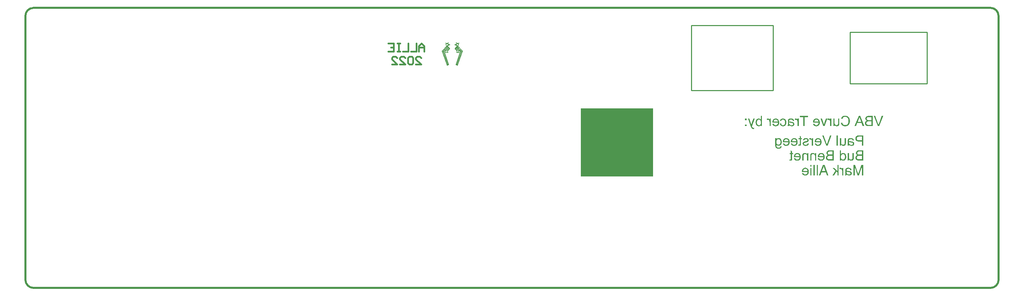
<source format=gbs>
G04*
G04 #@! TF.GenerationSoftware,Altium Limited,Altium Designer,22.6.1 (34)*
G04*
G04 Layer_Color=16711935*
%FSLAX43Y43*%
%MOMM*%
G71*
G04*
G04 #@! TF.SameCoordinates,C52DC31D-5F11-4B46-91AB-9CC05509C3B8*
G04*
G04*
G04 #@! TF.FilePolarity,Negative*
G04*
G01*
G75*
%ADD10C,0.400*%
%ADD11C,0.500*%
%ADD12C,0.250*%
%ADD13C,0.152*%
%ADD14C,0.102*%
%ADD15C,0.254*%
G36*
X241700Y117900D02*
X223700D01*
Y134900D01*
X241700D01*
Y117900D01*
D02*
G37*
G36*
X276457Y124157D02*
Y123698D01*
X276691D01*
Y123454D01*
X276457D01*
Y122383D01*
Y122333D01*
X276456Y122285D01*
X276454Y122244D01*
X276452Y122206D01*
X276448Y122172D01*
X276446Y122141D01*
X276443Y122115D01*
X276439Y122091D01*
X276435Y122070D01*
X276431Y122054D01*
X276430Y122041D01*
X276426Y122030D01*
X276424Y122020D01*
X276422Y122015D01*
X276420Y122013D01*
Y122011D01*
X276404Y121980D01*
X276383Y121952D01*
X276361Y121928D01*
X276339Y121907D01*
X276319Y121893D01*
X276302Y121880D01*
X276291Y121872D01*
X276289Y121870D01*
X276287D01*
X276248Y121852D01*
X276206Y121839D01*
X276161Y121830D01*
X276119Y121824D01*
X276082Y121820D01*
X276065Y121819D01*
X276050Y121817D01*
X276022D01*
X275982Y121819D01*
X275941Y121820D01*
X275900Y121826D01*
X275863Y121831D01*
X275832Y121835D01*
X275817Y121839D01*
X275806Y121841D01*
X275796Y121843D01*
X275789D01*
X275785Y121844D01*
X275783D01*
X275830Y122122D01*
X275859Y122118D01*
X275887Y122117D01*
X275911Y122113D01*
X275930D01*
X275946Y122111D01*
X275967D01*
X275991Y122113D01*
X276013Y122115D01*
X276032Y122118D01*
X276046Y122122D01*
X276059Y122126D01*
X276067Y122130D01*
X276072Y122133D01*
X276074D01*
X276087Y122143D01*
X276098Y122152D01*
X276115Y122172D01*
X276120Y122181D01*
X276124Y122189D01*
X276128Y122193D01*
Y122194D01*
X276130Y122204D01*
X276133Y122213D01*
X276137Y122237D01*
X276139Y122267D01*
X276141Y122294D01*
X276143Y122322D01*
Y122344D01*
Y122354D01*
Y122361D01*
Y122365D01*
Y122367D01*
Y123454D01*
X275830D01*
Y123698D01*
X276143D01*
Y124346D01*
X276457Y124157D01*
D02*
G37*
G36*
X291847Y122546D02*
Y122509D01*
Y122476D01*
X291845Y122444D01*
X291843Y122417D01*
Y122391D01*
X291841Y122367D01*
X291839Y122344D01*
X291837Y122326D01*
X291835Y122307D01*
X291834Y122294D01*
X291832Y122281D01*
Y122272D01*
X291830Y122263D01*
X291828Y122257D01*
Y122256D01*
Y122254D01*
X291815Y122204D01*
X291802Y122159D01*
X291785Y122118D01*
X291769Y122083D01*
X291754Y122056D01*
X291748Y122044D01*
X291743Y122035D01*
X291737Y122028D01*
X291735Y122022D01*
X291732Y122020D01*
Y122019D01*
X291702Y121985D01*
X291671Y121954D01*
X291635Y121928D01*
X291600Y121904D01*
X291569Y121885D01*
X291556Y121878D01*
X291545Y121872D01*
X291534Y121869D01*
X291526Y121865D01*
X291522Y121861D01*
X291521D01*
X291467Y121841D01*
X291413Y121826D01*
X291361Y121815D01*
X291313Y121807D01*
X291293Y121806D01*
X291273Y121804D01*
X291256Y121802D01*
X291241D01*
X291230Y121800D01*
X291213D01*
X291145Y121804D01*
X291082Y121813D01*
X291021Y121830D01*
X290963Y121848D01*
X290911Y121872D01*
X290863Y121900D01*
X290819Y121928D01*
X290780Y121957D01*
X290743Y121985D01*
X290713Y122015D01*
X290686Y122041D01*
X290663Y122065D01*
X290647Y122083D01*
X290634Y122100D01*
X290626Y122109D01*
X290624Y122113D01*
Y121841D01*
X290343D01*
Y123698D01*
X290658D01*
Y122702D01*
Y122659D01*
X290660Y122618D01*
X290663Y122580D01*
X290665Y122544D01*
X290669Y122513D01*
X290674Y122483D01*
X290678Y122455D01*
X290684Y122431D01*
X290689Y122409D01*
X290693Y122391D01*
X290697Y122376D01*
X290702Y122363D01*
X290704Y122352D01*
X290708Y122344D01*
X290710Y122341D01*
Y122339D01*
X290732Y122294D01*
X290760Y122256D01*
X290787Y122222D01*
X290817Y122194D01*
X290843Y122172D01*
X290865Y122156D01*
X290874Y122150D01*
X290880Y122146D01*
X290884Y122143D01*
X290886D01*
X290932Y122118D01*
X290980Y122100D01*
X291024Y122089D01*
X291065Y122080D01*
X291082Y122076D01*
X291098Y122074D01*
X291113Y122072D01*
X291126D01*
X291137Y122070D01*
X291150D01*
X291200Y122074D01*
X291247Y122081D01*
X291287Y122093D01*
X291321Y122106D01*
X291350Y122118D01*
X291361Y122124D01*
X291371Y122130D01*
X291378Y122135D01*
X291384Y122137D01*
X291385Y122141D01*
X291387D01*
X291421Y122168D01*
X291448Y122200D01*
X291469Y122233D01*
X291485Y122265D01*
X291498Y122293D01*
X291504Y122304D01*
X291508Y122315D01*
X291510Y122324D01*
X291511Y122330D01*
X291513Y122333D01*
Y122335D01*
X291517Y122354D01*
X291519Y122374D01*
X291522Y122398D01*
X291524Y122422D01*
X291528Y122478D01*
X291530Y122533D01*
Y122559D01*
Y122585D01*
X291532Y122607D01*
Y122628D01*
Y122643D01*
Y122655D01*
Y122665D01*
Y122667D01*
Y123698D01*
X291847D01*
Y122546D01*
D02*
G37*
G36*
X283786Y123735D02*
X283853Y123728D01*
X283916Y123715D01*
X283977Y123698D01*
X284033Y123679D01*
X284083Y123657D01*
X284131Y123633D01*
X284173Y123609D01*
X284212Y123585D01*
X284245Y123561D01*
X284273Y123541D01*
X284297Y123520D01*
X284318Y123504D01*
X284331Y123491D01*
X284338Y123483D01*
X284342Y123479D01*
X284384Y123429D01*
X284421Y123374D01*
X284453Y123317D01*
X284481Y123257D01*
X284505Y123196D01*
X284523Y123135D01*
X284540Y123076D01*
X284553Y123020D01*
X284562Y122965D01*
X284570Y122915D01*
X284575Y122870D01*
X284579Y122831D01*
X284581Y122813D01*
Y122798D01*
Y122785D01*
X284582Y122774D01*
Y122765D01*
Y122759D01*
Y122755D01*
Y122754D01*
X284581Y122670D01*
X284571Y122593D01*
X284560Y122520D01*
X284545Y122452D01*
X284527Y122389D01*
X284507Y122331D01*
X284486Y122280D01*
X284464Y122231D01*
X284442Y122189D01*
X284420Y122154D01*
X284401Y122122D01*
X284383Y122096D01*
X284368Y122076D01*
X284355Y122061D01*
X284347Y122054D01*
X284345Y122050D01*
X284299Y122006D01*
X284249Y121967D01*
X284197Y121933D01*
X284144Y121906D01*
X284090Y121881D01*
X284036Y121861D01*
X283983Y121844D01*
X283933Y121831D01*
X283884Y121820D01*
X283840Y121813D01*
X283801Y121807D01*
X283766Y121804D01*
X283738Y121802D01*
X283727D01*
X283718Y121800D01*
X283699D01*
X283640Y121802D01*
X283583Y121807D01*
X283529Y121815D01*
X283479Y121824D01*
X283433Y121837D01*
X283388Y121850D01*
X283349Y121865D01*
X283312Y121880D01*
X283279Y121893D01*
X283251Y121907D01*
X283225Y121920D01*
X283205Y121933D01*
X283188Y121943D01*
X283177Y121950D01*
X283170Y121956D01*
X283168Y121957D01*
X283131Y121989D01*
X283096Y122022D01*
X283064Y122057D01*
X283036Y122093D01*
X283010Y122130D01*
X282986Y122167D01*
X282966Y122204D01*
X282947Y122237D01*
X282931Y122270D01*
X282918Y122302D01*
X282907Y122330D01*
X282897Y122354D01*
X282892Y122372D01*
X282886Y122387D01*
X282883Y122396D01*
Y122400D01*
X283207Y122443D01*
X283221Y122405D01*
X283236Y122372D01*
X283251Y122341D01*
X283268Y122311D01*
X283284Y122285D01*
X283299Y122261D01*
X283316Y122241D01*
X283331Y122220D01*
X283346Y122204D01*
X283359Y122189D01*
X283370Y122178D01*
X283381Y122167D01*
X283390Y122159D01*
X283396Y122154D01*
X283399Y122152D01*
X283401Y122150D01*
X283425Y122133D01*
X283449Y122120D01*
X283473Y122107D01*
X283499Y122098D01*
X283549Y122081D01*
X283596Y122070D01*
X283616Y122067D01*
X283636Y122065D01*
X283653Y122063D01*
X283668Y122061D01*
X283681Y122059D01*
X283697D01*
X283740Y122061D01*
X283781Y122067D01*
X283820Y122074D01*
X283857Y122085D01*
X283892Y122096D01*
X283923Y122111D01*
X283953Y122124D01*
X283979Y122141D01*
X284003Y122156D01*
X284025Y122170D01*
X284044Y122183D01*
X284058Y122194D01*
X284070Y122206D01*
X284079Y122213D01*
X284084Y122218D01*
X284086Y122220D01*
X284114Y122252D01*
X284138Y122287D01*
X284160Y122324D01*
X284179Y122363D01*
X284195Y122402D01*
X284208Y122441D01*
X284221Y122478D01*
X284231Y122517D01*
X284238Y122552D01*
X284245Y122583D01*
X284249Y122613D01*
X284253Y122639D01*
X284257Y122659D01*
Y122676D01*
X284258Y122685D01*
Y122689D01*
X282873D01*
Y122709D01*
X282872Y122726D01*
Y122739D01*
Y122752D01*
Y122761D01*
Y122767D01*
Y122770D01*
Y122772D01*
X282873Y122855D01*
X282881Y122935D01*
X282894Y123009D01*
X282909Y123078D01*
X282927Y123141D01*
X282946Y123200D01*
X282968Y123254D01*
X282990Y123302D01*
X283012Y123344D01*
X283033Y123381D01*
X283053Y123413D01*
X283072Y123439D01*
X283086Y123459D01*
X283097Y123474D01*
X283107Y123481D01*
X283109Y123485D01*
X283155Y123529D01*
X283203Y123568D01*
X283251Y123604D01*
X283303Y123631D01*
X283353Y123657D01*
X283405Y123678D01*
X283453Y123694D01*
X283501Y123707D01*
X283546Y123718D01*
X283586Y123726D01*
X283621Y123731D01*
X283655Y123735D01*
X283681Y123737D01*
X283699Y123739D01*
X283716D01*
X283786Y123735D01*
D02*
G37*
G36*
X277815D02*
X277881Y123728D01*
X277944Y123715D01*
X278005Y123698D01*
X278061Y123679D01*
X278111Y123657D01*
X278159Y123633D01*
X278202Y123609D01*
X278241Y123585D01*
X278274Y123561D01*
X278302Y123541D01*
X278326Y123520D01*
X278346Y123504D01*
X278359Y123491D01*
X278366Y123483D01*
X278370Y123479D01*
X278413Y123429D01*
X278450Y123374D01*
X278481Y123317D01*
X278509Y123257D01*
X278533Y123196D01*
X278552Y123135D01*
X278568Y123076D01*
X278581Y123020D01*
X278591Y122965D01*
X278598Y122915D01*
X278603Y122870D01*
X278607Y122831D01*
X278609Y122813D01*
Y122798D01*
Y122785D01*
X278611Y122774D01*
Y122765D01*
Y122759D01*
Y122755D01*
Y122754D01*
X278609Y122670D01*
X278600Y122593D01*
X278589Y122520D01*
X278574Y122452D01*
X278555Y122389D01*
X278535Y122331D01*
X278515Y122280D01*
X278492Y122231D01*
X278470Y122189D01*
X278448Y122154D01*
X278429Y122122D01*
X278411Y122096D01*
X278396Y122076D01*
X278383Y122061D01*
X278376Y122054D01*
X278374Y122050D01*
X278328Y122006D01*
X278278Y121967D01*
X278226Y121933D01*
X278172Y121906D01*
X278118Y121881D01*
X278065Y121861D01*
X278011Y121844D01*
X277961Y121831D01*
X277913Y121820D01*
X277868Y121813D01*
X277829Y121807D01*
X277794Y121804D01*
X277767Y121802D01*
X277755D01*
X277746Y121800D01*
X277728D01*
X277668Y121802D01*
X277611Y121807D01*
X277557Y121815D01*
X277507Y121824D01*
X277461Y121837D01*
X277417Y121850D01*
X277378Y121865D01*
X277341Y121880D01*
X277307Y121893D01*
X277280Y121907D01*
X277254Y121920D01*
X277233Y121933D01*
X277217Y121943D01*
X277205Y121950D01*
X277198Y121956D01*
X277196Y121957D01*
X277159Y121989D01*
X277124Y122022D01*
X277092Y122057D01*
X277065Y122093D01*
X277039Y122130D01*
X277015Y122167D01*
X276994Y122204D01*
X276976Y122237D01*
X276959Y122270D01*
X276946Y122302D01*
X276935Y122330D01*
X276926Y122354D01*
X276920Y122372D01*
X276915Y122387D01*
X276911Y122396D01*
Y122400D01*
X277235Y122443D01*
X277250Y122405D01*
X277265Y122372D01*
X277280Y122341D01*
X277296Y122311D01*
X277313Y122285D01*
X277328Y122261D01*
X277344Y122241D01*
X277359Y122220D01*
X277374Y122204D01*
X277387Y122189D01*
X277398Y122178D01*
X277409Y122167D01*
X277418Y122159D01*
X277424Y122154D01*
X277428Y122152D01*
X277430Y122150D01*
X277454Y122133D01*
X277478Y122120D01*
X277502Y122107D01*
X277528Y122098D01*
X277578Y122081D01*
X277624Y122070D01*
X277644Y122067D01*
X277665Y122065D01*
X277681Y122063D01*
X277696Y122061D01*
X277709Y122059D01*
X277726D01*
X277768Y122061D01*
X277809Y122067D01*
X277848Y122074D01*
X277885Y122085D01*
X277920Y122096D01*
X277952Y122111D01*
X277981Y122124D01*
X278007Y122141D01*
X278031Y122156D01*
X278054Y122170D01*
X278072Y122183D01*
X278087Y122194D01*
X278098Y122206D01*
X278107Y122213D01*
X278113Y122218D01*
X278115Y122220D01*
X278142Y122252D01*
X278166Y122287D01*
X278189Y122324D01*
X278207Y122363D01*
X278224Y122402D01*
X278237Y122441D01*
X278250Y122478D01*
X278259Y122517D01*
X278266Y122552D01*
X278274Y122583D01*
X278278Y122613D01*
X278281Y122639D01*
X278285Y122659D01*
Y122676D01*
X278287Y122685D01*
Y122689D01*
X276902D01*
Y122709D01*
X276900Y122726D01*
Y122739D01*
Y122752D01*
Y122761D01*
Y122767D01*
Y122770D01*
Y122772D01*
X276902Y122855D01*
X276909Y122935D01*
X276922Y123009D01*
X276937Y123078D01*
X276955Y123141D01*
X276974Y123200D01*
X276996Y123254D01*
X277018Y123302D01*
X277041Y123344D01*
X277061Y123381D01*
X277081Y123413D01*
X277100Y123439D01*
X277115Y123459D01*
X277126Y123474D01*
X277135Y123481D01*
X277137Y123485D01*
X277183Y123529D01*
X277231Y123568D01*
X277280Y123604D01*
X277331Y123631D01*
X277381Y123657D01*
X277433Y123678D01*
X277481Y123694D01*
X277530Y123707D01*
X277574Y123718D01*
X277615Y123726D01*
X277650Y123731D01*
X277683Y123735D01*
X277709Y123737D01*
X277728Y123739D01*
X277744D01*
X277815Y123735D01*
D02*
G37*
G36*
X294200Y121841D02*
X293180D01*
X293135Y121843D01*
X293095Y121844D01*
X293056Y121848D01*
X293020Y121850D01*
X292985Y121854D01*
X292954Y121857D01*
X292926Y121863D01*
X292900Y121867D01*
X292878Y121870D01*
X292858Y121874D01*
X292841Y121876D01*
X292828Y121880D01*
X292819Y121881D01*
X292813Y121883D01*
X292811D01*
X292750Y121902D01*
X292696Y121920D01*
X292648Y121943D01*
X292628Y121952D01*
X292608Y121963D01*
X292591Y121972D01*
X292576Y121981D01*
X292563Y121989D01*
X292552Y121996D01*
X292543Y122002D01*
X292537Y122006D01*
X292534Y122009D01*
X292532D01*
X292491Y122043D01*
X292456Y122081D01*
X292424Y122120D01*
X292396Y122159D01*
X292374Y122193D01*
X292365Y122207D01*
X292358Y122220D01*
X292352Y122231D01*
X292348Y122239D01*
X292345Y122244D01*
Y122246D01*
X292319Y122305D01*
X292300Y122365D01*
X292285Y122422D01*
X292276Y122474D01*
X292272Y122496D01*
X292271Y122518D01*
X292269Y122537D01*
Y122552D01*
X292267Y122565D01*
Y122576D01*
Y122581D01*
Y122583D01*
X292269Y122624D01*
X292272Y122663D01*
X292278Y122702D01*
X292287Y122737D01*
X292296Y122772D01*
X292306Y122804D01*
X292319Y122833D01*
X292330Y122861D01*
X292341Y122885D01*
X292352Y122907D01*
X292363Y122926D01*
X292372Y122941D01*
X292382Y122954D01*
X292387Y122963D01*
X292391Y122968D01*
X292393Y122970D01*
X292417Y123000D01*
X292443Y123028D01*
X292472Y123054D01*
X292500Y123076D01*
X292530Y123098D01*
X292559Y123117D01*
X292589Y123133D01*
X292619Y123148D01*
X292645Y123163D01*
X292671Y123174D01*
X292693Y123183D01*
X292711Y123191D01*
X292728Y123196D01*
X292739Y123200D01*
X292748Y123204D01*
X292750D01*
X292717Y123220D01*
X292687Y123239D01*
X292659Y123257D01*
X292632Y123278D01*
X292608Y123298D01*
X292585Y123317D01*
X292567Y123335D01*
X292548Y123354D01*
X292534Y123370D01*
X292519Y123387D01*
X292508Y123400D01*
X292498Y123413D01*
X292491Y123424D01*
X292485Y123431D01*
X292484Y123435D01*
X292482Y123437D01*
X292465Y123465D01*
X292452Y123492D01*
X292439Y123518D01*
X292430Y123546D01*
X292413Y123598D01*
X292402Y123646D01*
X292398Y123666D01*
X292396Y123687D01*
X292393Y123704D01*
Y123718D01*
X292391Y123729D01*
Y123739D01*
Y123744D01*
Y123746D01*
X292393Y123779D01*
X292395Y123811D01*
X292408Y123874D01*
X292422Y123931D01*
X292432Y123957D01*
X292441Y123983D01*
X292452Y124005D01*
X292461Y124024D01*
X292469Y124042D01*
X292476Y124057D01*
X292484Y124068D01*
X292489Y124078D01*
X292491Y124083D01*
X292493Y124085D01*
X292513Y124115D01*
X292534Y124142D01*
X292556Y124166D01*
X292578Y124190D01*
X292602Y124213D01*
X292624Y124231D01*
X292646Y124250D01*
X292669Y124265D01*
X292689Y124279D01*
X292709Y124290D01*
X292726Y124302D01*
X292741Y124309D01*
X292754Y124316D01*
X292763Y124320D01*
X292769Y124324D01*
X292771D01*
X292804Y124339D01*
X292841Y124350D01*
X292919Y124370D01*
X292996Y124385D01*
X293035Y124389D01*
X293072Y124394D01*
X293106Y124396D01*
X293139Y124400D01*
X293167Y124402D01*
X293193D01*
X293213Y124403D01*
X294200D01*
Y121841D01*
D02*
G37*
G36*
X286838D02*
X285818D01*
X285773Y121843D01*
X285732Y121844D01*
X285693Y121848D01*
X285658Y121850D01*
X285623Y121854D01*
X285592Y121857D01*
X285564Y121863D01*
X285538Y121867D01*
X285516Y121870D01*
X285495Y121874D01*
X285479Y121876D01*
X285466Y121880D01*
X285456Y121881D01*
X285451Y121883D01*
X285449D01*
X285388Y121902D01*
X285334Y121920D01*
X285286Y121943D01*
X285266Y121952D01*
X285245Y121963D01*
X285229Y121972D01*
X285214Y121981D01*
X285201Y121989D01*
X285190Y121996D01*
X285181Y122002D01*
X285175Y122006D01*
X285171Y122009D01*
X285169D01*
X285129Y122043D01*
X285094Y122081D01*
X285062Y122120D01*
X285034Y122159D01*
X285012Y122193D01*
X285003Y122207D01*
X284995Y122220D01*
X284990Y122231D01*
X284986Y122239D01*
X284982Y122244D01*
Y122246D01*
X284957Y122305D01*
X284938Y122365D01*
X284923Y122422D01*
X284914Y122474D01*
X284910Y122496D01*
X284908Y122518D01*
X284907Y122537D01*
Y122552D01*
X284905Y122565D01*
Y122576D01*
Y122581D01*
Y122583D01*
X284907Y122624D01*
X284910Y122663D01*
X284916Y122702D01*
X284925Y122737D01*
X284934Y122772D01*
X284944Y122804D01*
X284957Y122833D01*
X284968Y122861D01*
X284979Y122885D01*
X284990Y122907D01*
X285001Y122926D01*
X285010Y122941D01*
X285019Y122954D01*
X285025Y122963D01*
X285029Y122968D01*
X285031Y122970D01*
X285055Y123000D01*
X285081Y123028D01*
X285110Y123054D01*
X285138Y123076D01*
X285168Y123098D01*
X285197Y123117D01*
X285227Y123133D01*
X285256Y123148D01*
X285282Y123163D01*
X285308Y123174D01*
X285331Y123183D01*
X285349Y123191D01*
X285366Y123196D01*
X285377Y123200D01*
X285386Y123204D01*
X285388D01*
X285355Y123220D01*
X285325Y123239D01*
X285297Y123257D01*
X285269Y123278D01*
X285245Y123298D01*
X285223Y123317D01*
X285205Y123335D01*
X285186Y123354D01*
X285171Y123370D01*
X285156Y123387D01*
X285145Y123400D01*
X285136Y123413D01*
X285129Y123424D01*
X285123Y123431D01*
X285121Y123435D01*
X285119Y123437D01*
X285103Y123465D01*
X285090Y123492D01*
X285077Y123518D01*
X285068Y123546D01*
X285051Y123598D01*
X285040Y123646D01*
X285036Y123666D01*
X285034Y123687D01*
X285031Y123704D01*
Y123718D01*
X285029Y123729D01*
Y123739D01*
Y123744D01*
Y123746D01*
X285031Y123779D01*
X285032Y123811D01*
X285045Y123874D01*
X285060Y123931D01*
X285069Y123957D01*
X285079Y123983D01*
X285090Y124005D01*
X285099Y124024D01*
X285107Y124042D01*
X285114Y124057D01*
X285121Y124068D01*
X285127Y124078D01*
X285129Y124083D01*
X285131Y124085D01*
X285151Y124115D01*
X285171Y124142D01*
X285194Y124166D01*
X285216Y124190D01*
X285240Y124213D01*
X285262Y124231D01*
X285284Y124250D01*
X285306Y124265D01*
X285327Y124279D01*
X285347Y124290D01*
X285364Y124302D01*
X285379Y124309D01*
X285392Y124316D01*
X285401Y124320D01*
X285406Y124324D01*
X285408D01*
X285442Y124339D01*
X285479Y124350D01*
X285556Y124370D01*
X285634Y124385D01*
X285673Y124389D01*
X285710Y124394D01*
X285743Y124396D01*
X285777Y124400D01*
X285805Y124402D01*
X285831D01*
X285851Y124403D01*
X286838D01*
Y121841D01*
D02*
G37*
G36*
X281685Y123735D02*
X281751Y123726D01*
X281812Y123711D01*
X281870Y123691D01*
X281923Y123668D01*
X281972Y123642D01*
X282016Y123615D01*
X282055Y123587D01*
X282090Y123557D01*
X282120Y123529D01*
X282146Y123504D01*
X282168Y123481D01*
X282183Y123461D01*
X282196Y123446D01*
X282203Y123437D01*
X282205Y123433D01*
Y123698D01*
X282488D01*
Y121841D01*
X282173D01*
Y122854D01*
X282172Y122918D01*
X282168Y122978D01*
X282161Y123031D01*
X282151Y123079D01*
X282140Y123124D01*
X282127Y123165D01*
X282114Y123200D01*
X282101Y123229D01*
X282088Y123257D01*
X282075Y123279D01*
X282062Y123298D01*
X282051Y123313D01*
X282042Y123324D01*
X282035Y123333D01*
X282031Y123337D01*
X282029Y123339D01*
X282001Y123361D01*
X281972Y123381D01*
X281942Y123398D01*
X281912Y123413D01*
X281883Y123426D01*
X281855Y123435D01*
X281827Y123444D01*
X281799Y123450D01*
X281775Y123455D01*
X281753Y123459D01*
X281733Y123463D01*
X281714Y123465D01*
X281701Y123466D01*
X281681D01*
X281635Y123465D01*
X281594Y123457D01*
X281557Y123448D01*
X281524Y123439D01*
X281498Y123428D01*
X281479Y123418D01*
X281472Y123415D01*
X281466Y123411D01*
X281464Y123409D01*
X281462D01*
X281429Y123387D01*
X281401Y123361D01*
X281379Y123335D01*
X281361Y123311D01*
X281348Y123289D01*
X281338Y123272D01*
X281335Y123265D01*
X281333Y123259D01*
X281331Y123257D01*
Y123255D01*
X281324Y123237D01*
X281318Y123217D01*
X281309Y123170D01*
X281303Y123124D01*
X281298Y123076D01*
Y123055D01*
X281296Y123035D01*
Y123017D01*
X281294Y123000D01*
Y122987D01*
Y122978D01*
Y122970D01*
Y122968D01*
Y121841D01*
X280979D01*
Y122981D01*
Y123020D01*
Y123057D01*
X280981Y123091D01*
X280983Y123122D01*
Y123150D01*
X280985Y123174D01*
X280987Y123196D01*
X280988Y123217D01*
X280990Y123233D01*
X280992Y123248D01*
X280994Y123261D01*
Y123270D01*
X280996Y123278D01*
X280998Y123283D01*
Y123285D01*
Y123287D01*
X281011Y123335D01*
X281025Y123379D01*
X281040Y123420D01*
X281057Y123454D01*
X281072Y123481D01*
X281079Y123492D01*
X281085Y123502D01*
X281088Y123509D01*
X281092Y123515D01*
X281096Y123516D01*
Y123518D01*
X281125Y123554D01*
X281159Y123585D01*
X281194Y123613D01*
X281227Y123635D01*
X281259Y123654D01*
X281272Y123661D01*
X281283Y123666D01*
X281294Y123672D01*
X281301Y123676D01*
X281305Y123678D01*
X281307D01*
X281361Y123698D01*
X281414Y123713D01*
X281466Y123724D01*
X281512Y123731D01*
X281535Y123733D01*
X281553Y123735D01*
X281572Y123737D01*
X281586Y123739D01*
X281614D01*
X281685Y123735D01*
D02*
G37*
G36*
X279694D02*
X279761Y123726D01*
X279822Y123711D01*
X279879Y123691D01*
X279933Y123668D01*
X279981Y123642D01*
X280026Y123615D01*
X280064Y123587D01*
X280100Y123557D01*
X280129Y123529D01*
X280155Y123504D01*
X280177Y123481D01*
X280192Y123461D01*
X280205Y123446D01*
X280213Y123437D01*
X280214Y123433D01*
Y123698D01*
X280498D01*
Y121841D01*
X280183D01*
Y122854D01*
X280181Y122918D01*
X280177Y122978D01*
X280170Y123031D01*
X280161Y123079D01*
X280150Y123124D01*
X280137Y123165D01*
X280124Y123200D01*
X280111Y123229D01*
X280098Y123257D01*
X280085Y123279D01*
X280072Y123298D01*
X280061Y123313D01*
X280051Y123324D01*
X280044Y123333D01*
X280040Y123337D01*
X280039Y123339D01*
X280011Y123361D01*
X279981Y123381D01*
X279951Y123398D01*
X279922Y123413D01*
X279892Y123426D01*
X279864Y123435D01*
X279837Y123444D01*
X279809Y123450D01*
X279785Y123455D01*
X279763Y123459D01*
X279742Y123463D01*
X279724Y123465D01*
X279711Y123466D01*
X279690D01*
X279644Y123465D01*
X279603Y123457D01*
X279566Y123448D01*
X279533Y123439D01*
X279507Y123428D01*
X279489Y123418D01*
X279481Y123415D01*
X279476Y123411D01*
X279474Y123409D01*
X279472D01*
X279439Y123387D01*
X279411Y123361D01*
X279389Y123335D01*
X279370Y123311D01*
X279357Y123289D01*
X279348Y123272D01*
X279344Y123265D01*
X279342Y123259D01*
X279340Y123257D01*
Y123255D01*
X279333Y123237D01*
X279327Y123217D01*
X279318Y123170D01*
X279313Y123124D01*
X279307Y123076D01*
Y123055D01*
X279305Y123035D01*
Y123017D01*
X279303Y123000D01*
Y122987D01*
Y122978D01*
Y122970D01*
Y122968D01*
Y121841D01*
X278989D01*
Y122981D01*
Y123020D01*
Y123057D01*
X278990Y123091D01*
X278992Y123122D01*
Y123150D01*
X278994Y123174D01*
X278996Y123196D01*
X278998Y123217D01*
X279000Y123233D01*
X279002Y123248D01*
X279003Y123261D01*
Y123270D01*
X279005Y123278D01*
X279007Y123283D01*
Y123285D01*
Y123287D01*
X279020Y123335D01*
X279035Y123379D01*
X279050Y123420D01*
X279066Y123454D01*
X279081Y123481D01*
X279089Y123492D01*
X279094Y123502D01*
X279098Y123509D01*
X279102Y123515D01*
X279105Y123516D01*
Y123518D01*
X279135Y123554D01*
X279168Y123585D01*
X279203Y123613D01*
X279237Y123635D01*
X279268Y123654D01*
X279281Y123661D01*
X279292Y123666D01*
X279303Y123672D01*
X279311Y123676D01*
X279315Y123678D01*
X279316D01*
X279370Y123698D01*
X279424Y123713D01*
X279476Y123724D01*
X279522Y123731D01*
X279544Y123733D01*
X279563Y123735D01*
X279581Y123737D01*
X279596Y123739D01*
X279624D01*
X279694Y123735D01*
D02*
G37*
G36*
X288671Y123481D02*
X288704Y123522D01*
X288739Y123559D01*
X288775Y123591D01*
X288810Y123616D01*
X288839Y123639D01*
X288852Y123646D01*
X288864Y123654D01*
X288873Y123659D01*
X288880Y123663D01*
X288884Y123666D01*
X288886D01*
X288936Y123691D01*
X288988Y123709D01*
X289038Y123722D01*
X289084Y123729D01*
X289104Y123733D01*
X289123Y123735D01*
X289141Y123737D01*
X289156D01*
X289167Y123739D01*
X289184D01*
X289226Y123737D01*
X289267Y123733D01*
X289306Y123728D01*
X289345Y123720D01*
X289380Y123711D01*
X289415Y123700D01*
X289447Y123689D01*
X289476Y123678D01*
X289502Y123666D01*
X289526Y123655D01*
X289547Y123644D01*
X289563Y123635D01*
X289578Y123628D01*
X289588Y123622D01*
X289595Y123618D01*
X289597Y123616D01*
X289630Y123592D01*
X289662Y123566D01*
X289691Y123541D01*
X289719Y123511D01*
X289743Y123483D01*
X289765Y123454D01*
X289788Y123426D01*
X289804Y123398D01*
X289821Y123372D01*
X289836Y123348D01*
X289847Y123326D01*
X289858Y123307D01*
X289865Y123292D01*
X289871Y123279D01*
X289873Y123272D01*
X289875Y123270D01*
X289891Y123228D01*
X289904Y123183D01*
X289917Y123141D01*
X289926Y123096D01*
X289943Y123011D01*
X289949Y122972D01*
X289954Y122933D01*
X289958Y122898D01*
X289960Y122867D01*
X289962Y122839D01*
X289963Y122813D01*
X289965Y122794D01*
Y122780D01*
Y122770D01*
Y122767D01*
X289963Y122715D01*
X289962Y122663D01*
X289956Y122615D01*
X289949Y122568D01*
X289941Y122524D01*
X289934Y122481D01*
X289925Y122443D01*
X289913Y122407D01*
X289904Y122376D01*
X289895Y122346D01*
X289887Y122322D01*
X289880Y122302D01*
X289873Y122285D01*
X289867Y122272D01*
X289865Y122265D01*
X289863Y122263D01*
X289843Y122224D01*
X289823Y122185D01*
X289799Y122150D01*
X289776Y122118D01*
X289752Y122087D01*
X289728Y122059D01*
X289704Y122033D01*
X289682Y122011D01*
X289660Y121991D01*
X289641Y121972D01*
X289623Y121957D01*
X289606Y121944D01*
X289595Y121935D01*
X289584Y121928D01*
X289578Y121924D01*
X289576Y121922D01*
X289541Y121900D01*
X289506Y121881D01*
X289469Y121865D01*
X289434Y121852D01*
X289399Y121839D01*
X289365Y121830D01*
X289334Y121822D01*
X289302Y121815D01*
X289275Y121811D01*
X289249Y121807D01*
X289226Y121804D01*
X289206Y121802D01*
X289191Y121800D01*
X289169D01*
X289106Y121804D01*
X289049Y121811D01*
X288993Y121826D01*
X288943Y121843D01*
X288897Y121865D01*
X288854Y121887D01*
X288815Y121913D01*
X288780Y121939D01*
X288751Y121963D01*
X288723Y121989D01*
X288701Y122011D01*
X288682Y122033D01*
X288667Y122050D01*
X288656Y122065D01*
X288651Y122072D01*
X288649Y122076D01*
Y121841D01*
X288356D01*
Y124403D01*
X288671D01*
Y123481D01*
D02*
G37*
G36*
X268944Y130452D02*
X268651D01*
Y130685D01*
X268614Y130637D01*
X268575Y130594D01*
X268535Y130557D01*
X268492Y130526D01*
X268449Y130500D01*
X268407Y130478D01*
X268364Y130459D01*
X268324Y130446D01*
X268287Y130433D01*
X268251Y130426D01*
X268218Y130420D01*
X268190Y130415D01*
X268168Y130413D01*
X268151Y130411D01*
X268137D01*
X268075Y130415D01*
X268018Y130422D01*
X267962Y130435D01*
X267909Y130452D01*
X267859Y130472D01*
X267812Y130493D01*
X267770Y130517D01*
X267731Y130541D01*
X267696Y130565D01*
X267664Y130589D01*
X267637Y130611D01*
X267614Y130630D01*
X267596Y130646D01*
X267583Y130659D01*
X267574Y130667D01*
X267572Y130670D01*
X267529Y130722D01*
X267494Y130778D01*
X267463Y130835D01*
X267435Y130896D01*
X267413Y130957D01*
X267392Y131018D01*
X267377Y131078D01*
X267364Y131137D01*
X267355Y131192D01*
X267348Y131242D01*
X267342Y131289D01*
X267339Y131329D01*
X267337Y131346D01*
Y131361D01*
X267335Y131376D01*
Y131387D01*
Y131396D01*
Y131402D01*
Y131405D01*
Y131407D01*
X267337Y131481D01*
X267344Y131552D01*
X267348Y131585D01*
X267353Y131615D01*
X267359Y131644D01*
X267363Y131672D01*
X267368Y131696D01*
X267374Y131718D01*
X267379Y131739D01*
X267383Y131753D01*
X267387Y131768D01*
X267390Y131778D01*
X267392Y131783D01*
Y131785D01*
X267414Y131848D01*
X267440Y131905D01*
X267464Y131957D01*
X267477Y131979D01*
X267490Y132002D01*
X267501Y132020D01*
X267513Y132037D01*
X267522Y132052D01*
X267529Y132063D01*
X267537Y132072D01*
X267542Y132079D01*
X267544Y132083D01*
X267546Y132085D01*
X267585Y132129D01*
X267627Y132168D01*
X267668Y132202D01*
X267709Y132229D01*
X267744Y132252D01*
X267759Y132259D01*
X267772Y132266D01*
X267783Y132272D01*
X267790Y132276D01*
X267796Y132279D01*
X267798D01*
X267855Y132303D01*
X267913Y132320D01*
X267968Y132333D01*
X268018Y132340D01*
X268040Y132344D01*
X268059Y132346D01*
X268077Y132348D01*
X268092D01*
X268105Y132350D01*
X268122D01*
X268179Y132348D01*
X268233Y132339D01*
X268283Y132326D01*
X268331Y132311D01*
X268377Y132290D01*
X268418Y132270D01*
X268457Y132248D01*
X268492Y132224D01*
X268522Y132200D01*
X268549Y132178D01*
X268574Y132157D01*
X268594Y132137D01*
X268609Y132122D01*
X268620Y132109D01*
X268627Y132102D01*
X268629Y132098D01*
Y133014D01*
X268944D01*
Y130452D01*
D02*
G37*
G36*
X265072Y131952D02*
X264715D01*
Y132309D01*
X265072D01*
Y131952D01*
D02*
G37*
G36*
X276202Y132346D02*
X276243Y132344D01*
X276282Y132339D01*
X276319Y132335D01*
X276354Y132329D01*
X276388Y132322D01*
X276417Y132316D01*
X276443Y132311D01*
X276467Y132303D01*
X276488Y132298D01*
X276506Y132294D01*
X276519Y132289D01*
X276530Y132287D01*
X276536Y132283D01*
X276538D01*
X276571Y132270D01*
X276602Y132257D01*
X276630Y132242D01*
X276658Y132226D01*
X276682Y132211D01*
X276704Y132196D01*
X276726Y132179D01*
X276745Y132165D01*
X276762Y132152D01*
X276775Y132139D01*
X276788Y132126D01*
X276797Y132116D01*
X276806Y132107D01*
X276812Y132102D01*
X276813Y132098D01*
X276815Y132096D01*
X276849Y132048D01*
X276876Y131994D01*
X276900Y131942D01*
X276919Y131891D01*
X276928Y131868D01*
X276934Y131846D01*
X276939Y131828D01*
X276945Y131811D01*
X276949Y131796D01*
X276950Y131787D01*
X276952Y131779D01*
Y131778D01*
X276645Y131735D01*
X276636Y131770D01*
X276625Y131803D01*
X276612Y131833D01*
X276599Y131861D01*
X276588Y131885D01*
X276575Y131907D01*
X276562Y131928D01*
X276549Y131946D01*
X276536Y131961D01*
X276525Y131974D01*
X276515Y131985D01*
X276506Y131994D01*
X276499Y132000D01*
X276493Y132005D01*
X276491Y132009D01*
X276489D01*
X276469Y132024D01*
X276445Y132035D01*
X276393Y132055D01*
X276339Y132070D01*
X276286Y132079D01*
X276262Y132081D01*
X276238Y132085D01*
X276217Y132087D01*
X276199D01*
X276182Y132089D01*
X276162D01*
X276119Y132087D01*
X276078Y132085D01*
X276041Y132079D01*
X276006Y132072D01*
X275973Y132065D01*
X275945Y132055D01*
X275917Y132044D01*
X275893Y132035D01*
X275873Y132026D01*
X275854Y132015D01*
X275839Y132005D01*
X275827Y131998D01*
X275817Y131990D01*
X275810Y131987D01*
X275806Y131983D01*
X275804Y131981D01*
X275788Y131965D01*
X275775Y131948D01*
X275762Y131928D01*
X275752Y131907D01*
X275736Y131861D01*
X275725Y131816D01*
X275719Y131776D01*
X275715Y131757D01*
Y131742D01*
X275714Y131729D01*
Y131720D01*
Y131713D01*
Y131711D01*
Y131702D01*
Y131691D01*
Y131663D01*
X275715Y131650D01*
Y131641D01*
Y131633D01*
Y131629D01*
X275752Y131618D01*
X275791Y131607D01*
X275834Y131596D01*
X275880Y131585D01*
X275973Y131566D01*
X276019Y131559D01*
X276064Y131552D01*
X276106Y131544D01*
X276147Y131539D01*
X276182Y131533D01*
X276214Y131528D01*
X276239Y131526D01*
X276260Y131522D01*
X276267D01*
X276273Y131520D01*
X276276D01*
X276310Y131516D01*
X276341Y131513D01*
X276371Y131507D01*
X276399Y131504D01*
X276425Y131500D01*
X276447Y131496D01*
X276467Y131492D01*
X276486Y131489D01*
X276502Y131485D01*
X276517Y131483D01*
X276528Y131479D01*
X276539Y131478D01*
X276547Y131476D01*
X276552D01*
X276554Y131474D01*
X276556D01*
X276602Y131459D01*
X276645Y131442D01*
X276684Y131426D01*
X276717Y131409D01*
X276745Y131394D01*
X276756Y131387D01*
X276765Y131381D01*
X276773Y131378D01*
X276778Y131374D01*
X276782Y131370D01*
X276784D01*
X276819Y131342D01*
X276850Y131313D01*
X276878Y131283D01*
X276902Y131254D01*
X276921Y131228D01*
X276934Y131207D01*
X276939Y131200D01*
X276941Y131194D01*
X276945Y131191D01*
Y131189D01*
X276965Y131146D01*
X276980Y131104D01*
X276991Y131061D01*
X276999Y131024D01*
X277002Y130991D01*
X277004Y130976D01*
Y130965D01*
X277006Y130954D01*
Y130946D01*
Y130942D01*
Y130941D01*
X277004Y130898D01*
X276999Y130857D01*
X276991Y130820D01*
X276980Y130783D01*
X276969Y130750D01*
X276954Y130718D01*
X276939Y130689D01*
X276925Y130663D01*
X276910Y130639D01*
X276895Y130618D01*
X276880Y130602D01*
X276869Y130587D01*
X276858Y130574D01*
X276850Y130567D01*
X276845Y130561D01*
X276843Y130559D01*
X276810Y130533D01*
X276776Y130511D01*
X276738Y130491D01*
X276700Y130474D01*
X276662Y130459D01*
X276621Y130448D01*
X276584Y130437D01*
X276547Y130430D01*
X276512Y130424D01*
X276478Y130418D01*
X276449Y130415D01*
X276423Y130413D01*
X276402D01*
X276386Y130411D01*
X276373D01*
X276304Y130413D01*
X276241Y130420D01*
X276182Y130430D01*
X276154Y130435D01*
X276130Y130441D01*
X276108Y130446D01*
X276088Y130452D01*
X276069Y130457D01*
X276054Y130461D01*
X276043Y130465D01*
X276034Y130468D01*
X276028Y130470D01*
X276026D01*
X275997Y130483D01*
X275965Y130496D01*
X275906Y130530D01*
X275849Y130565D01*
X275823Y130581D01*
X275797Y130598D01*
X275775Y130615D01*
X275754Y130631D01*
X275736Y130644D01*
X275719Y130657D01*
X275706Y130667D01*
X275697Y130674D01*
X275691Y130680D01*
X275689Y130681D01*
X275682Y130633D01*
X275675Y130591D01*
X275664Y130552D01*
X275652Y130517D01*
X275641Y130491D01*
X275638Y130478D01*
X275632Y130468D01*
X275630Y130461D01*
X275627Y130455D01*
X275625Y130454D01*
Y130452D01*
X275297D01*
X275317Y130493D01*
X275336Y130531D01*
X275349Y130568D01*
X275360Y130602D01*
X275369Y130631D01*
X275371Y130644D01*
X275375Y130654D01*
X275377Y130663D01*
Y130668D01*
X275378Y130672D01*
Y130674D01*
X275380Y130685D01*
X275382Y130700D01*
X275384Y130731D01*
X275388Y130768D01*
X275389Y130809D01*
X275391Y130855D01*
X275393Y130902D01*
X275395Y130996D01*
Y131041D01*
Y131085D01*
X275397Y131124D01*
Y131159D01*
Y131189D01*
Y131200D01*
Y131211D01*
Y131218D01*
Y131224D01*
Y131228D01*
Y131229D01*
Y131648D01*
Y131685D01*
Y131720D01*
X275399Y131752D01*
Y131781D01*
X275401Y131807D01*
X275402Y131831D01*
X275404Y131852D01*
Y131870D01*
X275406Y131887D01*
X275408Y131900D01*
X275410Y131913D01*
X275412Y131922D01*
Y131928D01*
X275414Y131933D01*
Y131937D01*
X275427Y131983D01*
X275441Y132026D01*
X275456Y132061D01*
X275473Y132092D01*
X275488Y132118D01*
X275501Y132137D01*
X275504Y132142D01*
X275508Y132148D01*
X275512Y132150D01*
Y132152D01*
X275541Y132183D01*
X275575Y132209D01*
X275612Y132233D01*
X275647Y132253D01*
X275680Y132270D01*
X275693Y132278D01*
X275706Y132283D01*
X275715Y132287D01*
X275723Y132290D01*
X275728Y132292D01*
X275730D01*
X275758Y132302D01*
X275789Y132311D01*
X275852Y132326D01*
X275917Y132335D01*
X275978Y132342D01*
X276006Y132344D01*
X276032Y132346D01*
X276056Y132348D01*
X276076Y132350D01*
X276115D01*
X276202Y132346D01*
D02*
G37*
G36*
X284540Y130452D02*
X284246D01*
X283542Y132309D01*
X283866D01*
X284279Y131176D01*
X284305Y131102D01*
X284318Y131067D01*
X284329Y131033D01*
X284339Y131002D01*
X284348Y130972D01*
X284357Y130946D01*
X284365Y130922D01*
X284372Y130900D01*
X284379Y130880D01*
X284383Y130863D01*
X284389Y130848D01*
X284392Y130837D01*
X284394Y130830D01*
X284396Y130824D01*
Y130822D01*
X284416Y130894D01*
X284437Y130963D01*
X284457Y131026D01*
X284466Y131055D01*
X284476Y131081D01*
X284483Y131107D01*
X284490Y131129D01*
X284498Y131148D01*
X284503Y131165D01*
X284509Y131178D01*
X284511Y131189D01*
X284514Y131194D01*
Y131196D01*
X284913Y132309D01*
X285244D01*
X284540Y130452D01*
D02*
G37*
G36*
X266426Y130450D02*
X266433Y130433D01*
X266439Y130417D01*
X266444Y130404D01*
X266448Y130393D01*
X266452Y130385D01*
X266453Y130380D01*
X266455Y130376D01*
Y130374D01*
X266466Y130341D01*
X266477Y130311D01*
X266489Y130283D01*
X266498Y130259D01*
X266505Y130237D01*
X266513Y130217D01*
X266520Y130200D01*
X266527Y130187D01*
X266533Y130174D01*
X266537Y130165D01*
X266540Y130156D01*
X266544Y130150D01*
X266548Y130141D01*
X266550Y130139D01*
X266566Y130117D01*
X266583Y130096D01*
X266600Y130080D01*
X266616Y130067D01*
X266631Y130056D01*
X266642Y130048D01*
X266650Y130043D01*
X266653Y130041D01*
X266679Y130030D01*
X266705Y130020D01*
X266733Y130015D01*
X266761Y130009D01*
X266783Y130007D01*
X266803Y130006D01*
X266820D01*
X266850Y130007D01*
X266881Y130011D01*
X266911Y130015D01*
X266939Y130020D01*
X266963Y130026D01*
X266983Y130031D01*
X266990Y130033D01*
X266996D01*
X266998Y130035D01*
X267000D01*
X266964Y129739D01*
X266924Y129726D01*
X266887Y129717D01*
X266852Y129709D01*
X266822Y129706D01*
X266798Y129702D01*
X266779Y129700D01*
X266763D01*
X266709Y129704D01*
X266659Y129711D01*
X266615Y129724D01*
X266577Y129737D01*
X266561Y129744D01*
X266546Y129750D01*
X266533Y129757D01*
X266522Y129763D01*
X266514Y129767D01*
X266509Y129770D01*
X266505Y129774D01*
X266503D01*
X266483Y129789D01*
X266465Y129804D01*
X266427Y129841D01*
X266394Y129878D01*
X266366Y129915D01*
X266342Y129948D01*
X266333Y129963D01*
X266326Y129974D01*
X266320Y129985D01*
X266315Y129993D01*
X266311Y129998D01*
Y130000D01*
X266298Y130024D01*
X266285Y130052D01*
X266272Y130081D01*
X266257Y130115D01*
X266227Y130183D01*
X266200Y130254D01*
X266187Y130287D01*
X266174Y130318D01*
X266163Y130346D01*
X266153Y130370D01*
X266146Y130391D01*
X266140Y130407D01*
X266137Y130417D01*
X266135Y130420D01*
X265429Y132309D01*
X265742D01*
X266140Y131226D01*
X266168Y131148D01*
X266192Y131072D01*
X266215Y131002D01*
X266226Y130968D01*
X266235Y130937D01*
X266242Y130909D01*
X266250Y130883D01*
X266257Y130859D01*
X266263Y130841D01*
X266266Y130824D01*
X266270Y130813D01*
X266272Y130805D01*
Y130804D01*
X266294Y130887D01*
X266318Y130967D01*
X266329Y131004D01*
X266340Y131039D01*
X266352Y131072D01*
X266361Y131104D01*
X266372Y131131D01*
X266379Y131157D01*
X266387Y131179D01*
X266394Y131198D01*
X266400Y131213D01*
X266403Y131224D01*
X266407Y131231D01*
Y131233D01*
X266794Y132309D01*
X267129D01*
X266426Y130450D01*
D02*
G37*
G36*
X298208Y130452D02*
X297858D01*
X296854Y133014D01*
X297200D01*
X297893Y131152D01*
X297922Y131074D01*
X297948Y130996D01*
X297959Y130961D01*
X297972Y130926D01*
X297982Y130892D01*
X297993Y130863D01*
X298000Y130835D01*
X298009Y130809D01*
X298015Y130787D01*
X298020Y130767D01*
X298026Y130752D01*
X298030Y130741D01*
X298032Y130733D01*
Y130731D01*
X298052Y130805D01*
X298076Y130880D01*
X298098Y130950D01*
X298109Y130983D01*
X298119Y131015D01*
X298130Y131044D01*
X298139Y131070D01*
X298146Y131094D01*
X298154Y131113D01*
X298159Y131129D01*
X298163Y131142D01*
X298165Y131150D01*
X298167Y131152D01*
X298832Y133014D01*
X299200D01*
X298208Y130452D01*
D02*
G37*
G36*
X289734Y133057D02*
X289795Y133051D01*
X289855Y133044D01*
X289912Y133035D01*
X289966Y133024D01*
X290018Y133009D01*
X290066Y132996D01*
X290110Y132981D01*
X290149Y132966D01*
X290186Y132953D01*
X290218Y132940D01*
X290244Y132927D01*
X290266Y132918D01*
X290281Y132911D01*
X290290Y132905D01*
X290294Y132903D01*
X290345Y132872D01*
X290394Y132839D01*
X290438Y132803D01*
X290481Y132766D01*
X290519Y132729D01*
X290555Y132692D01*
X290588Y132653D01*
X290616Y132618D01*
X290642Y132585D01*
X290666Y132552D01*
X290684Y132524D01*
X290701Y132500D01*
X290712Y132477D01*
X290721Y132463D01*
X290727Y132453D01*
X290729Y132450D01*
X290755Y132392D01*
X290779Y132335D01*
X290799Y132276D01*
X290816Y132216D01*
X290831Y132157D01*
X290843Y132098D01*
X290853Y132042D01*
X290862Y131990D01*
X290868Y131941D01*
X290873Y131894D01*
X290875Y131853D01*
X290879Y131818D01*
Y131791D01*
X290880Y131779D01*
Y131770D01*
Y131763D01*
Y131757D01*
Y131753D01*
Y131752D01*
X290879Y131683D01*
X290875Y131616D01*
X290868Y131552D01*
X290860Y131491D01*
X290849Y131429D01*
X290838Y131374D01*
X290825Y131320D01*
X290812Y131270D01*
X290801Y131226D01*
X290788Y131185D01*
X290777Y131150D01*
X290766Y131120D01*
X290758Y131096D01*
X290751Y131079D01*
X290747Y131068D01*
X290745Y131067D01*
Y131065D01*
X290719Y131007D01*
X290690Y130952D01*
X290658Y130902D01*
X290627Y130854D01*
X290593Y130811D01*
X290560Y130770D01*
X290529Y130735D01*
X290497Y130702D01*
X290468Y130672D01*
X290440Y130648D01*
X290416Y130626D01*
X290394Y130609D01*
X290375Y130596D01*
X290362Y130585D01*
X290355Y130580D01*
X290351Y130578D01*
X290301Y130548D01*
X290247Y130522D01*
X290192Y130500D01*
X290136Y130480D01*
X290081Y130465D01*
X290023Y130450D01*
X289969Y130439D01*
X289916Y130430D01*
X289868Y130424D01*
X289821Y130418D01*
X289781Y130415D01*
X289745Y130411D01*
X289718D01*
X289705Y130409D01*
X289677D01*
X289603Y130411D01*
X289532Y130418D01*
X289466Y130430D01*
X289401Y130443D01*
X289342Y130459D01*
X289286Y130478D01*
X289234Y130498D01*
X289188Y130518D01*
X289145Y130539D01*
X289108Y130559D01*
X289075Y130578D01*
X289049Y130594D01*
X289027Y130607D01*
X289012Y130618D01*
X289003Y130626D01*
X288999Y130628D01*
X288949Y130672D01*
X288903Y130718D01*
X288860Y130768D01*
X288821Y130820D01*
X288786Y130874D01*
X288755Y130926D01*
X288727Y130978D01*
X288703Y131029D01*
X288681Y131078D01*
X288662Y131122D01*
X288647Y131161D01*
X288634Y131196D01*
X288625Y131224D01*
X288621Y131237D01*
X288620Y131246D01*
X288618Y131254D01*
X288616Y131259D01*
X288614Y131263D01*
Y131265D01*
X288953Y131350D01*
X288968Y131291D01*
X288984Y131237D01*
X289003Y131185D01*
X289025Y131139D01*
X289046Y131094D01*
X289070Y131054D01*
X289092Y131018D01*
X289114Y130985D01*
X289134Y130957D01*
X289155Y130931D01*
X289173Y130911D01*
X289190Y130894D01*
X289203Y130880D01*
X289212Y130870D01*
X289220Y130865D01*
X289221Y130863D01*
X289260Y130835D01*
X289299Y130809D01*
X289340Y130787D01*
X289381Y130768D01*
X289421Y130754D01*
X289462Y130741D01*
X289501Y130730D01*
X289538Y130720D01*
X289571Y130713D01*
X289605Y130709D01*
X289632Y130705D01*
X289657Y130702D01*
X289677D01*
X289692Y130700D01*
X289705D01*
X289747Y130702D01*
X289790Y130705D01*
X289831Y130711D01*
X289871Y130718D01*
X289908Y130728D01*
X289945Y130739D01*
X289979Y130748D01*
X290010Y130761D01*
X290038Y130772D01*
X290064Y130781D01*
X290086Y130792D01*
X290105Y130802D01*
X290119Y130809D01*
X290131Y130815D01*
X290138Y130818D01*
X290140Y130820D01*
X290177Y130844D01*
X290210Y130870D01*
X290242Y130898D01*
X290271Y130928D01*
X290297Y130957D01*
X290321Y130989D01*
X290344Y131018D01*
X290364Y131046D01*
X290381Y131074D01*
X290395Y131100D01*
X290408Y131124D01*
X290418Y131144D01*
X290427Y131161D01*
X290432Y131172D01*
X290434Y131181D01*
X290436Y131183D01*
X290453Y131229D01*
X290468Y131278D01*
X290481Y131326D01*
X290490Y131376D01*
X290508Y131470D01*
X290514Y131516D01*
X290519Y131561D01*
X290523Y131600D01*
X290525Y131637D01*
X290527Y131670D01*
X290529Y131698D01*
X290531Y131722D01*
Y131739D01*
Y131750D01*
Y131753D01*
X290529Y131802D01*
X290527Y131848D01*
X290518Y131937D01*
X290512Y131979D01*
X290505Y132020D01*
X290497Y132059D01*
X290490Y132094D01*
X290482Y132128D01*
X290477Y132157D01*
X290469Y132183D01*
X290464Y132205D01*
X290458Y132222D01*
X290455Y132235D01*
X290451Y132244D01*
Y132246D01*
X290434Y132290D01*
X290416Y132331D01*
X290395Y132370D01*
X290373Y132405D01*
X290351Y132440D01*
X290329Y132472D01*
X290305Y132500D01*
X290282Y132526D01*
X290260Y132548D01*
X290240Y132568D01*
X290221Y132585D01*
X290205Y132600D01*
X290192Y132611D01*
X290182Y132620D01*
X290175Y132624D01*
X290173Y132626D01*
X290134Y132652D01*
X290094Y132672D01*
X290053Y132692D01*
X290012Y132709D01*
X289969Y132722D01*
X289929Y132733D01*
X289890Y132742D01*
X289851Y132750D01*
X289816Y132757D01*
X289782Y132761D01*
X289753Y132764D01*
X289727Y132766D01*
X289707Y132768D01*
X289679D01*
X289631Y132766D01*
X289586Y132763D01*
X289544Y132757D01*
X289503Y132748D01*
X289466Y132739D01*
X289431Y132727D01*
X289399Y132716D01*
X289370Y132705D01*
X289344Y132692D01*
X289320Y132681D01*
X289299Y132670D01*
X289283Y132661D01*
X289270Y132652D01*
X289260Y132646D01*
X289255Y132642D01*
X289253Y132640D01*
X289221Y132615D01*
X289192Y132587D01*
X289166Y132555D01*
X289140Y132524D01*
X289116Y132489D01*
X289095Y132455D01*
X289075Y132422D01*
X289058Y132389D01*
X289044Y132357D01*
X289029Y132328D01*
X289018Y132302D01*
X289008Y132279D01*
X289001Y132259D01*
X288996Y132246D01*
X288994Y132237D01*
X288992Y132233D01*
X288659Y132311D01*
X288679Y132376D01*
X288705Y132437D01*
X288731Y132494D01*
X288760Y132548D01*
X288790Y132596D01*
X288820Y132642D01*
X288851Y132683D01*
X288881Y132720D01*
X288910Y132753D01*
X288936Y132781D01*
X288960Y132807D01*
X288983Y132826D01*
X288999Y132842D01*
X289014Y132853D01*
X289021Y132861D01*
X289025Y132863D01*
X289075Y132898D01*
X289127Y132927D01*
X289183Y132953D01*
X289236Y132976D01*
X289290Y132996D01*
X289344Y133011D01*
X289395Y133024D01*
X289445Y133035D01*
X289494Y133042D01*
X289536Y133048D01*
X289573Y133053D01*
X289607Y133055D01*
X289634Y133057D01*
X289645Y133059D01*
X289671D01*
X289734Y133057D01*
D02*
G37*
G36*
X288244Y131157D02*
Y131120D01*
Y131087D01*
X288242Y131055D01*
X288240Y131028D01*
Y131002D01*
X288238Y130978D01*
X288236Y130955D01*
X288234Y130937D01*
X288233Y130918D01*
X288231Y130905D01*
X288229Y130892D01*
Y130883D01*
X288227Y130874D01*
X288225Y130868D01*
Y130867D01*
Y130865D01*
X288212Y130815D01*
X288199Y130770D01*
X288183Y130730D01*
X288166Y130694D01*
X288151Y130667D01*
X288146Y130655D01*
X288140Y130646D01*
X288134Y130639D01*
X288133Y130633D01*
X288129Y130631D01*
Y130630D01*
X288099Y130596D01*
X288068Y130565D01*
X288033Y130539D01*
X287997Y130515D01*
X287966Y130496D01*
X287953Y130489D01*
X287942Y130483D01*
X287931Y130480D01*
X287923Y130476D01*
X287920Y130472D01*
X287918D01*
X287864Y130452D01*
X287810Y130437D01*
X287759Y130426D01*
X287710Y130418D01*
X287690Y130417D01*
X287670Y130415D01*
X287653Y130413D01*
X287638D01*
X287627Y130411D01*
X287610D01*
X287542Y130415D01*
X287479Y130424D01*
X287418Y130441D01*
X287361Y130459D01*
X287309Y130483D01*
X287260Y130511D01*
X287216Y130539D01*
X287177Y130568D01*
X287140Y130596D01*
X287111Y130626D01*
X287083Y130652D01*
X287061Y130676D01*
X287044Y130694D01*
X287031Y130711D01*
X287023Y130720D01*
X287022Y130724D01*
Y130452D01*
X286740D01*
Y132309D01*
X287055D01*
Y131313D01*
Y131270D01*
X287057Y131229D01*
X287061Y131191D01*
X287062Y131155D01*
X287066Y131124D01*
X287072Y131094D01*
X287075Y131067D01*
X287081Y131042D01*
X287086Y131020D01*
X287090Y131002D01*
X287094Y130987D01*
X287099Y130974D01*
X287101Y130963D01*
X287105Y130955D01*
X287107Y130952D01*
Y130950D01*
X287129Y130905D01*
X287157Y130867D01*
X287185Y130833D01*
X287214Y130805D01*
X287240Y130783D01*
X287262Y130767D01*
X287272Y130761D01*
X287277Y130757D01*
X287281Y130754D01*
X287283D01*
X287329Y130730D01*
X287377Y130711D01*
X287422Y130700D01*
X287462Y130691D01*
X287479Y130687D01*
X287496Y130685D01*
X287510Y130683D01*
X287523D01*
X287535Y130681D01*
X287547D01*
X287598Y130685D01*
X287644Y130692D01*
X287685Y130704D01*
X287718Y130717D01*
X287747Y130730D01*
X287759Y130735D01*
X287768Y130741D01*
X287775Y130746D01*
X287781Y130748D01*
X287783Y130752D01*
X287785D01*
X287818Y130780D01*
X287846Y130811D01*
X287866Y130844D01*
X287883Y130876D01*
X287896Y130904D01*
X287901Y130915D01*
X287905Y130926D01*
X287907Y130935D01*
X287909Y130941D01*
X287910Y130944D01*
Y130946D01*
X287914Y130965D01*
X287916Y130985D01*
X287920Y131009D01*
X287922Y131033D01*
X287925Y131089D01*
X287927Y131144D01*
Y131170D01*
Y131196D01*
X287929Y131218D01*
Y131239D01*
Y131254D01*
Y131266D01*
Y131276D01*
Y131278D01*
Y132309D01*
X288244D01*
Y131157D01*
D02*
G37*
G36*
X282572Y132346D02*
X282639Y132339D01*
X282702Y132326D01*
X282763Y132309D01*
X282818Y132290D01*
X282868Y132268D01*
X282917Y132244D01*
X282959Y132220D01*
X282998Y132196D01*
X283031Y132172D01*
X283059Y132152D01*
X283083Y132131D01*
X283104Y132115D01*
X283116Y132102D01*
X283124Y132094D01*
X283128Y132090D01*
X283170Y132040D01*
X283207Y131985D01*
X283239Y131928D01*
X283266Y131868D01*
X283291Y131807D01*
X283309Y131746D01*
X283326Y131687D01*
X283339Y131631D01*
X283348Y131576D01*
X283355Y131526D01*
X283361Y131481D01*
X283365Y131442D01*
X283366Y131424D01*
Y131409D01*
Y131396D01*
X283368Y131385D01*
Y131376D01*
Y131370D01*
Y131366D01*
Y131365D01*
X283366Y131281D01*
X283357Y131204D01*
X283346Y131131D01*
X283331Y131063D01*
X283313Y131000D01*
X283292Y130942D01*
X283272Y130891D01*
X283250Y130842D01*
X283228Y130800D01*
X283205Y130765D01*
X283187Y130733D01*
X283168Y130707D01*
X283154Y130687D01*
X283141Y130672D01*
X283133Y130665D01*
X283131Y130661D01*
X283085Y130617D01*
X283035Y130578D01*
X282983Y130544D01*
X282929Y130517D01*
X282876Y130493D01*
X282822Y130472D01*
X282768Y130455D01*
X282718Y130443D01*
X282670Y130431D01*
X282626Y130424D01*
X282587Y130418D01*
X282552Y130415D01*
X282524Y130413D01*
X282513D01*
X282504Y130411D01*
X282485D01*
X282426Y130413D01*
X282368Y130418D01*
X282315Y130426D01*
X282265Y130435D01*
X282218Y130448D01*
X282174Y130461D01*
X282135Y130476D01*
X282098Y130491D01*
X282065Y130504D01*
X282037Y130518D01*
X282011Y130531D01*
X281991Y130544D01*
X281974Y130554D01*
X281963Y130561D01*
X281955Y130567D01*
X281954Y130568D01*
X281917Y130600D01*
X281881Y130633D01*
X281850Y130668D01*
X281822Y130704D01*
X281796Y130741D01*
X281772Y130778D01*
X281752Y130815D01*
X281733Y130848D01*
X281717Y130881D01*
X281704Y130913D01*
X281693Y130941D01*
X281683Y130965D01*
X281678Y130983D01*
X281672Y130998D01*
X281668Y131007D01*
Y131011D01*
X281993Y131054D01*
X282007Y131017D01*
X282022Y130983D01*
X282037Y130952D01*
X282054Y130922D01*
X282070Y130896D01*
X282085Y130872D01*
X282102Y130852D01*
X282117Y130831D01*
X282131Y130815D01*
X282144Y130800D01*
X282155Y130789D01*
X282167Y130778D01*
X282176Y130770D01*
X282181Y130765D01*
X282185Y130763D01*
X282187Y130761D01*
X282211Y130744D01*
X282235Y130731D01*
X282259Y130718D01*
X282285Y130709D01*
X282335Y130692D01*
X282381Y130681D01*
X282402Y130678D01*
X282422Y130676D01*
X282439Y130674D01*
X282454Y130672D01*
X282467Y130670D01*
X282483D01*
X282526Y130672D01*
X282567Y130678D01*
X282605Y130685D01*
X282642Y130696D01*
X282678Y130707D01*
X282709Y130722D01*
X282739Y130735D01*
X282765Y130752D01*
X282789Y130767D01*
X282811Y130781D01*
X282829Y130794D01*
X282844Y130805D01*
X282855Y130817D01*
X282865Y130824D01*
X282870Y130830D01*
X282872Y130831D01*
X282900Y130863D01*
X282924Y130898D01*
X282946Y130935D01*
X282965Y130974D01*
X282981Y131013D01*
X282994Y131052D01*
X283007Y131089D01*
X283016Y131128D01*
X283024Y131163D01*
X283031Y131194D01*
X283035Y131224D01*
X283039Y131250D01*
X283042Y131270D01*
Y131287D01*
X283044Y131296D01*
Y131300D01*
X281659D01*
Y131320D01*
X281657Y131337D01*
Y131350D01*
Y131363D01*
Y131372D01*
Y131378D01*
Y131381D01*
Y131383D01*
X281659Y131466D01*
X281667Y131546D01*
X281680Y131620D01*
X281694Y131689D01*
X281713Y131752D01*
X281731Y131811D01*
X281754Y131865D01*
X281776Y131913D01*
X281798Y131955D01*
X281818Y131992D01*
X281839Y132024D01*
X281857Y132050D01*
X281872Y132070D01*
X281883Y132085D01*
X281893Y132092D01*
X281894Y132096D01*
X281941Y132140D01*
X281989Y132179D01*
X282037Y132215D01*
X282089Y132242D01*
X282139Y132268D01*
X282191Y132289D01*
X282239Y132305D01*
X282287Y132318D01*
X282331Y132329D01*
X282372Y132337D01*
X282407Y132342D01*
X282441Y132346D01*
X282467Y132348D01*
X282485Y132350D01*
X282502D01*
X282572Y132346D01*
D02*
G37*
G36*
X274204Y132348D02*
X274247Y132344D01*
X274290Y132339D01*
X274330Y132333D01*
X274369Y132324D01*
X274404Y132315D01*
X274440Y132303D01*
X274471Y132294D01*
X274499Y132283D01*
X274525Y132272D01*
X274549Y132263D01*
X274567Y132255D01*
X274582Y132248D01*
X274593Y132242D01*
X274601Y132239D01*
X274603Y132237D01*
X274640Y132215D01*
X274675Y132190D01*
X274706Y132163D01*
X274736Y132137D01*
X274764Y132109D01*
X274788Y132079D01*
X274810Y132052D01*
X274830Y132026D01*
X274849Y132000D01*
X274864Y131976D01*
X274877Y131953D01*
X274888Y131935D01*
X274895Y131920D01*
X274901Y131907D01*
X274904Y131900D01*
X274906Y131898D01*
X274923Y131855D01*
X274938Y131811D01*
X274953Y131766D01*
X274964Y131720D01*
X274980Y131633D01*
X274988Y131591D01*
X274991Y131550D01*
X274997Y131513D01*
X274999Y131479D01*
X275001Y131448D01*
X275003Y131422D01*
X275004Y131402D01*
Y131385D01*
Y131376D01*
Y131372D01*
X275003Y131287D01*
X274995Y131207D01*
X274982Y131133D01*
X274967Y131065D01*
X274951Y131002D01*
X274930Y130942D01*
X274910Y130889D01*
X274888Y130841D01*
X274867Y130800D01*
X274847Y130763D01*
X274827Y130731D01*
X274808Y130705D01*
X274795Y130685D01*
X274782Y130670D01*
X274775Y130663D01*
X274773Y130659D01*
X274728Y130615D01*
X274680Y130578D01*
X274630Y130544D01*
X274580Y130517D01*
X274528Y130493D01*
X274478Y130472D01*
X274428Y130455D01*
X274380Y130443D01*
X274336Y130431D01*
X274293Y130424D01*
X274256Y130418D01*
X274225Y130415D01*
X274199Y130413D01*
X274179Y130411D01*
X274162D01*
X274106Y130413D01*
X274053Y130418D01*
X274001Y130428D01*
X273953Y130439D01*
X273908Y130454D01*
X273866Y130468D01*
X273827Y130483D01*
X273792Y130502D01*
X273758Y130518D01*
X273730Y130533D01*
X273706Y130550D01*
X273686Y130563D01*
X273669Y130574D01*
X273658Y130583D01*
X273651Y130589D01*
X273649Y130591D01*
X273612Y130626D01*
X273577Y130663D01*
X273547Y130704D01*
X273519Y130744D01*
X273495Y130787D01*
X273475Y130828D01*
X273456Y130868D01*
X273440Y130907D01*
X273427Y130946D01*
X273416Y130980D01*
X273406Y131011D01*
X273399Y131037D01*
X273393Y131059D01*
X273390Y131076D01*
X273388Y131087D01*
Y131091D01*
X273697Y131133D01*
X273704Y131091D01*
X273714Y131050D01*
X273723Y131013D01*
X273736Y130980D01*
X273749Y130946D01*
X273762Y130918D01*
X273775Y130892D01*
X273788Y130870D01*
X273801Y130850D01*
X273814Y130831D01*
X273825Y130817D01*
X273834Y130805D01*
X273843Y130796D01*
X273849Y130789D01*
X273853Y130785D01*
X273854Y130783D01*
X273879Y130763D01*
X273903Y130746D01*
X273929Y130731D01*
X273954Y130718D01*
X273980Y130707D01*
X274006Y130698D01*
X274056Y130685D01*
X274079Y130680D01*
X274099Y130676D01*
X274117Y130674D01*
X274132Y130672D01*
X274145Y130670D01*
X274164D01*
X274206Y130672D01*
X274247Y130678D01*
X274284Y130685D01*
X274319Y130696D01*
X274353Y130709D01*
X274384Y130724D01*
X274412Y130739D01*
X274438Y130755D01*
X274460Y130770D01*
X274480Y130785D01*
X274497Y130800D01*
X274512Y130813D01*
X274523Y130824D01*
X274530Y130831D01*
X274536Y130837D01*
X274538Y130839D01*
X274564Y130872D01*
X274584Y130911D01*
X274604Y130952D01*
X274619Y130994D01*
X274634Y131039D01*
X274645Y131085D01*
X274654Y131129D01*
X274662Y131174D01*
X274669Y131215D01*
X274673Y131254D01*
X274677Y131289D01*
X274678Y131320D01*
Y131346D01*
X274680Y131365D01*
Y131372D01*
Y131378D01*
Y131379D01*
Y131381D01*
X274678Y131448D01*
X274675Y131511D01*
X274667Y131568D01*
X274656Y131620D01*
X274645Y131670D01*
X274634Y131715D01*
X274619Y131753D01*
X274606Y131789D01*
X274593Y131820D01*
X274578Y131846D01*
X274567Y131870D01*
X274554Y131889D01*
X274545Y131902D01*
X274538Y131913D01*
X274534Y131918D01*
X274532Y131920D01*
X274503Y131950D01*
X274473Y131976D01*
X274441Y132000D01*
X274410Y132018D01*
X274377Y132035D01*
X274345Y132050D01*
X274314Y132061D01*
X274284Y132070D01*
X274256Y132076D01*
X274230Y132081D01*
X274206Y132085D01*
X274186Y132089D01*
X274169D01*
X274158Y132090D01*
X274147D01*
X274117Y132089D01*
X274090Y132087D01*
X274038Y132076D01*
X273993Y132061D01*
X273954Y132044D01*
X273936Y132035D01*
X273921Y132026D01*
X273908Y132018D01*
X273899Y132011D01*
X273890Y132005D01*
X273884Y132000D01*
X273880Y131998D01*
X273879Y131996D01*
X273858Y131978D01*
X273840Y131957D01*
X273808Y131913D01*
X273780Y131866D01*
X273758Y131820D01*
X273751Y131800D01*
X273743Y131779D01*
X273736Y131763D01*
X273732Y131746D01*
X273729Y131735D01*
X273725Y131724D01*
X273723Y131718D01*
Y131716D01*
X273417Y131763D01*
X273429Y131815D01*
X273443Y131861D01*
X273460Y131907D01*
X273480Y131948D01*
X273499Y131987D01*
X273521Y132022D01*
X273542Y132055D01*
X273562Y132085D01*
X273582Y132111D01*
X273601Y132133D01*
X273619Y132152D01*
X273634Y132168D01*
X273647Y132179D01*
X273656Y132189D01*
X273664Y132194D01*
X273666Y132196D01*
X273703Y132224D01*
X273742Y132246D01*
X273782Y132268D01*
X273823Y132285D01*
X273866Y132300D01*
X273906Y132313D01*
X273945Y132322D01*
X273984Y132331D01*
X274021Y132337D01*
X274054Y132342D01*
X274084Y132344D01*
X274110Y132348D01*
X274130D01*
X274147Y132350D01*
X274160D01*
X274204Y132348D01*
D02*
G37*
G36*
X272427Y132346D02*
X272493Y132339D01*
X272556Y132326D01*
X272618Y132309D01*
X272673Y132290D01*
X272723Y132268D01*
X272771Y132244D01*
X272814Y132220D01*
X272853Y132196D01*
X272886Y132172D01*
X272914Y132152D01*
X272938Y132131D01*
X272958Y132115D01*
X272971Y132102D01*
X272979Y132094D01*
X272982Y132090D01*
X273025Y132040D01*
X273062Y131985D01*
X273093Y131928D01*
X273121Y131868D01*
X273145Y131807D01*
X273164Y131746D01*
X273180Y131687D01*
X273193Y131631D01*
X273203Y131576D01*
X273210Y131526D01*
X273216Y131481D01*
X273219Y131442D01*
X273221Y131424D01*
Y131409D01*
Y131396D01*
X273223Y131385D01*
Y131376D01*
Y131370D01*
Y131366D01*
Y131365D01*
X273221Y131281D01*
X273212Y131204D01*
X273201Y131131D01*
X273186Y131063D01*
X273168Y131000D01*
X273147Y130942D01*
X273127Y130891D01*
X273105Y130842D01*
X273082Y130800D01*
X273060Y130765D01*
X273042Y130733D01*
X273023Y130707D01*
X273008Y130687D01*
X272995Y130672D01*
X272988Y130665D01*
X272986Y130661D01*
X272940Y130617D01*
X272890Y130578D01*
X272838Y130544D01*
X272784Y130517D01*
X272731Y130493D01*
X272677Y130472D01*
X272623Y130455D01*
X272573Y130443D01*
X272525Y130431D01*
X272481Y130424D01*
X272442Y130418D01*
X272406Y130415D01*
X272379Y130413D01*
X272368D01*
X272358Y130411D01*
X272340D01*
X272281Y130413D01*
X272223Y130418D01*
X272169Y130426D01*
X272119Y130435D01*
X272073Y130448D01*
X272029Y130461D01*
X271990Y130476D01*
X271953Y130491D01*
X271919Y130504D01*
X271892Y130518D01*
X271866Y130531D01*
X271845Y130544D01*
X271829Y130554D01*
X271818Y130561D01*
X271810Y130567D01*
X271808Y130568D01*
X271771Y130600D01*
X271736Y130633D01*
X271705Y130668D01*
X271677Y130704D01*
X271651Y130741D01*
X271627Y130778D01*
X271607Y130815D01*
X271588Y130848D01*
X271571Y130881D01*
X271558Y130913D01*
X271547Y130941D01*
X271538Y130965D01*
X271533Y130983D01*
X271527Y130998D01*
X271523Y131007D01*
Y131011D01*
X271847Y131054D01*
X271862Y131017D01*
X271877Y130983D01*
X271892Y130952D01*
X271908Y130922D01*
X271925Y130896D01*
X271940Y130872D01*
X271957Y130852D01*
X271971Y130831D01*
X271986Y130815D01*
X271999Y130800D01*
X272010Y130789D01*
X272021Y130778D01*
X272031Y130770D01*
X272036Y130765D01*
X272040Y130763D01*
X272042Y130761D01*
X272066Y130744D01*
X272090Y130731D01*
X272114Y130718D01*
X272140Y130709D01*
X272190Y130692D01*
X272236Y130681D01*
X272257Y130678D01*
X272277Y130676D01*
X272294Y130674D01*
X272308Y130672D01*
X272321Y130670D01*
X272338D01*
X272381Y130672D01*
X272421Y130678D01*
X272460Y130685D01*
X272497Y130696D01*
X272532Y130707D01*
X272564Y130722D01*
X272594Y130735D01*
X272619Y130752D01*
X272643Y130767D01*
X272666Y130781D01*
X272684Y130794D01*
X272699Y130805D01*
X272710Y130817D01*
X272719Y130824D01*
X272725Y130830D01*
X272727Y130831D01*
X272755Y130863D01*
X272779Y130898D01*
X272801Y130935D01*
X272819Y130974D01*
X272836Y131013D01*
X272849Y131052D01*
X272862Y131089D01*
X272871Y131128D01*
X272879Y131163D01*
X272886Y131194D01*
X272890Y131224D01*
X272893Y131250D01*
X272897Y131270D01*
Y131287D01*
X272899Y131296D01*
Y131300D01*
X271514D01*
Y131320D01*
X271512Y131337D01*
Y131350D01*
Y131363D01*
Y131372D01*
Y131378D01*
Y131381D01*
Y131383D01*
X271514Y131466D01*
X271521Y131546D01*
X271534Y131620D01*
X271549Y131689D01*
X271568Y131752D01*
X271586Y131811D01*
X271608Y131865D01*
X271631Y131913D01*
X271653Y131955D01*
X271673Y131992D01*
X271694Y132024D01*
X271712Y132050D01*
X271727Y132070D01*
X271738Y132085D01*
X271747Y132092D01*
X271749Y132096D01*
X271795Y132140D01*
X271844Y132179D01*
X271892Y132215D01*
X271944Y132242D01*
X271994Y132268D01*
X272045Y132289D01*
X272094Y132305D01*
X272142Y132318D01*
X272186Y132329D01*
X272227Y132337D01*
X272262Y132342D01*
X272295Y132346D01*
X272321Y132348D01*
X272340Y132350D01*
X272356D01*
X272427Y132346D01*
D02*
G37*
G36*
X296563Y130452D02*
X295543D01*
X295499Y130454D01*
X295458Y130455D01*
X295419Y130459D01*
X295384Y130461D01*
X295349Y130465D01*
X295317Y130468D01*
X295289Y130474D01*
X295263Y130478D01*
X295241Y130481D01*
X295221Y130485D01*
X295204Y130487D01*
X295191Y130491D01*
X295182Y130493D01*
X295176Y130494D01*
X295174D01*
X295113Y130513D01*
X295060Y130531D01*
X295012Y130554D01*
X294991Y130563D01*
X294971Y130574D01*
X294954Y130583D01*
X294939Y130592D01*
X294926Y130600D01*
X294915Y130607D01*
X294906Y130613D01*
X294900Y130617D01*
X294897Y130620D01*
X294895D01*
X294854Y130654D01*
X294819Y130692D01*
X294788Y130731D01*
X294760Y130770D01*
X294737Y130804D01*
X294728Y130818D01*
X294721Y130831D01*
X294715Y130842D01*
X294712Y130850D01*
X294708Y130855D01*
Y130857D01*
X294682Y130917D01*
X294663Y130976D01*
X294649Y131033D01*
X294639Y131085D01*
X294636Y131107D01*
X294634Y131129D01*
X294632Y131148D01*
Y131163D01*
X294630Y131176D01*
Y131187D01*
Y131192D01*
Y131194D01*
X294632Y131235D01*
X294636Y131274D01*
X294641Y131313D01*
X294650Y131348D01*
X294660Y131383D01*
X294669Y131415D01*
X294682Y131444D01*
X294693Y131472D01*
X294704Y131496D01*
X294715Y131518D01*
X294726Y131537D01*
X294736Y131552D01*
X294745Y131565D01*
X294750Y131574D01*
X294754Y131579D01*
X294756Y131581D01*
X294780Y131611D01*
X294806Y131639D01*
X294836Y131665D01*
X294863Y131687D01*
X294893Y131709D01*
X294923Y131728D01*
X294952Y131744D01*
X294982Y131759D01*
X295008Y131774D01*
X295034Y131785D01*
X295056Y131794D01*
X295074Y131802D01*
X295091Y131807D01*
X295102Y131811D01*
X295112Y131815D01*
X295113D01*
X295080Y131831D01*
X295050Y131850D01*
X295023Y131868D01*
X294995Y131889D01*
X294971Y131909D01*
X294949Y131928D01*
X294930Y131946D01*
X294912Y131965D01*
X294897Y131981D01*
X294882Y131998D01*
X294871Y132011D01*
X294862Y132024D01*
X294854Y132035D01*
X294849Y132042D01*
X294847Y132046D01*
X294845Y132048D01*
X294828Y132076D01*
X294815Y132103D01*
X294802Y132129D01*
X294793Y132157D01*
X294776Y132209D01*
X294765Y132257D01*
X294762Y132278D01*
X294760Y132298D01*
X294756Y132315D01*
Y132329D01*
X294754Y132340D01*
Y132350D01*
Y132355D01*
Y132357D01*
X294756Y132390D01*
X294758Y132422D01*
X294771Y132485D01*
X294786Y132542D01*
X294795Y132568D01*
X294804Y132594D01*
X294815Y132616D01*
X294825Y132635D01*
X294832Y132653D01*
X294839Y132668D01*
X294847Y132679D01*
X294852Y132689D01*
X294854Y132694D01*
X294856Y132696D01*
X294876Y132726D01*
X294897Y132753D01*
X294919Y132777D01*
X294941Y132802D01*
X294965Y132824D01*
X294987Y132842D01*
X295010Y132861D01*
X295032Y132876D01*
X295052Y132890D01*
X295073Y132902D01*
X295089Y132913D01*
X295104Y132920D01*
X295117Y132927D01*
X295126Y132931D01*
X295132Y132935D01*
X295134D01*
X295167Y132950D01*
X295204Y132961D01*
X295282Y132981D01*
X295360Y132996D01*
X295399Y133000D01*
X295436Y133005D01*
X295469Y133007D01*
X295502Y133011D01*
X295530Y133013D01*
X295556D01*
X295576Y133014D01*
X296563D01*
Y130452D01*
D02*
G37*
G36*
X294441D02*
X294084D01*
X293804Y131228D01*
X292728D01*
X292432Y130452D01*
X292047D01*
X293095Y133014D01*
X293458D01*
X294441Y130452D01*
D02*
G37*
G36*
X285607Y132348D02*
X285644Y132340D01*
X285677Y132329D01*
X285709Y132318D01*
X285733Y132305D01*
X285751Y132296D01*
X285759Y132290D01*
X285764Y132289D01*
X285766Y132285D01*
X285768D01*
X285785Y132272D01*
X285803Y132255D01*
X285820Y132237D01*
X285837Y132218D01*
X285870Y132174D01*
X285901Y132131D01*
X285927Y132090D01*
X285938Y132072D01*
X285948Y132055D01*
X285955Y132042D01*
X285961Y132033D01*
X285964Y132026D01*
X285966Y132024D01*
Y132309D01*
X286249D01*
Y130452D01*
X285935D01*
Y131422D01*
X285933Y131496D01*
X285927Y131565D01*
X285922Y131596D01*
X285918Y131626D01*
X285914Y131654D01*
X285909Y131681D01*
X285903Y131704D01*
X285900Y131726D01*
X285894Y131744D01*
X285890Y131759D01*
X285888Y131772D01*
X285885Y131781D01*
X285883Y131787D01*
Y131789D01*
X285868Y131828D01*
X285850Y131863D01*
X285831Y131892D01*
X285811Y131916D01*
X285794Y131935D01*
X285779Y131950D01*
X285770Y131957D01*
X285766Y131961D01*
X285735Y131981D01*
X285703Y131998D01*
X285672Y132009D01*
X285644Y132016D01*
X285620Y132020D01*
X285600Y132024D01*
X285583D01*
X285540Y132020D01*
X285498Y132013D01*
X285459Y132003D01*
X285426Y131990D01*
X285396Y131978D01*
X285383Y131972D01*
X285374Y131968D01*
X285364Y131963D01*
X285359Y131961D01*
X285355Y131957D01*
X285353D01*
X285242Y132248D01*
X285274Y132266D01*
X285303Y132281D01*
X285333Y132296D01*
X285363Y132307D01*
X285416Y132326D01*
X285442Y132331D01*
X285466Y132337D01*
X285488Y132340D01*
X285507Y132344D01*
X285524Y132346D01*
X285538Y132348D01*
X285550Y132350D01*
X285566D01*
X285607Y132348D01*
D02*
G37*
G36*
X280432Y132713D02*
X279587D01*
Y130452D01*
X279248D01*
Y132713D01*
X278400D01*
Y133014D01*
X280432D01*
Y132713D01*
D02*
G37*
G36*
X277452Y132348D02*
X277489Y132340D01*
X277523Y132329D01*
X277554Y132318D01*
X277578Y132305D01*
X277597Y132296D01*
X277604Y132290D01*
X277610Y132289D01*
X277612Y132285D01*
X277613D01*
X277630Y132272D01*
X277649Y132255D01*
X277665Y132237D01*
X277682Y132218D01*
X277715Y132174D01*
X277747Y132131D01*
X277773Y132090D01*
X277784Y132072D01*
X277793Y132055D01*
X277800Y132042D01*
X277806Y132033D01*
X277810Y132026D01*
X277811Y132024D01*
Y132309D01*
X278095D01*
Y130452D01*
X277780D01*
Y131422D01*
X277778Y131496D01*
X277773Y131565D01*
X277767Y131596D01*
X277763Y131626D01*
X277760Y131654D01*
X277754Y131681D01*
X277749Y131704D01*
X277745Y131726D01*
X277739Y131744D01*
X277736Y131759D01*
X277734Y131772D01*
X277730Y131781D01*
X277728Y131787D01*
Y131789D01*
X277713Y131828D01*
X277695Y131863D01*
X277676Y131892D01*
X277656Y131916D01*
X277639Y131935D01*
X277624Y131950D01*
X277615Y131957D01*
X277612Y131961D01*
X277580Y131981D01*
X277549Y131998D01*
X277517Y132009D01*
X277489Y132016D01*
X277465Y132020D01*
X277445Y132024D01*
X277428D01*
X277386Y132020D01*
X277343Y132013D01*
X277304Y132003D01*
X277271Y131990D01*
X277241Y131978D01*
X277228Y131972D01*
X277219Y131968D01*
X277210Y131963D01*
X277204Y131961D01*
X277200Y131957D01*
X277199D01*
X277087Y132248D01*
X277119Y132266D01*
X277149Y132281D01*
X277178Y132296D01*
X277208Y132307D01*
X277262Y132326D01*
X277287Y132331D01*
X277312Y132337D01*
X277334Y132340D01*
X277352Y132344D01*
X277369Y132346D01*
X277384Y132348D01*
X277395Y132350D01*
X277412D01*
X277452Y132348D01*
D02*
G37*
G36*
X270488D02*
X270525Y132340D01*
X270559Y132329D01*
X270590Y132318D01*
X270614Y132305D01*
X270633Y132296D01*
X270640Y132290D01*
X270646Y132289D01*
X270647Y132285D01*
X270649D01*
X270666Y132272D01*
X270684Y132255D01*
X270701Y132237D01*
X270718Y132218D01*
X270751Y132174D01*
X270783Y132131D01*
X270809Y132090D01*
X270820Y132072D01*
X270829Y132055D01*
X270836Y132042D01*
X270842Y132033D01*
X270846Y132026D01*
X270847Y132024D01*
Y132309D01*
X271131D01*
Y130452D01*
X270816D01*
Y131422D01*
X270814Y131496D01*
X270809Y131565D01*
X270803Y131596D01*
X270799Y131626D01*
X270796Y131654D01*
X270790Y131681D01*
X270784Y131704D01*
X270781Y131726D01*
X270775Y131744D01*
X270771Y131759D01*
X270770Y131772D01*
X270766Y131781D01*
X270764Y131787D01*
Y131789D01*
X270749Y131828D01*
X270731Y131863D01*
X270712Y131892D01*
X270692Y131916D01*
X270675Y131935D01*
X270660Y131950D01*
X270651Y131957D01*
X270647Y131961D01*
X270616Y131981D01*
X270584Y131998D01*
X270553Y132009D01*
X270525Y132016D01*
X270501Y132020D01*
X270481Y132024D01*
X270464D01*
X270422Y132020D01*
X270379Y132013D01*
X270340Y132003D01*
X270307Y131990D01*
X270277Y131978D01*
X270264Y131972D01*
X270255Y131968D01*
X270246Y131963D01*
X270240Y131961D01*
X270236Y131957D01*
X270234D01*
X270123Y132248D01*
X270155Y132266D01*
X270184Y132281D01*
X270214Y132296D01*
X270244Y132307D01*
X270297Y132326D01*
X270323Y132331D01*
X270347Y132337D01*
X270370Y132340D01*
X270388Y132344D01*
X270405Y132346D01*
X270420Y132348D01*
X270431Y132350D01*
X270447D01*
X270488Y132348D01*
D02*
G37*
G36*
X265072Y130452D02*
X264715D01*
Y130809D01*
X265072D01*
Y130452D01*
D02*
G37*
G36*
X273111Y127448D02*
X273156Y127444D01*
X273197Y127439D01*
X273237Y127431D01*
X273274Y127420D01*
X273310Y127411D01*
X273343Y127400D01*
X273373Y127389D01*
X273400Y127376D01*
X273424Y127365D01*
X273445Y127355D01*
X273461Y127346D01*
X273476Y127337D01*
X273485Y127331D01*
X273493Y127328D01*
X273495Y127326D01*
X273528Y127302D01*
X273560Y127276D01*
X273589Y127248D01*
X273615Y127220D01*
X273641Y127190D01*
X273663Y127163D01*
X273684Y127135D01*
X273704Y127107D01*
X273721Y127081D01*
X273734Y127057D01*
X273747Y127035D01*
X273756Y127016D01*
X273765Y127002D01*
X273771Y126989D01*
X273772Y126981D01*
X273774Y126979D01*
X273791Y126937D01*
X273806Y126894D01*
X273819Y126852D01*
X273828Y126809D01*
X273847Y126726D01*
X273852Y126687D01*
X273858Y126650D01*
X273861Y126616D01*
X273863Y126585D01*
X273865Y126557D01*
X273867Y126533D01*
X273869Y126515D01*
Y126500D01*
Y126492D01*
Y126489D01*
X273867Y126418D01*
X273860Y126350D01*
X273850Y126285D01*
X273835Y126224D01*
X273821Y126165D01*
X273802Y126111D01*
X273784Y126059D01*
X273763Y126015D01*
X273745Y125972D01*
X273726Y125935D01*
X273708Y125904D01*
X273693Y125878D01*
X273678Y125855D01*
X273669Y125841D01*
X273661Y125831D01*
X273660Y125828D01*
X273619Y125780D01*
X273574Y125737D01*
X273526Y125700D01*
X273478Y125668D01*
X273430Y125641D01*
X273380Y125618D01*
X273332Y125602D01*
X273285Y125587D01*
X273241Y125576D01*
X273198Y125567D01*
X273161Y125561D01*
X273130Y125555D01*
X273104Y125554D01*
X273084Y125552D01*
X273067D01*
X273011Y125555D01*
X272956Y125563D01*
X272906Y125574D01*
X272858Y125591D01*
X272811Y125607D01*
X272769Y125628D01*
X272730Y125650D01*
X272695Y125674D01*
X272663Y125696D01*
X272636Y125718D01*
X272612Y125739D01*
X272591Y125757D01*
X272574Y125772D01*
X272563Y125783D01*
X272556Y125792D01*
X272554Y125794D01*
Y125739D01*
Y125689D01*
X272556Y125644D01*
Y125604D01*
X272558Y125567D01*
X272560Y125533D01*
X272561Y125504D01*
X272565Y125480D01*
X272567Y125457D01*
X272569Y125439D01*
X272571Y125424D01*
X272573Y125413D01*
X272574Y125404D01*
Y125398D01*
X272576Y125394D01*
Y125393D01*
X272595Y125337D01*
X272619Y125289D01*
X272647Y125248D01*
X272673Y125213D01*
X272686Y125198D01*
X272699Y125185D01*
X272708Y125174D01*
X272719Y125167D01*
X272726Y125159D01*
X272732Y125154D01*
X272736Y125152D01*
X272737Y125150D01*
X272761Y125135D01*
X272786Y125120D01*
X272839Y125098D01*
X272897Y125083D01*
X272950Y125072D01*
X272976Y125068D01*
X272999Y125067D01*
X273021Y125063D01*
X273039D01*
X273054Y125061D01*
X273074D01*
X273111Y125063D01*
X273147Y125065D01*
X273180Y125068D01*
X273210Y125076D01*
X273239Y125081D01*
X273265Y125089D01*
X273289Y125098D01*
X273311Y125106D01*
X273330Y125115D01*
X273347Y125122D01*
X273361Y125130D01*
X273373Y125137D01*
X273382Y125143D01*
X273389Y125146D01*
X273393Y125148D01*
X273395Y125150D01*
X273424Y125178D01*
X273448Y125209D01*
X273467Y125243D01*
X273480Y125276D01*
X273489Y125306D01*
X273493Y125318D01*
X273497Y125331D01*
X273498Y125341D01*
Y125348D01*
X273500Y125352D01*
Y125354D01*
X273806Y125400D01*
X273804Y125346D01*
X273800Y125294D01*
X273791Y125246D01*
X273778Y125204D01*
X273763Y125163D01*
X273747Y125126D01*
X273730Y125093D01*
X273710Y125063D01*
X273691Y125037D01*
X273674Y125013D01*
X273656Y124994D01*
X273641Y124978D01*
X273628Y124967D01*
X273619Y124957D01*
X273611Y124952D01*
X273610Y124950D01*
X273569Y124924D01*
X273528Y124900D01*
X273484Y124880D01*
X273439Y124863D01*
X273395Y124848D01*
X273348Y124837D01*
X273306Y124826D01*
X273263Y124819D01*
X273224Y124813D01*
X273187Y124807D01*
X273156Y124806D01*
X273128Y124802D01*
X273104D01*
X273087Y124800D01*
X273073D01*
X273021Y124802D01*
X272973Y124804D01*
X272924Y124809D01*
X272882Y124817D01*
X272839Y124824D01*
X272800Y124833D01*
X272765Y124843D01*
X272732Y124854D01*
X272704Y124863D01*
X272678Y124872D01*
X272654Y124881D01*
X272636Y124889D01*
X272621Y124896D01*
X272612Y124902D01*
X272604Y124904D01*
X272602Y124906D01*
X272567Y124926D01*
X272536Y124948D01*
X272506Y124972D01*
X272478Y124994D01*
X272452Y125019D01*
X272430Y125043D01*
X272410Y125067D01*
X272391Y125089D01*
X272374Y125109D01*
X272362Y125130D01*
X272349Y125148D01*
X272339Y125163D01*
X272332Y125176D01*
X272326Y125185D01*
X272324Y125191D01*
X272323Y125193D01*
X272308Y125230D01*
X272293Y125270D01*
X272282Y125317D01*
X272271Y125365D01*
X272263Y125415D01*
X272256Y125465D01*
X272250Y125517D01*
X272245Y125565D01*
X272241Y125613D01*
X272237Y125657D01*
X272236Y125698D01*
Y125733D01*
X272234Y125763D01*
Y125774D01*
Y125785D01*
Y125792D01*
Y125798D01*
Y125802D01*
Y125804D01*
Y127409D01*
X272524D01*
Y127185D01*
X272565Y127231D01*
X272610Y127272D01*
X272654Y127307D01*
X272699Y127339D01*
X272745Y127365D01*
X272789Y127385D01*
X272834Y127403D01*
X272876Y127416D01*
X272915Y127428D01*
X272952Y127435D01*
X272984Y127442D01*
X273011Y127446D01*
X273036Y127448D01*
X273052Y127450D01*
X273067D01*
X273111Y127448D01*
D02*
G37*
G36*
X291156Y127446D02*
X291197Y127444D01*
X291236Y127439D01*
X291273Y127435D01*
X291308Y127429D01*
X291341Y127422D01*
X291371Y127416D01*
X291397Y127411D01*
X291421Y127403D01*
X291441Y127398D01*
X291460Y127394D01*
X291473Y127389D01*
X291484Y127387D01*
X291489Y127383D01*
X291491D01*
X291524Y127370D01*
X291556Y127357D01*
X291584Y127342D01*
X291611Y127326D01*
X291635Y127311D01*
X291658Y127296D01*
X291680Y127279D01*
X291698Y127265D01*
X291715Y127252D01*
X291728Y127239D01*
X291741Y127226D01*
X291750Y127216D01*
X291760Y127207D01*
X291765Y127202D01*
X291767Y127198D01*
X291769Y127196D01*
X291802Y127148D01*
X291830Y127094D01*
X291854Y127042D01*
X291872Y126991D01*
X291882Y126968D01*
X291887Y126946D01*
X291893Y126928D01*
X291898Y126911D01*
X291902Y126896D01*
X291904Y126887D01*
X291906Y126879D01*
Y126878D01*
X291598Y126835D01*
X291589Y126870D01*
X291578Y126903D01*
X291565Y126933D01*
X291552Y126961D01*
X291541Y126985D01*
X291528Y127007D01*
X291515Y127028D01*
X291502Y127046D01*
X291489Y127061D01*
X291478Y127074D01*
X291469Y127085D01*
X291460Y127094D01*
X291452Y127100D01*
X291447Y127105D01*
X291445Y127109D01*
X291443D01*
X291423Y127124D01*
X291398Y127135D01*
X291347Y127155D01*
X291293Y127170D01*
X291239Y127179D01*
X291215Y127181D01*
X291191Y127185D01*
X291171Y127187D01*
X291152D01*
X291135Y127189D01*
X291115D01*
X291073Y127187D01*
X291032Y127185D01*
X290995Y127179D01*
X290960Y127172D01*
X290926Y127165D01*
X290898Y127155D01*
X290871Y127144D01*
X290847Y127135D01*
X290826Y127126D01*
X290808Y127115D01*
X290793Y127105D01*
X290780Y127098D01*
X290771Y127091D01*
X290763Y127087D01*
X290760Y127083D01*
X290758Y127081D01*
X290741Y127065D01*
X290728Y127048D01*
X290715Y127028D01*
X290706Y127007D01*
X290689Y126961D01*
X290678Y126916D01*
X290673Y126876D01*
X290669Y126857D01*
Y126842D01*
X290667Y126829D01*
Y126820D01*
Y126813D01*
Y126811D01*
Y126802D01*
Y126791D01*
Y126763D01*
X290669Y126750D01*
Y126741D01*
Y126733D01*
Y126729D01*
X290706Y126718D01*
X290745Y126707D01*
X290787Y126696D01*
X290834Y126685D01*
X290926Y126666D01*
X290973Y126659D01*
X291017Y126652D01*
X291060Y126644D01*
X291100Y126639D01*
X291135Y126633D01*
X291167Y126628D01*
X291193Y126626D01*
X291213Y126622D01*
X291221D01*
X291226Y126620D01*
X291230D01*
X291263Y126616D01*
X291295Y126613D01*
X291324Y126607D01*
X291352Y126604D01*
X291378Y126600D01*
X291400Y126596D01*
X291421Y126592D01*
X291439Y126589D01*
X291456Y126585D01*
X291471Y126583D01*
X291482Y126579D01*
X291493Y126578D01*
X291500Y126576D01*
X291506D01*
X291508Y126574D01*
X291510D01*
X291556Y126559D01*
X291598Y126542D01*
X291637Y126526D01*
X291671Y126509D01*
X291698Y126494D01*
X291710Y126487D01*
X291719Y126481D01*
X291726Y126478D01*
X291732Y126474D01*
X291735Y126470D01*
X291737D01*
X291772Y126442D01*
X291804Y126413D01*
X291832Y126383D01*
X291856Y126354D01*
X291874Y126328D01*
X291887Y126307D01*
X291893Y126300D01*
X291895Y126294D01*
X291898Y126291D01*
Y126289D01*
X291919Y126246D01*
X291934Y126204D01*
X291945Y126161D01*
X291952Y126124D01*
X291956Y126091D01*
X291958Y126076D01*
Y126065D01*
X291960Y126054D01*
Y126046D01*
Y126042D01*
Y126041D01*
X291958Y125998D01*
X291952Y125957D01*
X291945Y125920D01*
X291934Y125883D01*
X291922Y125850D01*
X291908Y125818D01*
X291893Y125789D01*
X291878Y125763D01*
X291863Y125739D01*
X291848Y125718D01*
X291834Y125702D01*
X291822Y125687D01*
X291811Y125674D01*
X291804Y125667D01*
X291798Y125661D01*
X291797Y125659D01*
X291763Y125633D01*
X291730Y125611D01*
X291691Y125591D01*
X291654Y125574D01*
X291615Y125559D01*
X291574Y125548D01*
X291537Y125537D01*
X291500Y125530D01*
X291465Y125524D01*
X291432Y125518D01*
X291402Y125515D01*
X291376Y125513D01*
X291356D01*
X291339Y125511D01*
X291326D01*
X291258Y125513D01*
X291195Y125520D01*
X291135Y125530D01*
X291108Y125535D01*
X291084Y125541D01*
X291061Y125546D01*
X291041Y125552D01*
X291023Y125557D01*
X291008Y125561D01*
X290997Y125565D01*
X290987Y125568D01*
X290982Y125570D01*
X290980D01*
X290950Y125583D01*
X290919Y125596D01*
X290860Y125630D01*
X290802Y125665D01*
X290776Y125681D01*
X290750Y125698D01*
X290728Y125715D01*
X290708Y125731D01*
X290689Y125744D01*
X290673Y125757D01*
X290660Y125767D01*
X290650Y125774D01*
X290645Y125780D01*
X290643Y125781D01*
X290636Y125733D01*
X290628Y125691D01*
X290617Y125652D01*
X290606Y125617D01*
X290595Y125591D01*
X290591Y125578D01*
X290586Y125568D01*
X290584Y125561D01*
X290580Y125555D01*
X290578Y125554D01*
Y125552D01*
X290250D01*
X290271Y125593D01*
X290289Y125631D01*
X290302Y125668D01*
X290313Y125702D01*
X290323Y125731D01*
X290324Y125744D01*
X290328Y125754D01*
X290330Y125763D01*
Y125768D01*
X290332Y125772D01*
Y125774D01*
X290334Y125785D01*
X290336Y125800D01*
X290337Y125831D01*
X290341Y125868D01*
X290343Y125909D01*
X290345Y125955D01*
X290347Y126002D01*
X290349Y126096D01*
Y126141D01*
Y126185D01*
X290350Y126224D01*
Y126259D01*
Y126289D01*
Y126300D01*
Y126311D01*
Y126318D01*
Y126324D01*
Y126328D01*
Y126329D01*
Y126748D01*
Y126785D01*
Y126820D01*
X290352Y126852D01*
Y126881D01*
X290354Y126907D01*
X290356Y126931D01*
X290358Y126952D01*
Y126970D01*
X290360Y126987D01*
X290362Y127000D01*
X290363Y127013D01*
X290365Y127022D01*
Y127028D01*
X290367Y127033D01*
Y127037D01*
X290380Y127083D01*
X290395Y127126D01*
X290410Y127161D01*
X290426Y127192D01*
X290441Y127218D01*
X290454Y127237D01*
X290458Y127242D01*
X290461Y127248D01*
X290465Y127250D01*
Y127252D01*
X290495Y127283D01*
X290528Y127309D01*
X290565Y127333D01*
X290600Y127353D01*
X290634Y127370D01*
X290647Y127378D01*
X290660Y127383D01*
X290669Y127387D01*
X290676Y127390D01*
X290682Y127392D01*
X290684D01*
X290711Y127402D01*
X290743Y127411D01*
X290806Y127426D01*
X290871Y127435D01*
X290932Y127442D01*
X290960Y127444D01*
X290986Y127446D01*
X291010Y127448D01*
X291030Y127450D01*
X291069D01*
X291156Y127446D01*
D02*
G37*
G36*
X285314Y125552D02*
X284964D01*
X283960Y128114D01*
X284307D01*
X284999Y126252D01*
X285029Y126174D01*
X285055Y126096D01*
X285066Y126061D01*
X285079Y126026D01*
X285088Y125992D01*
X285099Y125963D01*
X285107Y125935D01*
X285116Y125909D01*
X285121Y125887D01*
X285127Y125867D01*
X285132Y125852D01*
X285136Y125841D01*
X285138Y125833D01*
Y125831D01*
X285158Y125905D01*
X285182Y125980D01*
X285205Y126050D01*
X285216Y126083D01*
X285225Y126115D01*
X285236Y126144D01*
X285245Y126170D01*
X285253Y126194D01*
X285260Y126213D01*
X285266Y126229D01*
X285269Y126242D01*
X285271Y126250D01*
X285273Y126252D01*
X285938Y128114D01*
X286306D01*
X285314Y125552D01*
D02*
G37*
G36*
X278665Y127868D02*
Y127409D01*
X278898D01*
Y127165D01*
X278665D01*
Y126094D01*
Y126044D01*
X278663Y125996D01*
X278661Y125955D01*
X278659Y125917D01*
X278655Y125883D01*
X278653Y125852D01*
X278650Y125826D01*
X278646Y125802D01*
X278642Y125781D01*
X278639Y125765D01*
X278637Y125752D01*
X278633Y125741D01*
X278631Y125731D01*
X278629Y125726D01*
X278628Y125724D01*
Y125722D01*
X278611Y125691D01*
X278591Y125663D01*
X278568Y125639D01*
X278546Y125618D01*
X278526Y125604D01*
X278509Y125591D01*
X278498Y125583D01*
X278496Y125581D01*
X278494D01*
X278455Y125563D01*
X278413Y125550D01*
X278368Y125541D01*
X278326Y125535D01*
X278289Y125531D01*
X278272Y125530D01*
X278257Y125528D01*
X278229D01*
X278189Y125530D01*
X278148Y125531D01*
X278107Y125537D01*
X278070Y125543D01*
X278039Y125546D01*
X278024Y125550D01*
X278013Y125552D01*
X278004Y125554D01*
X277996D01*
X277992Y125555D01*
X277991D01*
X278037Y125833D01*
X278066Y125830D01*
X278094Y125828D01*
X278118Y125824D01*
X278137D01*
X278154Y125822D01*
X278174D01*
X278198Y125824D01*
X278220Y125826D01*
X278239Y125830D01*
X278254Y125833D01*
X278266Y125837D01*
X278274Y125841D01*
X278279Y125844D01*
X278281D01*
X278294Y125854D01*
X278305Y125863D01*
X278322Y125883D01*
X278328Y125892D01*
X278331Y125900D01*
X278335Y125904D01*
Y125905D01*
X278337Y125915D01*
X278341Y125924D01*
X278344Y125948D01*
X278346Y125978D01*
X278348Y126005D01*
X278350Y126033D01*
Y126055D01*
Y126065D01*
Y126072D01*
Y126076D01*
Y126078D01*
Y127165D01*
X278037D01*
Y127409D01*
X278350D01*
Y128057D01*
X278665Y127868D01*
D02*
G37*
G36*
X289869Y126257D02*
Y126220D01*
Y126187D01*
X289867Y126155D01*
X289865Y126128D01*
Y126102D01*
X289863Y126078D01*
X289862Y126055D01*
X289860Y126037D01*
X289858Y126018D01*
X289856Y126005D01*
X289854Y125992D01*
Y125983D01*
X289852Y125974D01*
X289850Y125968D01*
Y125967D01*
Y125965D01*
X289837Y125915D01*
X289825Y125870D01*
X289808Y125830D01*
X289791Y125794D01*
X289776Y125767D01*
X289771Y125755D01*
X289765Y125746D01*
X289760Y125739D01*
X289758Y125733D01*
X289754Y125731D01*
Y125730D01*
X289725Y125696D01*
X289693Y125665D01*
X289658Y125639D01*
X289623Y125615D01*
X289591Y125596D01*
X289578Y125589D01*
X289567Y125583D01*
X289556Y125580D01*
X289549Y125576D01*
X289545Y125572D01*
X289543D01*
X289489Y125552D01*
X289436Y125537D01*
X289384Y125526D01*
X289336Y125518D01*
X289315Y125517D01*
X289295Y125515D01*
X289278Y125513D01*
X289263D01*
X289252Y125511D01*
X289236D01*
X289167Y125515D01*
X289104Y125524D01*
X289043Y125541D01*
X288986Y125559D01*
X288934Y125583D01*
X288886Y125611D01*
X288841Y125639D01*
X288802Y125668D01*
X288765Y125696D01*
X288736Y125726D01*
X288708Y125752D01*
X288686Y125776D01*
X288669Y125794D01*
X288656Y125811D01*
X288649Y125820D01*
X288647Y125824D01*
Y125552D01*
X288365D01*
Y127409D01*
X288680D01*
Y126413D01*
Y126370D01*
X288682Y126329D01*
X288686Y126291D01*
X288688Y126255D01*
X288691Y126224D01*
X288697Y126194D01*
X288701Y126167D01*
X288706Y126142D01*
X288712Y126120D01*
X288715Y126102D01*
X288719Y126087D01*
X288725Y126074D01*
X288727Y126063D01*
X288730Y126055D01*
X288732Y126052D01*
Y126050D01*
X288754Y126005D01*
X288782Y125967D01*
X288810Y125933D01*
X288839Y125905D01*
X288865Y125883D01*
X288888Y125867D01*
X288897Y125861D01*
X288902Y125857D01*
X288906Y125854D01*
X288908D01*
X288954Y125830D01*
X289002Y125811D01*
X289047Y125800D01*
X289088Y125791D01*
X289104Y125787D01*
X289121Y125785D01*
X289136Y125783D01*
X289149D01*
X289160Y125781D01*
X289173D01*
X289223Y125785D01*
X289269Y125792D01*
X289310Y125804D01*
X289343Y125817D01*
X289373Y125830D01*
X289384Y125835D01*
X289393Y125841D01*
X289401Y125846D01*
X289406Y125848D01*
X289408Y125852D01*
X289410D01*
X289443Y125880D01*
X289471Y125911D01*
X289491Y125944D01*
X289508Y125976D01*
X289521Y126004D01*
X289526Y126015D01*
X289530Y126026D01*
X289532Y126035D01*
X289534Y126041D01*
X289536Y126044D01*
Y126046D01*
X289539Y126065D01*
X289541Y126085D01*
X289545Y126109D01*
X289547Y126133D01*
X289550Y126189D01*
X289552Y126244D01*
Y126270D01*
Y126296D01*
X289554Y126318D01*
Y126339D01*
Y126354D01*
Y126367D01*
Y126376D01*
Y126378D01*
Y127409D01*
X289869D01*
Y126257D01*
D02*
G37*
G36*
X283005Y127446D02*
X283072Y127439D01*
X283134Y127426D01*
X283196Y127409D01*
X283251Y127390D01*
X283301Y127368D01*
X283349Y127344D01*
X283392Y127320D01*
X283431Y127296D01*
X283464Y127272D01*
X283492Y127252D01*
X283516Y127231D01*
X283536Y127215D01*
X283549Y127202D01*
X283557Y127194D01*
X283560Y127190D01*
X283603Y127141D01*
X283640Y127085D01*
X283671Y127028D01*
X283699Y126968D01*
X283723Y126907D01*
X283742Y126846D01*
X283758Y126787D01*
X283771Y126731D01*
X283781Y126676D01*
X283788Y126626D01*
X283794Y126581D01*
X283797Y126542D01*
X283799Y126524D01*
Y126509D01*
Y126496D01*
X283801Y126485D01*
Y126476D01*
Y126470D01*
Y126466D01*
Y126465D01*
X283799Y126381D01*
X283790Y126304D01*
X283779Y126231D01*
X283764Y126163D01*
X283746Y126100D01*
X283725Y126042D01*
X283705Y125991D01*
X283683Y125942D01*
X283660Y125900D01*
X283638Y125865D01*
X283620Y125833D01*
X283601Y125807D01*
X283586Y125787D01*
X283573Y125772D01*
X283566Y125765D01*
X283564Y125761D01*
X283518Y125717D01*
X283468Y125678D01*
X283416Y125644D01*
X283362Y125617D01*
X283309Y125593D01*
X283255Y125572D01*
X283201Y125555D01*
X283151Y125543D01*
X283103Y125531D01*
X283059Y125524D01*
X283020Y125518D01*
X282984Y125515D01*
X282957Y125513D01*
X282946D01*
X282936Y125511D01*
X282918D01*
X282859Y125513D01*
X282801Y125518D01*
X282747Y125526D01*
X282697Y125535D01*
X282651Y125548D01*
X282607Y125561D01*
X282568Y125576D01*
X282531Y125591D01*
X282497Y125604D01*
X282470Y125618D01*
X282444Y125631D01*
X282423Y125644D01*
X282407Y125654D01*
X282396Y125661D01*
X282388Y125667D01*
X282386Y125668D01*
X282349Y125700D01*
X282314Y125733D01*
X282283Y125768D01*
X282255Y125804D01*
X282229Y125841D01*
X282205Y125878D01*
X282185Y125915D01*
X282166Y125948D01*
X282149Y125981D01*
X282136Y126013D01*
X282125Y126041D01*
X282116Y126065D01*
X282111Y126083D01*
X282105Y126098D01*
X282101Y126107D01*
Y126111D01*
X282425Y126154D01*
X282440Y126117D01*
X282455Y126083D01*
X282470Y126052D01*
X282486Y126022D01*
X282503Y125996D01*
X282518Y125972D01*
X282535Y125952D01*
X282549Y125931D01*
X282564Y125915D01*
X282577Y125900D01*
X282588Y125889D01*
X282599Y125878D01*
X282609Y125870D01*
X282614Y125865D01*
X282618Y125863D01*
X282620Y125861D01*
X282644Y125844D01*
X282668Y125831D01*
X282692Y125818D01*
X282718Y125809D01*
X282768Y125792D01*
X282814Y125781D01*
X282835Y125778D01*
X282855Y125776D01*
X282872Y125774D01*
X282886Y125772D01*
X282899Y125770D01*
X282916D01*
X282959Y125772D01*
X282999Y125778D01*
X283038Y125785D01*
X283075Y125796D01*
X283110Y125807D01*
X283142Y125822D01*
X283172Y125835D01*
X283197Y125852D01*
X283221Y125867D01*
X283244Y125881D01*
X283262Y125894D01*
X283277Y125905D01*
X283288Y125917D01*
X283297Y125924D01*
X283303Y125930D01*
X283305Y125931D01*
X283333Y125963D01*
X283357Y125998D01*
X283379Y126035D01*
X283397Y126074D01*
X283414Y126113D01*
X283427Y126152D01*
X283440Y126189D01*
X283449Y126228D01*
X283457Y126263D01*
X283464Y126294D01*
X283468Y126324D01*
X283471Y126350D01*
X283475Y126370D01*
Y126387D01*
X283477Y126396D01*
Y126400D01*
X282092D01*
Y126420D01*
X282090Y126437D01*
Y126450D01*
Y126463D01*
Y126472D01*
Y126478D01*
Y126481D01*
Y126483D01*
X282092Y126566D01*
X282099Y126646D01*
X282112Y126720D01*
X282127Y126789D01*
X282146Y126852D01*
X282164Y126911D01*
X282186Y126965D01*
X282209Y127013D01*
X282231Y127055D01*
X282251Y127092D01*
X282272Y127124D01*
X282290Y127150D01*
X282305Y127170D01*
X282316Y127185D01*
X282325Y127192D01*
X282327Y127196D01*
X282373Y127240D01*
X282422Y127279D01*
X282470Y127315D01*
X282522Y127342D01*
X282572Y127368D01*
X282623Y127389D01*
X282672Y127405D01*
X282720Y127418D01*
X282764Y127429D01*
X282805Y127437D01*
X282840Y127442D01*
X282873Y127446D01*
X282899Y127448D01*
X282918Y127450D01*
X282935D01*
X283005Y127446D01*
D02*
G37*
G36*
X277037D02*
X277104Y127439D01*
X277167Y127426D01*
X277228Y127409D01*
X277283Y127390D01*
X277333Y127368D01*
X277381Y127344D01*
X277424Y127320D01*
X277463Y127296D01*
X277496Y127272D01*
X277524Y127252D01*
X277548Y127231D01*
X277568Y127215D01*
X277581Y127202D01*
X277589Y127194D01*
X277592Y127190D01*
X277635Y127141D01*
X277672Y127085D01*
X277704Y127028D01*
X277731Y126968D01*
X277755Y126907D01*
X277774Y126846D01*
X277791Y126787D01*
X277804Y126731D01*
X277813Y126676D01*
X277820Y126626D01*
X277826Y126581D01*
X277829Y126542D01*
X277831Y126524D01*
Y126509D01*
Y126496D01*
X277833Y126485D01*
Y126476D01*
Y126470D01*
Y126466D01*
Y126465D01*
X277831Y126381D01*
X277822Y126304D01*
X277811Y126231D01*
X277796Y126163D01*
X277778Y126100D01*
X277757Y126042D01*
X277737Y125991D01*
X277715Y125942D01*
X277692Y125900D01*
X277670Y125865D01*
X277652Y125833D01*
X277633Y125807D01*
X277618Y125787D01*
X277605Y125772D01*
X277598Y125765D01*
X277596Y125761D01*
X277550Y125717D01*
X277500Y125678D01*
X277448Y125644D01*
X277394Y125617D01*
X277341Y125593D01*
X277287Y125572D01*
X277233Y125555D01*
X277183Y125543D01*
X277135Y125531D01*
X277091Y125524D01*
X277052Y125518D01*
X277017Y125515D01*
X276989Y125513D01*
X276978D01*
X276968Y125511D01*
X276950D01*
X276891Y125513D01*
X276833Y125518D01*
X276780Y125526D01*
X276730Y125535D01*
X276683Y125548D01*
X276639Y125561D01*
X276600Y125576D01*
X276563Y125591D01*
X276530Y125604D01*
X276502Y125618D01*
X276476Y125631D01*
X276456Y125644D01*
X276439Y125654D01*
X276428Y125661D01*
X276420Y125667D01*
X276419Y125668D01*
X276381Y125700D01*
X276346Y125733D01*
X276315Y125768D01*
X276287Y125804D01*
X276261Y125841D01*
X276237Y125878D01*
X276217Y125915D01*
X276198Y125948D01*
X276181Y125981D01*
X276169Y126013D01*
X276157Y126041D01*
X276148Y126065D01*
X276143Y126083D01*
X276137Y126098D01*
X276133Y126107D01*
Y126111D01*
X276457Y126154D01*
X276472Y126117D01*
X276487Y126083D01*
X276502Y126052D01*
X276518Y126022D01*
X276535Y125996D01*
X276550Y125972D01*
X276567Y125952D01*
X276581Y125931D01*
X276596Y125915D01*
X276609Y125900D01*
X276620Y125889D01*
X276631Y125878D01*
X276641Y125870D01*
X276646Y125865D01*
X276650Y125863D01*
X276652Y125861D01*
X276676Y125844D01*
X276700Y125831D01*
X276724Y125818D01*
X276750Y125809D01*
X276800Y125792D01*
X276846Y125781D01*
X276867Y125778D01*
X276887Y125776D01*
X276904Y125774D01*
X276918Y125772D01*
X276931Y125770D01*
X276948D01*
X276991Y125772D01*
X277031Y125778D01*
X277070Y125785D01*
X277107Y125796D01*
X277143Y125807D01*
X277174Y125822D01*
X277204Y125835D01*
X277230Y125852D01*
X277254Y125867D01*
X277276Y125881D01*
X277294Y125894D01*
X277309Y125905D01*
X277320Y125917D01*
X277330Y125924D01*
X277335Y125930D01*
X277337Y125931D01*
X277365Y125963D01*
X277389Y125998D01*
X277411Y126035D01*
X277430Y126074D01*
X277446Y126113D01*
X277459Y126152D01*
X277472Y126189D01*
X277481Y126228D01*
X277489Y126263D01*
X277496Y126294D01*
X277500Y126324D01*
X277504Y126350D01*
X277507Y126370D01*
Y126387D01*
X277509Y126396D01*
Y126400D01*
X276124D01*
Y126420D01*
X276122Y126437D01*
Y126450D01*
Y126463D01*
Y126472D01*
Y126478D01*
Y126481D01*
Y126483D01*
X276124Y126566D01*
X276132Y126646D01*
X276144Y126720D01*
X276159Y126789D01*
X276178Y126852D01*
X276196Y126911D01*
X276219Y126965D01*
X276241Y127013D01*
X276263Y127055D01*
X276283Y127092D01*
X276304Y127124D01*
X276322Y127150D01*
X276337Y127170D01*
X276348Y127185D01*
X276357Y127192D01*
X276359Y127196D01*
X276406Y127240D01*
X276454Y127279D01*
X276502Y127315D01*
X276554Y127342D01*
X276604Y127368D01*
X276656Y127389D01*
X276704Y127405D01*
X276752Y127418D01*
X276796Y127429D01*
X276837Y127437D01*
X276872Y127442D01*
X276905Y127446D01*
X276931Y127448D01*
X276950Y127450D01*
X276967D01*
X277037Y127446D01*
D02*
G37*
G36*
X275046D02*
X275113Y127439D01*
X275176Y127426D01*
X275237Y127409D01*
X275293Y127390D01*
X275343Y127368D01*
X275391Y127344D01*
X275433Y127320D01*
X275472Y127296D01*
X275506Y127272D01*
X275533Y127252D01*
X275557Y127231D01*
X275578Y127215D01*
X275591Y127202D01*
X275598Y127194D01*
X275602Y127190D01*
X275645Y127141D01*
X275682Y127085D01*
X275713Y127028D01*
X275741Y126968D01*
X275765Y126907D01*
X275783Y126846D01*
X275800Y126787D01*
X275813Y126731D01*
X275822Y126676D01*
X275830Y126626D01*
X275835Y126581D01*
X275839Y126542D01*
X275841Y126524D01*
Y126509D01*
Y126496D01*
X275843Y126485D01*
Y126476D01*
Y126470D01*
Y126466D01*
Y126465D01*
X275841Y126381D01*
X275832Y126304D01*
X275820Y126231D01*
X275806Y126163D01*
X275787Y126100D01*
X275767Y126042D01*
X275746Y125991D01*
X275724Y125942D01*
X275702Y125900D01*
X275680Y125865D01*
X275661Y125833D01*
X275643Y125807D01*
X275628Y125787D01*
X275615Y125772D01*
X275607Y125765D01*
X275606Y125761D01*
X275559Y125717D01*
X275509Y125678D01*
X275457Y125644D01*
X275404Y125617D01*
X275350Y125593D01*
X275296Y125572D01*
X275243Y125555D01*
X275193Y125543D01*
X275145Y125531D01*
X275100Y125524D01*
X275061Y125518D01*
X275026Y125515D01*
X274998Y125513D01*
X274987D01*
X274978Y125511D01*
X274959D01*
X274900Y125513D01*
X274843Y125518D01*
X274789Y125526D01*
X274739Y125535D01*
X274693Y125548D01*
X274648Y125561D01*
X274609Y125576D01*
X274572Y125591D01*
X274539Y125604D01*
X274511Y125618D01*
X274485Y125631D01*
X274465Y125644D01*
X274448Y125654D01*
X274437Y125661D01*
X274430Y125667D01*
X274428Y125668D01*
X274391Y125700D01*
X274356Y125733D01*
X274324Y125768D01*
X274297Y125804D01*
X274271Y125841D01*
X274247Y125878D01*
X274226Y125915D01*
X274208Y125948D01*
X274191Y125981D01*
X274178Y126013D01*
X274167Y126041D01*
X274158Y126065D01*
X274152Y126083D01*
X274147Y126098D01*
X274143Y126107D01*
Y126111D01*
X274467Y126154D01*
X274482Y126117D01*
X274496Y126083D01*
X274511Y126052D01*
X274528Y126022D01*
X274545Y125996D01*
X274559Y125972D01*
X274576Y125952D01*
X274591Y125931D01*
X274606Y125915D01*
X274619Y125900D01*
X274630Y125889D01*
X274641Y125878D01*
X274650Y125870D01*
X274656Y125865D01*
X274659Y125863D01*
X274661Y125861D01*
X274685Y125844D01*
X274709Y125831D01*
X274733Y125818D01*
X274759Y125809D01*
X274809Y125792D01*
X274856Y125781D01*
X274876Y125778D01*
X274896Y125776D01*
X274913Y125774D01*
X274928Y125772D01*
X274941Y125770D01*
X274958D01*
X275000Y125772D01*
X275041Y125778D01*
X275080Y125785D01*
X275117Y125796D01*
X275152Y125807D01*
X275183Y125822D01*
X275213Y125835D01*
X275239Y125852D01*
X275263Y125867D01*
X275285Y125881D01*
X275304Y125894D01*
X275319Y125905D01*
X275330Y125917D01*
X275339Y125924D01*
X275345Y125930D01*
X275346Y125931D01*
X275374Y125963D01*
X275398Y125998D01*
X275420Y126035D01*
X275439Y126074D01*
X275456Y126113D01*
X275469Y126152D01*
X275482Y126189D01*
X275491Y126228D01*
X275498Y126263D01*
X275506Y126294D01*
X275509Y126324D01*
X275513Y126350D01*
X275517Y126370D01*
Y126387D01*
X275519Y126396D01*
Y126400D01*
X274134D01*
Y126420D01*
X274132Y126437D01*
Y126450D01*
Y126463D01*
Y126472D01*
Y126478D01*
Y126481D01*
Y126483D01*
X274134Y126566D01*
X274141Y126646D01*
X274154Y126720D01*
X274169Y126789D01*
X274187Y126852D01*
X274206Y126911D01*
X274228Y126965D01*
X274250Y127013D01*
X274272Y127055D01*
X274293Y127092D01*
X274313Y127124D01*
X274332Y127150D01*
X274346Y127170D01*
X274358Y127185D01*
X274367Y127192D01*
X274369Y127196D01*
X274415Y127240D01*
X274463Y127279D01*
X274511Y127315D01*
X274563Y127342D01*
X274613Y127368D01*
X274665Y127389D01*
X274713Y127405D01*
X274761Y127418D01*
X274806Y127429D01*
X274846Y127437D01*
X274882Y127442D01*
X274915Y127446D01*
X274941Y127448D01*
X274959Y127450D01*
X274976D01*
X275046Y127446D01*
D02*
G37*
G36*
X294200Y125552D02*
X293861D01*
Y126594D01*
X293156D01*
X293108Y126596D01*
X293061Y126600D01*
X293017Y126604D01*
X292974Y126609D01*
X292933Y126615D01*
X292858Y126629D01*
X292791Y126646D01*
X292728Y126666D01*
X292674Y126687D01*
X292626Y126707D01*
X292583Y126728D01*
X292548Y126748D01*
X292519Y126768D01*
X292495Y126785D01*
X292476Y126800D01*
X292463Y126811D01*
X292456Y126818D01*
X292454Y126820D01*
X292417Y126863D01*
X292385Y126909D01*
X292358Y126955D01*
X292334Y127002D01*
X292313Y127048D01*
X292296Y127094D01*
X292282Y127139D01*
X292271Y127181D01*
X292261Y127220D01*
X292256Y127257D01*
X292250Y127289D01*
X292248Y127318D01*
X292246Y127340D01*
X292245Y127357D01*
Y127368D01*
Y127372D01*
X292248Y127442D01*
X292258Y127507D01*
X292263Y127539D01*
X292269Y127566D01*
X292276Y127594D01*
X292284Y127618D01*
X292291Y127640D01*
X292298Y127661D01*
X292304Y127679D01*
X292309Y127694D01*
X292315Y127705D01*
X292319Y127715D01*
X292321Y127720D01*
X292322Y127722D01*
X292354Y127777D01*
X292387Y127827D01*
X292422Y127870D01*
X292439Y127889D01*
X292454Y127905D01*
X292469Y127920D01*
X292484Y127933D01*
X292496Y127944D01*
X292508Y127952D01*
X292515Y127959D01*
X292522Y127964D01*
X292526Y127966D01*
X292528Y127968D01*
X292578Y128000D01*
X292632Y128024D01*
X292684Y128046D01*
X292733Y128063D01*
X292758Y128068D01*
X292778Y128074D01*
X292796Y128079D01*
X292813Y128083D01*
X292826Y128085D01*
X292835Y128087D01*
X292843Y128089D01*
X292845D01*
X292871Y128092D01*
X292900Y128098D01*
X292963Y128103D01*
X293028Y128109D01*
X293091Y128111D01*
X293120Y128113D01*
X293146D01*
X293172Y128114D01*
X294200D01*
Y125552D01*
D02*
G37*
G36*
X287878D02*
X287564D01*
Y128114D01*
X287878D01*
Y125552D01*
D02*
G37*
G36*
X281066Y127448D02*
X281103Y127440D01*
X281137Y127429D01*
X281168Y127418D01*
X281192Y127405D01*
X281211Y127396D01*
X281218Y127390D01*
X281224Y127389D01*
X281225Y127385D01*
X281227D01*
X281244Y127372D01*
X281262Y127355D01*
X281279Y127337D01*
X281296Y127318D01*
X281329Y127274D01*
X281361Y127231D01*
X281387Y127190D01*
X281398Y127172D01*
X281407Y127155D01*
X281414Y127142D01*
X281420Y127133D01*
X281424Y127126D01*
X281425Y127124D01*
Y127409D01*
X281709D01*
Y125552D01*
X281394D01*
Y126522D01*
X281392Y126596D01*
X281387Y126665D01*
X281381Y126696D01*
X281377Y126726D01*
X281374Y126754D01*
X281368Y126781D01*
X281362Y126803D01*
X281359Y126826D01*
X281353Y126844D01*
X281349Y126859D01*
X281348Y126872D01*
X281344Y126881D01*
X281342Y126887D01*
Y126889D01*
X281327Y126928D01*
X281309Y126963D01*
X281290Y126992D01*
X281270Y127016D01*
X281253Y127035D01*
X281238Y127050D01*
X281229Y127057D01*
X281225Y127061D01*
X281194Y127081D01*
X281162Y127098D01*
X281131Y127109D01*
X281103Y127116D01*
X281079Y127120D01*
X281059Y127124D01*
X281042D01*
X281000Y127120D01*
X280957Y127113D01*
X280918Y127103D01*
X280885Y127091D01*
X280855Y127078D01*
X280842Y127072D01*
X280833Y127068D01*
X280824Y127063D01*
X280818Y127061D01*
X280814Y127057D01*
X280812D01*
X280701Y127348D01*
X280733Y127366D01*
X280763Y127381D01*
X280792Y127396D01*
X280822Y127407D01*
X280875Y127426D01*
X280901Y127431D01*
X280925Y127437D01*
X280948Y127440D01*
X280966Y127444D01*
X280983Y127446D01*
X280998Y127448D01*
X281009Y127450D01*
X281025D01*
X281066Y127448D01*
D02*
G37*
G36*
X279959D02*
X280009Y127444D01*
X280055Y127437D01*
X280096Y127431D01*
X280113Y127428D01*
X280129Y127424D01*
X280144Y127420D01*
X280155Y127416D01*
X280164Y127415D01*
X280172Y127413D01*
X280176Y127411D01*
X280177D01*
X280222Y127396D01*
X280263Y127381D01*
X280296Y127366D01*
X280324Y127352D01*
X280348Y127339D01*
X280364Y127329D01*
X280374Y127322D01*
X280377Y127320D01*
X280413Y127292D01*
X280442Y127263D01*
X280470Y127233D01*
X280492Y127205D01*
X280509Y127181D01*
X280522Y127163D01*
X280527Y127155D01*
X280531Y127150D01*
X280533Y127146D01*
Y127144D01*
X280551Y127103D01*
X280564Y127065D01*
X280576Y127026D01*
X280581Y126991D01*
X280585Y126959D01*
X280587Y126946D01*
Y126935D01*
X280588Y126928D01*
Y126920D01*
Y126916D01*
Y126915D01*
X280585Y126865D01*
X280577Y126818D01*
X280566Y126776D01*
X280553Y126739D01*
X280548Y126722D01*
X280542Y126707D01*
X280537Y126694D01*
X280531Y126685D01*
X280525Y126676D01*
X280524Y126670D01*
X280520Y126666D01*
Y126665D01*
X280492Y126624D01*
X280459Y126589D01*
X280426Y126559D01*
X280394Y126535D01*
X280364Y126515D01*
X280351Y126507D01*
X280340Y126500D01*
X280331Y126496D01*
X280324Y126492D01*
X280320Y126489D01*
X280318D01*
X280290Y126478D01*
X280259Y126465D01*
X280224Y126452D01*
X280187Y126439D01*
X280107Y126413D01*
X280027Y126389D01*
X279988Y126378D01*
X279953Y126368D01*
X279922Y126359D01*
X279892Y126352D01*
X279870Y126346D01*
X279852Y126341D01*
X279840Y126339D01*
X279839Y126337D01*
X279837D01*
X279790Y126326D01*
X279748Y126315D01*
X279711Y126304D01*
X279677Y126294D01*
X279648Y126285D01*
X279620Y126276D01*
X279598Y126268D01*
X279577Y126261D01*
X279563Y126254D01*
X279548Y126248D01*
X279537Y126242D01*
X279527Y126239D01*
X279522Y126235D01*
X279518Y126233D01*
X279514Y126231D01*
X279498Y126220D01*
X279483Y126207D01*
X279470Y126192D01*
X279459Y126179D01*
X279442Y126152D01*
X279431Y126126D01*
X279426Y126102D01*
X279422Y126081D01*
X279420Y126076D01*
Y126070D01*
Y126067D01*
Y126065D01*
X279422Y126042D01*
X279424Y126022D01*
X279429Y126002D01*
X279437Y125983D01*
X279453Y125946D01*
X279472Y125917D01*
X279492Y125892D01*
X279509Y125874D01*
X279516Y125867D01*
X279522Y125861D01*
X279524Y125859D01*
X279526Y125857D01*
X279546Y125842D01*
X279570Y125830D01*
X279620Y125807D01*
X279674Y125792D01*
X279726Y125781D01*
X279751Y125778D01*
X279774Y125776D01*
X279794Y125772D01*
X279813D01*
X279827Y125770D01*
X279848D01*
X279887Y125772D01*
X279924Y125774D01*
X279959Y125780D01*
X279992Y125785D01*
X280022Y125792D01*
X280050Y125802D01*
X280076Y125811D01*
X280098Y125820D01*
X280118Y125828D01*
X280135Y125837D01*
X280150Y125846D01*
X280163Y125854D01*
X280172Y125859D01*
X280179Y125865D01*
X280183Y125867D01*
X280185Y125868D01*
X280205Y125889D01*
X280226Y125909D01*
X280242Y125931D01*
X280257Y125955D01*
X280283Y126004D01*
X280301Y126050D01*
X280309Y126070D01*
X280314Y126091D01*
X280320Y126109D01*
X280324Y126124D01*
X280326Y126137D01*
X280327Y126148D01*
X280329Y126154D01*
Y126155D01*
X280640Y126107D01*
X280629Y126054D01*
X280614Y126004D01*
X280600Y125955D01*
X280581Y125913D01*
X280561Y125872D01*
X280542Y125835D01*
X280520Y125804D01*
X280500Y125774D01*
X280481Y125746D01*
X280463Y125724D01*
X280444Y125705D01*
X280429Y125689D01*
X280418Y125678D01*
X280407Y125668D01*
X280401Y125663D01*
X280400Y125661D01*
X280363Y125635D01*
X280322Y125611D01*
X280277Y125591D01*
X280233Y125574D01*
X280187Y125559D01*
X280140Y125548D01*
X280096Y125537D01*
X280051Y125530D01*
X280009Y125524D01*
X279970Y125518D01*
X279937Y125517D01*
X279905Y125513D01*
X279881D01*
X279863Y125511D01*
X279846D01*
X279766Y125515D01*
X279692Y125522D01*
X279659Y125530D01*
X279626Y125535D01*
X279596Y125543D01*
X279568Y125550D01*
X279544Y125555D01*
X279522Y125563D01*
X279502Y125570D01*
X279485Y125576D01*
X279472Y125580D01*
X279463Y125583D01*
X279457Y125587D01*
X279455D01*
X279424Y125602D01*
X279394Y125618D01*
X279366Y125635D01*
X279340Y125652D01*
X279316Y125670D01*
X279294Y125689D01*
X279274Y125705D01*
X279257Y125722D01*
X279240Y125739D01*
X279227Y125754D01*
X279215Y125767D01*
X279205Y125780D01*
X279198Y125789D01*
X279192Y125796D01*
X279190Y125800D01*
X279189Y125802D01*
X279172Y125828D01*
X279157Y125854D01*
X279146Y125881D01*
X279135Y125907D01*
X279118Y125957D01*
X279107Y126002D01*
X279103Y126022D01*
X279102Y126041D01*
X279098Y126057D01*
Y126072D01*
X279096Y126083D01*
Y126091D01*
Y126096D01*
Y126098D01*
X279100Y126155D01*
X279107Y126207D01*
X279120Y126252D01*
X279128Y126272D01*
X279133Y126291D01*
X279140Y126307D01*
X279148Y126322D01*
X279153Y126335D01*
X279161Y126346D01*
X279165Y126354D01*
X279168Y126359D01*
X279172Y126363D01*
Y126365D01*
X279203Y126404D01*
X279237Y126437D01*
X279270Y126465D01*
X279303Y126489D01*
X279333Y126507D01*
X279346Y126515D01*
X279357Y126520D01*
X279366Y126526D01*
X279374Y126529D01*
X279377Y126531D01*
X279379D01*
X279407Y126542D01*
X279437Y126554D01*
X279472Y126566D01*
X279507Y126578D01*
X279585Y126604D01*
X279663Y126626D01*
X279698Y126637D01*
X279733Y126646D01*
X279764Y126655D01*
X279792Y126663D01*
X279814Y126668D01*
X279831Y126674D01*
X279842Y126676D01*
X279844Y126678D01*
X279846D01*
X279887Y126689D01*
X279926Y126700D01*
X279959Y126709D01*
X279988Y126716D01*
X280014Y126724D01*
X280037Y126731D01*
X280057Y126737D01*
X280074Y126741D01*
X280087Y126746D01*
X280098Y126748D01*
X280107Y126752D01*
X280114Y126754D01*
X280120Y126755D01*
X280124Y126757D01*
X280126D01*
X280155Y126770D01*
X280179Y126785D01*
X280201Y126798D01*
X280218Y126811D01*
X280231Y126824D01*
X280240Y126833D01*
X280246Y126839D01*
X280248Y126841D01*
X280261Y126859D01*
X280270Y126879D01*
X280276Y126898D01*
X280279Y126915D01*
X280283Y126929D01*
X280285Y126941D01*
Y126950D01*
Y126952D01*
X280283Y126968D01*
X280281Y126987D01*
X280270Y127018D01*
X280255Y127046D01*
X280238Y127070D01*
X280222Y127091D01*
X280207Y127105D01*
X280196Y127115D01*
X280194Y127118D01*
X280192D01*
X280174Y127131D01*
X280151Y127142D01*
X280129Y127152D01*
X280105Y127161D01*
X280053Y127174D01*
X280001Y127181D01*
X279977Y127185D01*
X279955Y127187D01*
X279935Y127189D01*
X279916D01*
X279901Y127190D01*
X279848D01*
X279816Y127187D01*
X279787Y127183D01*
X279759Y127178D01*
X279735Y127172D01*
X279711Y127165D01*
X279690Y127157D01*
X279670Y127150D01*
X279653Y127142D01*
X279639Y127135D01*
X279627Y127128D01*
X279616Y127122D01*
X279609Y127116D01*
X279602Y127113D01*
X279600Y127111D01*
X279598Y127109D01*
X279579Y127094D01*
X279563Y127078D01*
X279535Y127041D01*
X279514Y127003D01*
X279498Y126968D01*
X279487Y126937D01*
X279481Y126922D01*
X279479Y126911D01*
X279476Y126900D01*
Y126892D01*
X279474Y126889D01*
Y126887D01*
X279166Y126929D01*
X279179Y126994D01*
X279189Y127022D01*
X279198Y127050D01*
X279205Y127076D01*
X279215Y127100D01*
X279224Y127120D01*
X279233Y127141D01*
X279242Y127157D01*
X279250Y127174D01*
X279257Y127187D01*
X279264Y127196D01*
X279270Y127205D01*
X279274Y127211D01*
X279276Y127215D01*
X279277Y127216D01*
X279292Y127237D01*
X279311Y127255D01*
X279348Y127289D01*
X279389Y127318D01*
X279427Y127342D01*
X279464Y127361D01*
X279479Y127368D01*
X279492Y127376D01*
X279503Y127381D01*
X279513Y127383D01*
X279518Y127387D01*
X279520D01*
X279583Y127407D01*
X279650Y127424D01*
X279714Y127435D01*
X279746Y127439D01*
X279774Y127442D01*
X279801Y127444D01*
X279827Y127446D01*
X279850Y127448D01*
X279868Y127450D01*
X279905D01*
X279959Y127448D01*
D02*
G37*
G36*
X281303Y120342D02*
X280988D01*
Y120703D01*
X281303D01*
Y120342D01*
D02*
G37*
G36*
X290550Y120035D02*
X290591Y120033D01*
X290630Y120028D01*
X290667Y120024D01*
X290702Y120018D01*
X290736Y120011D01*
X290765Y120005D01*
X290791Y120000D01*
X290815Y119992D01*
X290836Y119987D01*
X290854Y119983D01*
X290867Y119978D01*
X290878Y119976D01*
X290884Y119972D01*
X290886D01*
X290919Y119959D01*
X290950Y119946D01*
X290978Y119931D01*
X291006Y119915D01*
X291030Y119900D01*
X291052Y119885D01*
X291074Y119868D01*
X291093Y119854D01*
X291110Y119841D01*
X291123Y119828D01*
X291135Y119815D01*
X291145Y119805D01*
X291154Y119796D01*
X291160Y119791D01*
X291161Y119787D01*
X291163Y119785D01*
X291197Y119737D01*
X291224Y119683D01*
X291248Y119631D01*
X291267Y119579D01*
X291276Y119557D01*
X291282Y119535D01*
X291287Y119517D01*
X291293Y119500D01*
X291297Y119485D01*
X291298Y119476D01*
X291300Y119468D01*
Y119467D01*
X290993Y119424D01*
X290984Y119459D01*
X290973Y119492D01*
X290960Y119522D01*
X290947Y119550D01*
X290936Y119574D01*
X290923Y119596D01*
X290910Y119617D01*
X290897Y119635D01*
X290884Y119650D01*
X290873Y119663D01*
X290863Y119674D01*
X290854Y119683D01*
X290847Y119689D01*
X290841Y119694D01*
X290839Y119698D01*
X290837D01*
X290817Y119713D01*
X290793Y119724D01*
X290741Y119744D01*
X290687Y119759D01*
X290634Y119768D01*
X290610Y119770D01*
X290586Y119774D01*
X290565Y119776D01*
X290547D01*
X290530Y119778D01*
X290510D01*
X290467Y119776D01*
X290426Y119774D01*
X290389Y119768D01*
X290354Y119761D01*
X290321Y119754D01*
X290293Y119744D01*
X290265Y119733D01*
X290241Y119724D01*
X290221Y119715D01*
X290202Y119704D01*
X290187Y119694D01*
X290174Y119687D01*
X290165Y119679D01*
X290158Y119676D01*
X290154Y119672D01*
X290152Y119670D01*
X290136Y119654D01*
X290123Y119637D01*
X290110Y119617D01*
X290100Y119596D01*
X290084Y119550D01*
X290073Y119505D01*
X290067Y119465D01*
X290063Y119446D01*
Y119431D01*
X290062Y119418D01*
Y119409D01*
Y119402D01*
Y119400D01*
Y119391D01*
Y119380D01*
Y119352D01*
X290063Y119339D01*
Y119329D01*
Y119322D01*
Y119318D01*
X290100Y119307D01*
X290139Y119296D01*
X290182Y119285D01*
X290228Y119274D01*
X290321Y119255D01*
X290367Y119248D01*
X290411Y119241D01*
X290454Y119233D01*
X290495Y119228D01*
X290530Y119222D01*
X290561Y119217D01*
X290587Y119215D01*
X290608Y119211D01*
X290615D01*
X290621Y119209D01*
X290624D01*
X290658Y119205D01*
X290689Y119202D01*
X290719Y119196D01*
X290747Y119192D01*
X290773Y119189D01*
X290795Y119185D01*
X290815Y119181D01*
X290834Y119178D01*
X290850Y119174D01*
X290865Y119172D01*
X290876Y119168D01*
X290887Y119167D01*
X290895Y119165D01*
X290900D01*
X290902Y119163D01*
X290904D01*
X290950Y119148D01*
X290993Y119131D01*
X291032Y119115D01*
X291065Y119098D01*
X291093Y119083D01*
X291104Y119076D01*
X291113Y119070D01*
X291121Y119067D01*
X291126Y119063D01*
X291130Y119059D01*
X291132D01*
X291167Y119031D01*
X291198Y119002D01*
X291226Y118972D01*
X291250Y118943D01*
X291269Y118917D01*
X291282Y118896D01*
X291287Y118889D01*
X291289Y118883D01*
X291293Y118880D01*
Y118878D01*
X291313Y118835D01*
X291328Y118793D01*
X291339Y118750D01*
X291347Y118713D01*
X291350Y118680D01*
X291352Y118665D01*
Y118654D01*
X291354Y118643D01*
Y118635D01*
Y118631D01*
Y118630D01*
X291352Y118587D01*
X291347Y118546D01*
X291339Y118509D01*
X291328Y118472D01*
X291317Y118439D01*
X291302Y118407D01*
X291287Y118378D01*
X291273Y118352D01*
X291258Y118328D01*
X291243Y118307D01*
X291228Y118291D01*
X291217Y118276D01*
X291206Y118263D01*
X291198Y118256D01*
X291193Y118250D01*
X291191Y118248D01*
X291158Y118222D01*
X291124Y118200D01*
X291086Y118180D01*
X291048Y118163D01*
X291010Y118148D01*
X290969Y118137D01*
X290932Y118126D01*
X290895Y118119D01*
X290860Y118113D01*
X290826Y118107D01*
X290797Y118104D01*
X290771Y118102D01*
X290750D01*
X290734Y118100D01*
X290721D01*
X290652Y118102D01*
X290589Y118109D01*
X290530Y118119D01*
X290502Y118124D01*
X290478Y118130D01*
X290456Y118135D01*
X290436Y118141D01*
X290417Y118146D01*
X290402Y118150D01*
X290391Y118154D01*
X290382Y118157D01*
X290376Y118159D01*
X290374D01*
X290345Y118172D01*
X290313Y118185D01*
X290254Y118219D01*
X290197Y118254D01*
X290171Y118270D01*
X290145Y118287D01*
X290123Y118304D01*
X290102Y118320D01*
X290084Y118333D01*
X290067Y118346D01*
X290054Y118356D01*
X290045Y118363D01*
X290039Y118368D01*
X290037Y118370D01*
X290030Y118322D01*
X290023Y118280D01*
X290012Y118241D01*
X290000Y118206D01*
X289989Y118180D01*
X289986Y118167D01*
X289980Y118157D01*
X289978Y118150D01*
X289975Y118144D01*
X289973Y118143D01*
Y118141D01*
X289645D01*
X289665Y118181D01*
X289684Y118220D01*
X289697Y118257D01*
X289708Y118291D01*
X289717Y118320D01*
X289719Y118333D01*
X289723Y118343D01*
X289725Y118352D01*
Y118357D01*
X289726Y118361D01*
Y118363D01*
X289728Y118374D01*
X289730Y118389D01*
X289732Y118420D01*
X289736Y118457D01*
X289737Y118498D01*
X289739Y118544D01*
X289741Y118591D01*
X289743Y118685D01*
Y118730D01*
Y118774D01*
X289745Y118813D01*
Y118848D01*
Y118878D01*
Y118889D01*
Y118900D01*
Y118907D01*
Y118913D01*
Y118917D01*
Y118918D01*
Y119337D01*
Y119374D01*
Y119409D01*
X289747Y119441D01*
Y119470D01*
X289749Y119496D01*
X289750Y119520D01*
X289752Y119541D01*
Y119559D01*
X289754Y119576D01*
X289756Y119589D01*
X289758Y119602D01*
X289760Y119611D01*
Y119617D01*
X289762Y119622D01*
Y119626D01*
X289775Y119672D01*
X289789Y119715D01*
X289804Y119750D01*
X289821Y119781D01*
X289836Y119807D01*
X289849Y119826D01*
X289852Y119831D01*
X289856Y119837D01*
X289860Y119839D01*
Y119841D01*
X289889Y119872D01*
X289923Y119898D01*
X289960Y119922D01*
X289995Y119942D01*
X290028Y119959D01*
X290041Y119966D01*
X290054Y119972D01*
X290063Y119976D01*
X290071Y119979D01*
X290076Y119981D01*
X290078D01*
X290106Y119991D01*
X290137Y120000D01*
X290200Y120015D01*
X290265Y120024D01*
X290326Y120031D01*
X290354Y120033D01*
X290380Y120035D01*
X290404Y120037D01*
X290424Y120039D01*
X290463D01*
X290550Y120035D01*
D02*
G37*
G36*
X288064Y118141D02*
X287749D01*
Y118876D01*
X287528Y119091D01*
X286914Y118141D01*
X286525D01*
X287306Y119307D01*
X286597Y119998D01*
X287004D01*
X287749Y119241D01*
Y120703D01*
X288064D01*
Y118141D01*
D02*
G37*
G36*
X294200D02*
X293872D01*
Y120322D01*
X293133Y118141D01*
X292826D01*
X292080Y120285D01*
Y118141D01*
X291752D01*
Y120703D01*
X292209D01*
X292824Y118920D01*
X292841Y118870D01*
X292858Y118824D01*
X292871Y118781D01*
X292885Y118741D01*
X292896Y118704D01*
X292908Y118670D01*
X292919Y118641D01*
X292928Y118613D01*
X292935Y118589D01*
X292943Y118568D01*
X292948Y118550D01*
X292952Y118535D01*
X292956Y118524D01*
X292959Y118517D01*
X292961Y118511D01*
Y118509D01*
X292969Y118535D01*
X292978Y118561D01*
X292987Y118591D01*
X292996Y118622D01*
X293017Y118685D01*
X293037Y118746D01*
X293046Y118776D01*
X293056Y118802D01*
X293063Y118826D01*
X293070Y118848D01*
X293076Y118865D01*
X293080Y118878D01*
X293082Y118885D01*
X293083Y118889D01*
X293691Y120703D01*
X294200D01*
Y118141D01*
D02*
G37*
G36*
X279818Y120035D02*
X279885Y120028D01*
X279948Y120015D01*
X280009Y119998D01*
X280064Y119979D01*
X280114Y119957D01*
X280163Y119933D01*
X280205Y119909D01*
X280244Y119885D01*
X280277Y119861D01*
X280305Y119841D01*
X280329Y119820D01*
X280350Y119804D01*
X280363Y119791D01*
X280370Y119783D01*
X280374Y119779D01*
X280416Y119729D01*
X280453Y119674D01*
X280485Y119617D01*
X280513Y119557D01*
X280537Y119496D01*
X280555Y119435D01*
X280572Y119376D01*
X280585Y119320D01*
X280594Y119265D01*
X280601Y119215D01*
X280607Y119170D01*
X280611Y119131D01*
X280613Y119113D01*
Y119098D01*
Y119085D01*
X280614Y119074D01*
Y119065D01*
Y119059D01*
Y119055D01*
Y119054D01*
X280613Y118970D01*
X280603Y118893D01*
X280592Y118820D01*
X280577Y118752D01*
X280559Y118689D01*
X280538Y118631D01*
X280518Y118580D01*
X280496Y118531D01*
X280474Y118489D01*
X280451Y118454D01*
X280433Y118422D01*
X280414Y118396D01*
X280400Y118376D01*
X280387Y118361D01*
X280379Y118354D01*
X280377Y118350D01*
X280331Y118306D01*
X280281Y118267D01*
X280229Y118233D01*
X280176Y118206D01*
X280122Y118181D01*
X280068Y118161D01*
X280014Y118144D01*
X279964Y118131D01*
X279916Y118120D01*
X279872Y118113D01*
X279833Y118107D01*
X279798Y118104D01*
X279770Y118102D01*
X279759D01*
X279750Y118100D01*
X279731D01*
X279672Y118102D01*
X279614Y118107D01*
X279561Y118115D01*
X279511Y118124D01*
X279464Y118137D01*
X279420Y118150D01*
X279381Y118165D01*
X279344Y118180D01*
X279311Y118193D01*
X279283Y118207D01*
X279257Y118220D01*
X279237Y118233D01*
X279220Y118243D01*
X279209Y118250D01*
X279202Y118256D01*
X279200Y118257D01*
X279163Y118289D01*
X279128Y118322D01*
X279096Y118357D01*
X279068Y118393D01*
X279042Y118430D01*
X279018Y118467D01*
X278998Y118504D01*
X278979Y118537D01*
X278963Y118570D01*
X278950Y118602D01*
X278939Y118630D01*
X278929Y118654D01*
X278924Y118672D01*
X278918Y118687D01*
X278915Y118696D01*
Y118700D01*
X279239Y118743D01*
X279253Y118705D01*
X279268Y118672D01*
X279283Y118641D01*
X279300Y118611D01*
X279316Y118585D01*
X279331Y118561D01*
X279348Y118541D01*
X279363Y118520D01*
X279377Y118504D01*
X279390Y118489D01*
X279402Y118478D01*
X279413Y118467D01*
X279422Y118459D01*
X279427Y118454D01*
X279431Y118452D01*
X279433Y118450D01*
X279457Y118433D01*
X279481Y118420D01*
X279505Y118407D01*
X279531Y118398D01*
X279581Y118381D01*
X279627Y118370D01*
X279648Y118367D01*
X279668Y118365D01*
X279685Y118363D01*
X279700Y118361D01*
X279713Y118359D01*
X279729D01*
X279772Y118361D01*
X279813Y118367D01*
X279852Y118374D01*
X279889Y118385D01*
X279924Y118396D01*
X279955Y118411D01*
X279985Y118424D01*
X280011Y118441D01*
X280035Y118456D01*
X280057Y118470D01*
X280076Y118483D01*
X280090Y118494D01*
X280101Y118506D01*
X280111Y118513D01*
X280116Y118518D01*
X280118Y118520D01*
X280146Y118552D01*
X280170Y118587D01*
X280192Y118624D01*
X280211Y118663D01*
X280227Y118702D01*
X280240Y118741D01*
X280253Y118778D01*
X280263Y118817D01*
X280270Y118852D01*
X280277Y118883D01*
X280281Y118913D01*
X280285Y118939D01*
X280288Y118959D01*
Y118976D01*
X280290Y118985D01*
Y118989D01*
X278905D01*
Y119009D01*
X278903Y119026D01*
Y119039D01*
Y119052D01*
Y119061D01*
Y119067D01*
Y119070D01*
Y119072D01*
X278905Y119155D01*
X278913Y119235D01*
X278926Y119309D01*
X278940Y119378D01*
X278959Y119441D01*
X278978Y119500D01*
X279000Y119554D01*
X279022Y119602D01*
X279044Y119644D01*
X279065Y119681D01*
X279085Y119713D01*
X279103Y119739D01*
X279118Y119759D01*
X279129Y119774D01*
X279139Y119781D01*
X279140Y119785D01*
X279187Y119829D01*
X279235Y119868D01*
X279283Y119904D01*
X279335Y119931D01*
X279385Y119957D01*
X279437Y119978D01*
X279485Y119994D01*
X279533Y120007D01*
X279577Y120018D01*
X279618Y120026D01*
X279653Y120031D01*
X279687Y120035D01*
X279713Y120037D01*
X279731Y120039D01*
X279748D01*
X279818Y120035D01*
D02*
G37*
G36*
X288617Y120037D02*
X288654Y120029D01*
X288688Y120018D01*
X288719Y120007D01*
X288743Y119994D01*
X288762Y119985D01*
X288769Y119979D01*
X288775Y119978D01*
X288776Y119974D01*
X288778D01*
X288795Y119961D01*
X288814Y119944D01*
X288830Y119926D01*
X288847Y119907D01*
X288880Y119863D01*
X288912Y119820D01*
X288938Y119779D01*
X288949Y119761D01*
X288958Y119744D01*
X288965Y119731D01*
X288971Y119722D01*
X288975Y119715D01*
X288976Y119713D01*
Y119998D01*
X289260D01*
Y118141D01*
X288945D01*
Y119111D01*
X288943Y119185D01*
X288938Y119254D01*
X288932Y119285D01*
X288928Y119315D01*
X288925Y119342D01*
X288919Y119370D01*
X288914Y119392D01*
X288910Y119415D01*
X288904Y119433D01*
X288901Y119448D01*
X288899Y119461D01*
X288895Y119470D01*
X288893Y119476D01*
Y119478D01*
X288878Y119517D01*
X288860Y119552D01*
X288841Y119581D01*
X288821Y119605D01*
X288804Y119624D01*
X288789Y119639D01*
X288780Y119646D01*
X288776Y119650D01*
X288745Y119670D01*
X288714Y119687D01*
X288682Y119698D01*
X288654Y119705D01*
X288630Y119709D01*
X288610Y119713D01*
X288593D01*
X288551Y119709D01*
X288508Y119702D01*
X288469Y119692D01*
X288436Y119679D01*
X288406Y119667D01*
X288393Y119661D01*
X288384Y119657D01*
X288375Y119652D01*
X288369Y119650D01*
X288365Y119646D01*
X288364D01*
X288252Y119937D01*
X288284Y119955D01*
X288314Y119970D01*
X288343Y119985D01*
X288373Y119996D01*
X288427Y120015D01*
X288452Y120020D01*
X288477Y120026D01*
X288499Y120029D01*
X288517Y120033D01*
X288534Y120035D01*
X288549Y120037D01*
X288560Y120039D01*
X288577D01*
X288617Y120037D01*
D02*
G37*
G36*
X285518Y118141D02*
X285160D01*
X284881Y118917D01*
X283805D01*
X283509Y118141D01*
X283123D01*
X284171Y120703D01*
X284534D01*
X285518Y118141D01*
D02*
G37*
G36*
X282899D02*
X282585D01*
Y120703D01*
X282899D01*
Y118141D01*
D02*
G37*
G36*
X282105D02*
X281790D01*
Y120703D01*
X282105D01*
Y118141D01*
D02*
G37*
G36*
X281303D02*
X280988D01*
Y119998D01*
X281303D01*
Y118141D01*
D02*
G37*
%LPC*%
G36*
X283734Y123479D02*
X283714D01*
X283670Y123478D01*
X283629Y123472D01*
X283588Y123463D01*
X283551Y123452D01*
X283516Y123437D01*
X283484Y123422D01*
X283455Y123405D01*
X283429Y123389D01*
X283405Y123372D01*
X283383Y123355D01*
X283366Y123341D01*
X283351Y123326D01*
X283338Y123315D01*
X283331Y123305D01*
X283325Y123300D01*
X283323Y123298D01*
X283307Y123276D01*
X283290Y123250D01*
X283262Y123194D01*
X283242Y123137D01*
X283227Y123079D01*
X283220Y123054D01*
X283216Y123028D01*
X283210Y123005D01*
X283209Y122987D01*
X283205Y122970D01*
Y122959D01*
X283203Y122950D01*
Y122948D01*
X284242D01*
X284238Y122992D01*
X284231Y123033D01*
X284221Y123074D01*
X284210Y123109D01*
X284197Y123144D01*
X284184Y123176D01*
X284170Y123205D01*
X284155Y123231D01*
X284140Y123254D01*
X284127Y123274D01*
X284114Y123292D01*
X284103Y123307D01*
X284092Y123318D01*
X284084Y123326D01*
X284081Y123331D01*
X284079Y123333D01*
X284051Y123359D01*
X284021Y123381D01*
X283990Y123402D01*
X283958Y123418D01*
X283929Y123431D01*
X283897Y123444D01*
X283870Y123454D01*
X283840Y123461D01*
X283814Y123466D01*
X283790Y123472D01*
X283770Y123476D01*
X283749Y123478D01*
X283734Y123479D01*
D02*
G37*
G36*
X277763D02*
X277742D01*
X277698Y123478D01*
X277657Y123472D01*
X277617Y123463D01*
X277579Y123452D01*
X277544Y123437D01*
X277513Y123422D01*
X277483Y123405D01*
X277457Y123389D01*
X277433Y123372D01*
X277411Y123355D01*
X277394Y123341D01*
X277380Y123326D01*
X277367Y123315D01*
X277359Y123305D01*
X277354Y123300D01*
X277352Y123298D01*
X277335Y123276D01*
X277318Y123250D01*
X277291Y123194D01*
X277270Y123137D01*
X277255Y123079D01*
X277248Y123054D01*
X277244Y123028D01*
X277239Y123005D01*
X277237Y122987D01*
X277233Y122970D01*
Y122959D01*
X277231Y122950D01*
Y122948D01*
X278270D01*
X278266Y122992D01*
X278259Y123033D01*
X278250Y123074D01*
X278239Y123109D01*
X278226Y123144D01*
X278213Y123176D01*
X278198Y123205D01*
X278183Y123231D01*
X278168Y123254D01*
X278155Y123274D01*
X278142Y123292D01*
X278131Y123307D01*
X278120Y123318D01*
X278113Y123326D01*
X278109Y123331D01*
X278107Y123333D01*
X278079Y123359D01*
X278050Y123381D01*
X278018Y123402D01*
X277987Y123418D01*
X277957Y123431D01*
X277926Y123444D01*
X277898Y123454D01*
X277868Y123461D01*
X277842Y123466D01*
X277818Y123472D01*
X277798Y123476D01*
X277778Y123478D01*
X277763Y123479D01*
D02*
G37*
G36*
X293861Y124102D02*
X293300D01*
X293254Y124100D01*
X293211Y124098D01*
X293172Y124096D01*
X293137Y124092D01*
X293106Y124090D01*
X293078Y124087D01*
X293052Y124083D01*
X293030Y124079D01*
X293011Y124076D01*
X292996Y124074D01*
X292983Y124070D01*
X292974Y124068D01*
X292967Y124066D01*
X292963Y124065D01*
X292961D01*
X292921Y124048D01*
X292887Y124029D01*
X292856Y124007D01*
X292832Y123985D01*
X292813Y123965D01*
X292798Y123948D01*
X292791Y123935D01*
X292787Y123933D01*
Y123931D01*
X292767Y123894D01*
X292750Y123855D01*
X292739Y123818D01*
X292732Y123783D01*
X292728Y123754D01*
X292726Y123741D01*
X292724Y123729D01*
Y123720D01*
Y123713D01*
Y123709D01*
Y123707D01*
X292728Y123659D01*
X292735Y123615D01*
X292745Y123576D01*
X292758Y123544D01*
X292771Y123516D01*
X292776Y123507D01*
X292780Y123498D01*
X292785Y123491D01*
X292787Y123485D01*
X292791Y123483D01*
Y123481D01*
X292819Y123450D01*
X292848Y123424D01*
X292882Y123402D01*
X292913Y123385D01*
X292941Y123372D01*
X292954Y123367D01*
X292963Y123363D01*
X292972Y123359D01*
X292980Y123357D01*
X292983Y123355D01*
X292985D01*
X293006Y123350D01*
X293028Y123346D01*
X293052Y123342D01*
X293078Y123339D01*
X293132Y123333D01*
X293183Y123329D01*
X293209Y123328D01*
X293254D01*
X293272Y123326D01*
X293861D01*
Y124102D01*
D02*
G37*
G36*
Y123024D02*
X293226D01*
X293183Y123022D01*
X293145Y123020D01*
X293109Y123017D01*
X293076Y123013D01*
X293045Y123009D01*
X293017Y123005D01*
X292991Y123002D01*
X292969Y122998D01*
X292950Y122994D01*
X292933Y122991D01*
X292921Y122987D01*
X292909Y122983D01*
X292902Y122981D01*
X292898Y122980D01*
X292896D01*
X292850Y122961D01*
X292809Y122939D01*
X292774Y122915D01*
X292745Y122889D01*
X292721Y122867D01*
X292704Y122848D01*
X292698Y122841D01*
X292695Y122837D01*
X292691Y122833D01*
Y122831D01*
X292667Y122791D01*
X292648Y122748D01*
X292635Y122707D01*
X292626Y122668D01*
X292621Y122633D01*
X292619Y122620D01*
Y122607D01*
X292617Y122598D01*
Y122589D01*
Y122585D01*
Y122583D01*
X292619Y122539D01*
X292624Y122496D01*
X292634Y122459D01*
X292643Y122428D01*
X292652Y122402D01*
X292661Y122381D01*
X292663Y122374D01*
X292667Y122368D01*
X292669Y122367D01*
Y122365D01*
X292689Y122331D01*
X292709Y122304D01*
X292732Y122280D01*
X292752Y122259D01*
X292771Y122243D01*
X292785Y122231D01*
X292795Y122224D01*
X292796Y122222D01*
X292798D01*
X292830Y122206D01*
X292861Y122191D01*
X292895Y122180D01*
X292924Y122170D01*
X292952Y122163D01*
X292972Y122157D01*
X292982Y122156D01*
X292987D01*
X292991Y122154D01*
X292993D01*
X293006Y122152D01*
X293022Y122150D01*
X293058Y122148D01*
X293095Y122144D01*
X293133D01*
X293169Y122143D01*
X293861D01*
Y123024D01*
D02*
G37*
G36*
X286499Y124102D02*
X285938D01*
X285892Y124100D01*
X285849Y124098D01*
X285810Y124096D01*
X285775Y124092D01*
X285743Y124090D01*
X285716Y124087D01*
X285690Y124083D01*
X285668Y124079D01*
X285649Y124076D01*
X285634Y124074D01*
X285621Y124070D01*
X285612Y124068D01*
X285605Y124066D01*
X285601Y124065D01*
X285599D01*
X285558Y124048D01*
X285525Y124029D01*
X285493Y124007D01*
X285469Y123985D01*
X285451Y123965D01*
X285436Y123948D01*
X285429Y123935D01*
X285425Y123933D01*
Y123931D01*
X285405Y123894D01*
X285388Y123855D01*
X285377Y123818D01*
X285369Y123783D01*
X285366Y123754D01*
X285364Y123741D01*
X285362Y123729D01*
Y123720D01*
Y123713D01*
Y123709D01*
Y123707D01*
X285366Y123659D01*
X285373Y123615D01*
X285382Y123576D01*
X285395Y123544D01*
X285408Y123516D01*
X285414Y123507D01*
X285418Y123498D01*
X285423Y123491D01*
X285425Y123485D01*
X285429Y123483D01*
Y123481D01*
X285456Y123450D01*
X285486Y123424D01*
X285519Y123402D01*
X285551Y123385D01*
X285579Y123372D01*
X285592Y123367D01*
X285601Y123363D01*
X285610Y123359D01*
X285618Y123357D01*
X285621Y123355D01*
X285623D01*
X285643Y123350D01*
X285666Y123346D01*
X285690Y123342D01*
X285716Y123339D01*
X285769Y123333D01*
X285821Y123329D01*
X285847Y123328D01*
X285892D01*
X285910Y123326D01*
X286499D01*
Y124102D01*
D02*
G37*
G36*
Y123024D02*
X285864D01*
X285821Y123022D01*
X285782Y123020D01*
X285747Y123017D01*
X285714Y123013D01*
X285682Y123009D01*
X285655Y123005D01*
X285629Y123002D01*
X285606Y122998D01*
X285588Y122994D01*
X285571Y122991D01*
X285558Y122987D01*
X285547Y122983D01*
X285540Y122981D01*
X285536Y122980D01*
X285534D01*
X285488Y122961D01*
X285447Y122939D01*
X285412Y122915D01*
X285382Y122889D01*
X285358Y122867D01*
X285342Y122848D01*
X285336Y122841D01*
X285332Y122837D01*
X285329Y122833D01*
Y122831D01*
X285305Y122791D01*
X285286Y122748D01*
X285273Y122707D01*
X285264Y122668D01*
X285258Y122633D01*
X285256Y122620D01*
Y122607D01*
X285255Y122598D01*
Y122589D01*
Y122585D01*
Y122583D01*
X285256Y122539D01*
X285262Y122496D01*
X285271Y122459D01*
X285281Y122428D01*
X285290Y122402D01*
X285299Y122381D01*
X285301Y122374D01*
X285305Y122368D01*
X285306Y122367D01*
Y122365D01*
X285327Y122331D01*
X285347Y122304D01*
X285369Y122280D01*
X285390Y122259D01*
X285408Y122243D01*
X285423Y122231D01*
X285432Y122224D01*
X285434Y122222D01*
X285436D01*
X285468Y122206D01*
X285499Y122191D01*
X285532Y122180D01*
X285562Y122170D01*
X285590Y122163D01*
X285610Y122157D01*
X285619Y122156D01*
X285625D01*
X285629Y122154D01*
X285631D01*
X285643Y122152D01*
X285660Y122150D01*
X285695Y122148D01*
X285732Y122144D01*
X285771D01*
X285806Y122143D01*
X286499D01*
Y123024D01*
D02*
G37*
G36*
X289162Y123478D02*
X289152D01*
X289113Y123476D01*
X289075Y123470D01*
X289039Y123461D01*
X289006Y123450D01*
X288973Y123437D01*
X288943Y123420D01*
X288915Y123405D01*
X288891Y123389D01*
X288869Y123370D01*
X288849Y123355D01*
X288832Y123341D01*
X288817Y123326D01*
X288806Y123315D01*
X288799Y123305D01*
X288793Y123300D01*
X288791Y123298D01*
X288765Y123263D01*
X288743Y123224D01*
X288723Y123181D01*
X288706Y123137D01*
X288691Y123091D01*
X288678Y123044D01*
X288669Y122998D01*
X288662Y122954D01*
X288656Y122909D01*
X288651Y122870D01*
X288647Y122835D01*
X288645Y122804D01*
X288643Y122778D01*
Y122757D01*
Y122750D01*
Y122744D01*
Y122743D01*
Y122741D01*
X288645Y122678D01*
X288649Y122618D01*
X288656Y122565D01*
X288665Y122515D01*
X288677Y122468D01*
X288689Y122426D01*
X288702Y122387D01*
X288715Y122354D01*
X288728Y122324D01*
X288741Y122298D01*
X288754Y122276D01*
X288765Y122257D01*
X288775Y122244D01*
X288782Y122233D01*
X288786Y122228D01*
X288788Y122226D01*
X288815Y122196D01*
X288843Y122170D01*
X288873Y122148D01*
X288902Y122130D01*
X288932Y122113D01*
X288962Y122100D01*
X288989Y122089D01*
X289017Y122080D01*
X289041Y122074D01*
X289065Y122068D01*
X289086Y122065D01*
X289102Y122061D01*
X289117D01*
X289128Y122059D01*
X289138D01*
X289175Y122061D01*
X289212Y122067D01*
X289245Y122076D01*
X289278Y122087D01*
X289310Y122100D01*
X289339Y122115D01*
X289365Y122131D01*
X289391Y122148D01*
X289413Y122163D01*
X289434Y122180D01*
X289451Y122194D01*
X289465Y122207D01*
X289476Y122218D01*
X289484Y122228D01*
X289489Y122233D01*
X289491Y122235D01*
X289517Y122270D01*
X289541Y122309D01*
X289562Y122350D01*
X289578Y122393D01*
X289593Y122437D01*
X289604Y122481D01*
X289615Y122524D01*
X289623Y122567D01*
X289628Y122607D01*
X289634Y122644D01*
X289636Y122680D01*
X289639Y122709D01*
Y122733D01*
X289641Y122752D01*
Y122757D01*
Y122763D01*
Y122765D01*
Y122767D01*
X289639Y122833D01*
X289636Y122896D01*
X289628Y122954D01*
X289619Y123005D01*
X289610Y123055D01*
X289597Y123100D01*
X289584Y123139D01*
X289571Y123174D01*
X289558Y123205D01*
X289547Y123231D01*
X289534Y123255D01*
X289525Y123274D01*
X289515Y123287D01*
X289508Y123298D01*
X289504Y123304D01*
X289502Y123305D01*
X289475Y123335D01*
X289447Y123363D01*
X289417Y123385D01*
X289388Y123405D01*
X289358Y123422D01*
X289330Y123435D01*
X289302Y123446D01*
X289275Y123455D01*
X289249Y123463D01*
X289226Y123468D01*
X289204Y123472D01*
X289188Y123476D01*
X289173D01*
X289162Y123478D01*
D02*
G37*
G36*
X268161Y132090D02*
X268151D01*
X268114Y132089D01*
X268077Y132083D01*
X268044Y132074D01*
X268011Y132063D01*
X267981Y132050D01*
X267951Y132035D01*
X267925Y132020D01*
X267901Y132003D01*
X267879Y131987D01*
X267859Y131972D01*
X267842Y131957D01*
X267829Y131944D01*
X267818Y131933D01*
X267811Y131924D01*
X267805Y131918D01*
X267803Y131916D01*
X267777Y131881D01*
X267755Y131844D01*
X267737Y131803D01*
X267720Y131761D01*
X267705Y131716D01*
X267694Y131672D01*
X267685Y131628D01*
X267677Y131585D01*
X267672Y131544D01*
X267666Y131505D01*
X267663Y131470D01*
X267661Y131441D01*
X267659Y131416D01*
Y131398D01*
Y131391D01*
Y131385D01*
Y131383D01*
Y131381D01*
X267661Y131316D01*
X267664Y131257D01*
X267672Y131202D01*
X267683Y131148D01*
X267694Y131102D01*
X267707Y131057D01*
X267720Y131018D01*
X267733Y130981D01*
X267748Y130950D01*
X267761Y130924D01*
X267774Y130900D01*
X267785Y130881D01*
X267794Y130867D01*
X267801Y130857D01*
X267807Y130850D01*
X267809Y130848D01*
X267837Y130817D01*
X267866Y130789D01*
X267898Y130767D01*
X267927Y130746D01*
X267957Y130728D01*
X267987Y130713D01*
X268016Y130702D01*
X268042Y130692D01*
X268068Y130685D01*
X268092Y130680D01*
X268112Y130676D01*
X268129Y130674D01*
X268144Y130672D01*
X268155Y130670D01*
X268164D01*
X268211Y130672D01*
X268255Y130681D01*
X268296Y130692D01*
X268335Y130707D01*
X268370Y130726D01*
X268403Y130746D01*
X268433Y130768D01*
X268461Y130791D01*
X268485Y130813D01*
X268505Y130835D01*
X268524Y130855D01*
X268538Y130874D01*
X268551Y130889D01*
X268559Y130900D01*
X268564Y130909D01*
X268566Y130911D01*
X268581Y130941D01*
X268596Y130976D01*
X268607Y131011D01*
X268618Y131050D01*
X268633Y131129D01*
X268644Y131209D01*
X268648Y131246D01*
X268649Y131281D01*
X268653Y131313D01*
Y131341D01*
X268655Y131363D01*
Y131379D01*
Y131391D01*
Y131394D01*
X268653Y131455D01*
X268649Y131513D01*
X268642Y131566D01*
X268631Y131616D01*
X268620Y131663D01*
X268609Y131705D01*
X268594Y131744D01*
X268581Y131779D01*
X268568Y131809D01*
X268553Y131837D01*
X268542Y131859D01*
X268529Y131878D01*
X268520Y131892D01*
X268512Y131903D01*
X268509Y131909D01*
X268507Y131911D01*
X268477Y131942D01*
X268448Y131970D01*
X268418Y131994D01*
X268388Y132015D01*
X268359Y132033D01*
X268329Y132046D01*
X268299Y132059D01*
X268274Y132068D01*
X268248Y132076D01*
X268224Y132081D01*
X268203Y132085D01*
X268187Y132089D01*
X268172D01*
X268161Y132090D01*
D02*
G37*
G36*
X275717Y131383D02*
X275715D01*
Y131266D01*
Y131229D01*
X275717Y131194D01*
X275721Y131161D01*
X275723Y131129D01*
X275727Y131102D01*
X275732Y131076D01*
X275736Y131054D01*
X275741Y131033D01*
X275747Y131015D01*
X275751Y130998D01*
X275754Y130985D01*
X275760Y130974D01*
X275762Y130965D01*
X275765Y130959D01*
X275767Y130955D01*
Y130954D01*
X275795Y130904D01*
X275828Y130861D01*
X275862Y130824D01*
X275895Y130792D01*
X275926Y130768D01*
X275939Y130757D01*
X275952Y130750D01*
X275962Y130742D01*
X275969Y130739D01*
X275973Y130737D01*
X275975Y130735D01*
X276028Y130709D01*
X276084Y130691D01*
X276139Y130676D01*
X276189Y130667D01*
X276212Y130665D01*
X276234Y130661D01*
X276252Y130659D01*
X276267D01*
X276280Y130657D01*
X276299D01*
X276332Y130659D01*
X276363Y130661D01*
X276393Y130665D01*
X276419Y130670D01*
X276445Y130676D01*
X276467Y130683D01*
X276488Y130691D01*
X276506Y130700D01*
X276523Y130707D01*
X276538Y130715D01*
X276549Y130722D01*
X276558Y130728D01*
X276567Y130733D01*
X276573Y130737D01*
X276575Y130741D01*
X276576D01*
X276593Y130757D01*
X276608Y130774D01*
X276621Y130791D01*
X276630Y130809D01*
X276649Y130844D01*
X276660Y130876D01*
X276665Y130905D01*
X276667Y130918D01*
X276669Y130930D01*
X276671Y130937D01*
Y130944D01*
Y130948D01*
Y130950D01*
X276669Y130980D01*
X276663Y131007D01*
X276658Y131033D01*
X276649Y131055D01*
X276641Y131072D01*
X276636Y131087D01*
X276630Y131094D01*
X276628Y131098D01*
X276610Y131122D01*
X276589Y131142D01*
X276569Y131161D01*
X276549Y131174D01*
X276532Y131185D01*
X276517Y131194D01*
X276508Y131198D01*
X276504Y131200D01*
X276488Y131207D01*
X276469Y131213D01*
X276428Y131224D01*
X276382Y131235D01*
X276338Y131244D01*
X276295Y131252D01*
X276278Y131255D01*
X276262Y131257D01*
X276249Y131261D01*
X276239D01*
X276232Y131263D01*
X276230D01*
X276167Y131272D01*
X276110Y131283D01*
X276056Y131292D01*
X276004Y131304D01*
X275960Y131313D01*
X275917Y131322D01*
X275878Y131333D01*
X275845Y131342D01*
X275814Y131350D01*
X275788Y131359D01*
X275765Y131365D01*
X275747Y131372D01*
X275734Y131376D01*
X275723Y131379D01*
X275717Y131383D01*
D02*
G37*
G36*
X282520Y132090D02*
X282500D01*
X282455Y132089D01*
X282415Y132083D01*
X282374Y132074D01*
X282337Y132063D01*
X282302Y132048D01*
X282270Y132033D01*
X282241Y132016D01*
X282215Y132000D01*
X282191Y131983D01*
X282168Y131966D01*
X282152Y131952D01*
X282137Y131937D01*
X282124Y131926D01*
X282117Y131916D01*
X282111Y131911D01*
X282109Y131909D01*
X282092Y131887D01*
X282076Y131861D01*
X282048Y131805D01*
X282028Y131748D01*
X282013Y131691D01*
X282005Y131665D01*
X282002Y131639D01*
X281996Y131616D01*
X281994Y131598D01*
X281991Y131581D01*
Y131570D01*
X281989Y131561D01*
Y131559D01*
X283028D01*
X283024Y131604D01*
X283016Y131644D01*
X283007Y131685D01*
X282996Y131720D01*
X282983Y131755D01*
X282970Y131787D01*
X282955Y131816D01*
X282941Y131842D01*
X282926Y131865D01*
X282913Y131885D01*
X282900Y131903D01*
X282889Y131918D01*
X282878Y131929D01*
X282870Y131937D01*
X282867Y131942D01*
X282865Y131944D01*
X282837Y131970D01*
X282807Y131992D01*
X282776Y132013D01*
X282744Y132029D01*
X282715Y132042D01*
X282683Y132055D01*
X282655Y132065D01*
X282626Y132072D01*
X282600Y132078D01*
X282576Y132083D01*
X282555Y132087D01*
X282535Y132089D01*
X282520Y132090D01*
D02*
G37*
G36*
X272375D02*
X272355D01*
X272310Y132089D01*
X272269Y132083D01*
X272229Y132074D01*
X272192Y132063D01*
X272157Y132048D01*
X272125Y132033D01*
X272095Y132016D01*
X272069Y132000D01*
X272045Y131983D01*
X272023Y131966D01*
X272007Y131952D01*
X271992Y131937D01*
X271979Y131926D01*
X271971Y131916D01*
X271966Y131911D01*
X271964Y131909D01*
X271947Y131887D01*
X271931Y131861D01*
X271903Y131805D01*
X271882Y131748D01*
X271868Y131691D01*
X271860Y131665D01*
X271857Y131639D01*
X271851Y131616D01*
X271849Y131598D01*
X271845Y131581D01*
Y131570D01*
X271844Y131561D01*
Y131559D01*
X272882D01*
X272879Y131604D01*
X272871Y131644D01*
X272862Y131685D01*
X272851Y131720D01*
X272838Y131755D01*
X272825Y131787D01*
X272810Y131816D01*
X272795Y131842D01*
X272781Y131865D01*
X272768Y131885D01*
X272755Y131903D01*
X272743Y131918D01*
X272732Y131929D01*
X272725Y131937D01*
X272721Y131942D01*
X272719Y131944D01*
X272692Y131970D01*
X272662Y131992D01*
X272631Y132013D01*
X272599Y132029D01*
X272569Y132042D01*
X272538Y132055D01*
X272510Y132065D01*
X272481Y132072D01*
X272455Y132078D01*
X272431Y132083D01*
X272410Y132087D01*
X272390Y132089D01*
X272375Y132090D01*
D02*
G37*
G36*
X296224Y132713D02*
X295663D01*
X295617Y132711D01*
X295574Y132709D01*
X295536Y132707D01*
X295500Y132703D01*
X295469Y132702D01*
X295441Y132698D01*
X295415Y132694D01*
X295393Y132690D01*
X295374Y132687D01*
X295360Y132685D01*
X295347Y132681D01*
X295337Y132679D01*
X295330Y132677D01*
X295326Y132676D01*
X295324D01*
X295284Y132659D01*
X295250Y132640D01*
X295219Y132618D01*
X295195Y132596D01*
X295176Y132576D01*
X295162Y132559D01*
X295154Y132546D01*
X295150Y132544D01*
Y132542D01*
X295130Y132505D01*
X295113Y132466D01*
X295102Y132429D01*
X295095Y132394D01*
X295091Y132365D01*
X295089Y132352D01*
X295087Y132340D01*
Y132331D01*
Y132324D01*
Y132320D01*
Y132318D01*
X295091Y132270D01*
X295099Y132226D01*
X295108Y132187D01*
X295121Y132155D01*
X295134Y132128D01*
X295139Y132118D01*
X295143Y132109D01*
X295149Y132102D01*
X295150Y132096D01*
X295154Y132094D01*
Y132092D01*
X295182Y132061D01*
X295212Y132035D01*
X295245Y132013D01*
X295276Y131996D01*
X295304Y131983D01*
X295317Y131978D01*
X295326Y131974D01*
X295336Y131970D01*
X295343Y131968D01*
X295347Y131966D01*
X295349D01*
X295369Y131961D01*
X295391Y131957D01*
X295415Y131953D01*
X295441Y131950D01*
X295495Y131944D01*
X295547Y131941D01*
X295573Y131939D01*
X295617D01*
X295636Y131937D01*
X296224D01*
Y132713D01*
D02*
G37*
G36*
Y131635D02*
X295589D01*
X295547Y131633D01*
X295508Y131631D01*
X295473Y131628D01*
X295439Y131624D01*
X295408Y131620D01*
X295380Y131616D01*
X295354Y131613D01*
X295332Y131609D01*
X295313Y131605D01*
X295297Y131602D01*
X295284Y131598D01*
X295273Y131594D01*
X295265Y131592D01*
X295262Y131591D01*
X295260D01*
X295213Y131572D01*
X295173Y131550D01*
X295137Y131526D01*
X295108Y131500D01*
X295084Y131478D01*
X295067Y131459D01*
X295062Y131452D01*
X295058Y131448D01*
X295054Y131444D01*
Y131442D01*
X295030Y131402D01*
X295012Y131359D01*
X294999Y131318D01*
X294989Y131279D01*
X294984Y131244D01*
X294982Y131231D01*
Y131218D01*
X294980Y131209D01*
Y131200D01*
Y131196D01*
Y131194D01*
X294982Y131150D01*
X294987Y131107D01*
X294997Y131070D01*
X295006Y131039D01*
X295015Y131013D01*
X295025Y130992D01*
X295026Y130985D01*
X295030Y130980D01*
X295032Y130978D01*
Y130976D01*
X295052Y130942D01*
X295073Y130915D01*
X295095Y130891D01*
X295115Y130870D01*
X295134Y130854D01*
X295149Y130842D01*
X295158Y130835D01*
X295160Y130833D01*
X295162D01*
X295193Y130817D01*
X295224Y130802D01*
X295258Y130791D01*
X295287Y130781D01*
X295315Y130774D01*
X295336Y130768D01*
X295345Y130767D01*
X295350D01*
X295354Y130765D01*
X295356D01*
X295369Y130763D01*
X295386Y130761D01*
X295421Y130759D01*
X295458Y130755D01*
X295497D01*
X295532Y130754D01*
X296224D01*
Y131635D01*
D02*
G37*
G36*
X293286Y132746D02*
X293275Y132705D01*
X293262Y132663D01*
X293232Y132574D01*
X293202Y132485D01*
X293188Y132442D01*
X293173Y132402D01*
X293158Y132363D01*
X293147Y132326D01*
X293134Y132294D01*
X293125Y132266D01*
X293115Y132244D01*
X293110Y132228D01*
X293106Y132216D01*
X293104Y132215D01*
Y132213D01*
X292836Y131504D01*
X293706D01*
X293425Y132255D01*
X293393Y132346D01*
X293365Y132435D01*
X293352Y132477D01*
X293341Y132516D01*
X293332Y132555D01*
X293321Y132592D01*
X293314Y132626D01*
X293306Y132655D01*
X293301Y132681D01*
X293295Y132703D01*
X293291Y132722D01*
X293288Y132735D01*
X293286Y132742D01*
Y132746D01*
D02*
G37*
G36*
X273052Y127189D02*
X273043D01*
X273004Y127187D01*
X272967Y127181D01*
X272930Y127172D01*
X272897Y127161D01*
X272865Y127148D01*
X272834Y127133D01*
X272806Y127118D01*
X272782Y127102D01*
X272760Y127085D01*
X272739Y127070D01*
X272721Y127055D01*
X272706Y127042D01*
X272695Y127031D01*
X272687Y127022D01*
X272682Y127016D01*
X272680Y127015D01*
X272654Y126981D01*
X272630Y126942D01*
X272610Y126903D01*
X272593Y126863D01*
X272578Y126820D01*
X272565Y126778D01*
X272556Y126735D01*
X272547Y126694D01*
X272541Y126655D01*
X272536Y126618D01*
X272532Y126587D01*
X272530Y126557D01*
Y126535D01*
X272528Y126516D01*
Y126505D01*
Y126504D01*
Y126502D01*
X272530Y126437D01*
X272534Y126378D01*
X272541Y126322D01*
X272550Y126270D01*
X272561Y126224D01*
X272574Y126179D01*
X272587Y126142D01*
X272600Y126107D01*
X272615Y126078D01*
X272628Y126052D01*
X272641Y126030D01*
X272652Y126011D01*
X272661Y125998D01*
X272669Y125987D01*
X272673Y125981D01*
X272674Y125980D01*
X272702Y125950D01*
X272732Y125924D01*
X272761Y125902D01*
X272793Y125883D01*
X272823Y125867D01*
X272854Y125854D01*
X272882Y125842D01*
X272911Y125833D01*
X272937Y125828D01*
X272961Y125822D01*
X272982Y125818D01*
X273000Y125815D01*
X273017D01*
X273028Y125813D01*
X273037D01*
X273078Y125815D01*
X273115Y125820D01*
X273152Y125828D01*
X273186Y125839D01*
X273219Y125852D01*
X273248Y125867D01*
X273276Y125881D01*
X273300Y125896D01*
X273323Y125911D01*
X273343Y125928D01*
X273360Y125941D01*
X273374Y125954D01*
X273385Y125965D01*
X273393Y125972D01*
X273398Y125978D01*
X273400Y125980D01*
X273426Y126013D01*
X273448Y126052D01*
X273467Y126091D01*
X273484Y126133D01*
X273498Y126178D01*
X273510Y126222D01*
X273519Y126267D01*
X273526Y126309D01*
X273532Y126350D01*
X273537Y126389D01*
X273541Y126424D01*
X273543Y126454D01*
Y126478D01*
X273545Y126496D01*
Y126504D01*
Y126509D01*
Y126511D01*
Y126513D01*
X273543Y126574D01*
X273539Y126631D01*
X273532Y126683D01*
X273523Y126733D01*
X273511Y126779D01*
X273498Y126820D01*
X273485Y126857D01*
X273471Y126891D01*
X273458Y126920D01*
X273445Y126946D01*
X273432Y126968D01*
X273421Y126987D01*
X273411Y127000D01*
X273404Y127011D01*
X273400Y127016D01*
X273398Y127018D01*
X273371Y127048D01*
X273341Y127074D01*
X273311Y127098D01*
X273282Y127116D01*
X273250Y127133D01*
X273223Y127148D01*
X273193Y127159D01*
X273165Y127168D01*
X273141Y127174D01*
X273117Y127179D01*
X273097Y127183D01*
X273078Y127187D01*
X273063D01*
X273052Y127189D01*
D02*
G37*
G36*
X290671Y126483D02*
X290669D01*
Y126367D01*
Y126329D01*
X290671Y126294D01*
X290674Y126261D01*
X290676Y126229D01*
X290680Y126202D01*
X290686Y126176D01*
X290689Y126154D01*
X290695Y126133D01*
X290700Y126115D01*
X290704Y126098D01*
X290708Y126085D01*
X290713Y126074D01*
X290715Y126065D01*
X290719Y126059D01*
X290721Y126055D01*
Y126054D01*
X290749Y126004D01*
X290782Y125961D01*
X290815Y125924D01*
X290849Y125892D01*
X290880Y125868D01*
X290893Y125857D01*
X290906Y125850D01*
X290915Y125842D01*
X290923Y125839D01*
X290926Y125837D01*
X290928Y125835D01*
X290982Y125809D01*
X291037Y125791D01*
X291093Y125776D01*
X291143Y125767D01*
X291165Y125765D01*
X291187Y125761D01*
X291206Y125759D01*
X291221D01*
X291234Y125757D01*
X291252D01*
X291285Y125759D01*
X291317Y125761D01*
X291347Y125765D01*
X291373Y125770D01*
X291398Y125776D01*
X291421Y125783D01*
X291441Y125791D01*
X291460Y125800D01*
X291476Y125807D01*
X291491Y125815D01*
X291502Y125822D01*
X291511Y125828D01*
X291521Y125833D01*
X291526Y125837D01*
X291528Y125841D01*
X291530D01*
X291547Y125857D01*
X291561Y125874D01*
X291574Y125891D01*
X291584Y125909D01*
X291602Y125944D01*
X291613Y125976D01*
X291619Y126005D01*
X291621Y126018D01*
X291622Y126030D01*
X291624Y126037D01*
Y126044D01*
Y126048D01*
Y126050D01*
X291622Y126079D01*
X291617Y126107D01*
X291611Y126133D01*
X291602Y126155D01*
X291595Y126172D01*
X291589Y126187D01*
X291584Y126194D01*
X291582Y126198D01*
X291563Y126222D01*
X291543Y126242D01*
X291522Y126261D01*
X291502Y126274D01*
X291485Y126285D01*
X291471Y126294D01*
X291461Y126298D01*
X291458Y126300D01*
X291441Y126307D01*
X291423Y126313D01*
X291382Y126324D01*
X291335Y126335D01*
X291291Y126344D01*
X291248Y126352D01*
X291232Y126355D01*
X291215Y126357D01*
X291202Y126361D01*
X291193D01*
X291185Y126363D01*
X291184D01*
X291121Y126372D01*
X291063Y126383D01*
X291010Y126392D01*
X290958Y126404D01*
X290913Y126413D01*
X290871Y126422D01*
X290832Y126433D01*
X290798Y126442D01*
X290767Y126450D01*
X290741Y126459D01*
X290719Y126465D01*
X290700Y126472D01*
X290687Y126476D01*
X290676Y126479D01*
X290671Y126483D01*
D02*
G37*
G36*
X282953Y127190D02*
X282933D01*
X282888Y127189D01*
X282847Y127183D01*
X282807Y127174D01*
X282770Y127163D01*
X282735Y127148D01*
X282703Y127133D01*
X282673Y127116D01*
X282647Y127100D01*
X282623Y127083D01*
X282601Y127066D01*
X282585Y127052D01*
X282570Y127037D01*
X282557Y127026D01*
X282549Y127016D01*
X282544Y127011D01*
X282542Y127009D01*
X282525Y126987D01*
X282509Y126961D01*
X282481Y126905D01*
X282460Y126848D01*
X282446Y126791D01*
X282438Y126765D01*
X282435Y126739D01*
X282429Y126716D01*
X282427Y126698D01*
X282423Y126681D01*
Y126670D01*
X282422Y126661D01*
Y126659D01*
X283460D01*
X283457Y126704D01*
X283449Y126744D01*
X283440Y126785D01*
X283429Y126820D01*
X283416Y126855D01*
X283403Y126887D01*
X283388Y126916D01*
X283373Y126942D01*
X283359Y126965D01*
X283346Y126985D01*
X283333Y127003D01*
X283322Y127018D01*
X283310Y127029D01*
X283303Y127037D01*
X283299Y127042D01*
X283297Y127044D01*
X283270Y127070D01*
X283240Y127092D01*
X283209Y127113D01*
X283177Y127129D01*
X283147Y127142D01*
X283116Y127155D01*
X283088Y127165D01*
X283059Y127172D01*
X283033Y127178D01*
X283009Y127183D01*
X282988Y127187D01*
X282968Y127189D01*
X282953Y127190D01*
D02*
G37*
G36*
X276985D02*
X276965D01*
X276920Y127189D01*
X276880Y127183D01*
X276839Y127174D01*
X276802Y127163D01*
X276767Y127148D01*
X276735Y127133D01*
X276706Y127116D01*
X276680Y127100D01*
X276656Y127083D01*
X276633Y127066D01*
X276617Y127052D01*
X276602Y127037D01*
X276589Y127026D01*
X276581Y127016D01*
X276576Y127011D01*
X276574Y127009D01*
X276557Y126987D01*
X276541Y126961D01*
X276513Y126905D01*
X276493Y126848D01*
X276478Y126791D01*
X276470Y126765D01*
X276467Y126739D01*
X276461Y126716D01*
X276459Y126698D01*
X276456Y126681D01*
Y126670D01*
X276454Y126661D01*
Y126659D01*
X277492D01*
X277489Y126704D01*
X277481Y126744D01*
X277472Y126785D01*
X277461Y126820D01*
X277448Y126855D01*
X277435Y126887D01*
X277420Y126916D01*
X277405Y126942D01*
X277391Y126965D01*
X277378Y126985D01*
X277365Y127003D01*
X277354Y127018D01*
X277342Y127029D01*
X277335Y127037D01*
X277331Y127042D01*
X277330Y127044D01*
X277302Y127070D01*
X277272Y127092D01*
X277241Y127113D01*
X277209Y127129D01*
X277180Y127142D01*
X277148Y127155D01*
X277120Y127165D01*
X277091Y127172D01*
X277065Y127178D01*
X277041Y127183D01*
X277020Y127187D01*
X277000Y127189D01*
X276985Y127190D01*
D02*
G37*
G36*
X274995D02*
X274974D01*
X274930Y127189D01*
X274889Y127183D01*
X274848Y127174D01*
X274811Y127163D01*
X274776Y127148D01*
X274745Y127133D01*
X274715Y127116D01*
X274689Y127100D01*
X274665Y127083D01*
X274643Y127066D01*
X274626Y127052D01*
X274611Y127037D01*
X274598Y127026D01*
X274591Y127016D01*
X274585Y127011D01*
X274583Y127009D01*
X274567Y126987D01*
X274550Y126961D01*
X274522Y126905D01*
X274502Y126848D01*
X274487Y126791D01*
X274480Y126765D01*
X274476Y126739D01*
X274471Y126716D01*
X274469Y126698D01*
X274465Y126681D01*
Y126670D01*
X274463Y126661D01*
Y126659D01*
X275502D01*
X275498Y126704D01*
X275491Y126744D01*
X275482Y126785D01*
X275470Y126820D01*
X275457Y126855D01*
X275445Y126887D01*
X275430Y126916D01*
X275415Y126942D01*
X275400Y126965D01*
X275387Y126985D01*
X275374Y127003D01*
X275363Y127018D01*
X275352Y127029D01*
X275345Y127037D01*
X275341Y127042D01*
X275339Y127044D01*
X275311Y127070D01*
X275282Y127092D01*
X275250Y127113D01*
X275219Y127129D01*
X275189Y127142D01*
X275158Y127155D01*
X275130Y127165D01*
X275100Y127172D01*
X275074Y127178D01*
X275050Y127183D01*
X275030Y127187D01*
X275009Y127189D01*
X274995Y127190D01*
D02*
G37*
G36*
X293861Y127813D02*
X293165D01*
X293128Y127811D01*
X293093D01*
X293061Y127809D01*
X293032Y127807D01*
X293006Y127805D01*
X292983Y127803D01*
X292963Y127802D01*
X292945Y127798D01*
X292930Y127796D01*
X292917Y127794D01*
X292908Y127792D01*
X292900Y127790D01*
X292895D01*
X292893Y127789D01*
X292891D01*
X292843Y127772D01*
X292800Y127750D01*
X292765Y127724D01*
X292733Y127700D01*
X292709Y127676D01*
X292691Y127655D01*
X292685Y127648D01*
X292680Y127642D01*
X292676Y127639D01*
Y127637D01*
X292661Y127615D01*
X292648Y127592D01*
X292630Y127546D01*
X292615Y127500D01*
X292604Y127457D01*
X292602Y127439D01*
X292598Y127420D01*
X292596Y127403D01*
Y127390D01*
X292595Y127378D01*
Y127370D01*
Y127365D01*
Y127363D01*
X292596Y127322D01*
X292600Y127285D01*
X292608Y127248D01*
X292617Y127215D01*
X292626Y127185D01*
X292639Y127155D01*
X292650Y127131D01*
X292663Y127107D01*
X292676Y127087D01*
X292689Y127068D01*
X292702Y127053D01*
X292711Y127041D01*
X292721Y127031D01*
X292728Y127024D01*
X292732Y127020D01*
X292733Y127018D01*
X292761Y126996D01*
X292793Y126978D01*
X292828Y126961D01*
X292865Y126948D01*
X292904Y126935D01*
X292943Y126926D01*
X293019Y126911D01*
X293056Y126907D01*
X293089Y126903D01*
X293120Y126900D01*
X293146Y126898D01*
X293169Y126896D01*
X293861D01*
Y127813D01*
D02*
G37*
G36*
X290065Y119072D02*
X290063D01*
Y118955D01*
Y118918D01*
X290065Y118883D01*
X290069Y118850D01*
X290071Y118818D01*
X290074Y118791D01*
X290080Y118765D01*
X290084Y118743D01*
X290089Y118722D01*
X290095Y118704D01*
X290099Y118687D01*
X290102Y118674D01*
X290108Y118663D01*
X290110Y118654D01*
X290113Y118648D01*
X290115Y118644D01*
Y118643D01*
X290143Y118593D01*
X290176Y118550D01*
X290210Y118513D01*
X290243Y118481D01*
X290274Y118457D01*
X290287Y118446D01*
X290300Y118439D01*
X290310Y118431D01*
X290317Y118428D01*
X290321Y118426D01*
X290323Y118424D01*
X290376Y118398D01*
X290432Y118380D01*
X290487Y118365D01*
X290537Y118356D01*
X290560Y118354D01*
X290582Y118350D01*
X290600Y118348D01*
X290615D01*
X290628Y118346D01*
X290647D01*
X290680Y118348D01*
X290711Y118350D01*
X290741Y118354D01*
X290767Y118359D01*
X290793Y118365D01*
X290815Y118372D01*
X290836Y118380D01*
X290854Y118389D01*
X290871Y118396D01*
X290886Y118404D01*
X290897Y118411D01*
X290906Y118417D01*
X290915Y118422D01*
X290921Y118426D01*
X290923Y118430D01*
X290924D01*
X290941Y118446D01*
X290956Y118463D01*
X290969Y118480D01*
X290978Y118498D01*
X290997Y118533D01*
X291008Y118565D01*
X291013Y118594D01*
X291015Y118607D01*
X291017Y118618D01*
X291019Y118626D01*
Y118633D01*
Y118637D01*
Y118639D01*
X291017Y118668D01*
X291011Y118696D01*
X291006Y118722D01*
X290997Y118744D01*
X290989Y118761D01*
X290984Y118776D01*
X290978Y118783D01*
X290976Y118787D01*
X290958Y118811D01*
X290937Y118831D01*
X290917Y118850D01*
X290897Y118863D01*
X290880Y118874D01*
X290865Y118883D01*
X290856Y118887D01*
X290852Y118889D01*
X290836Y118896D01*
X290817Y118902D01*
X290776Y118913D01*
X290730Y118924D01*
X290686Y118933D01*
X290643Y118941D01*
X290626Y118944D01*
X290610Y118946D01*
X290597Y118950D01*
X290587D01*
X290580Y118952D01*
X290578D01*
X290515Y118961D01*
X290458Y118972D01*
X290404Y118981D01*
X290352Y118993D01*
X290308Y119002D01*
X290265Y119011D01*
X290226Y119022D01*
X290193Y119031D01*
X290162Y119039D01*
X290136Y119048D01*
X290113Y119054D01*
X290095Y119061D01*
X290082Y119065D01*
X290071Y119068D01*
X290065Y119072D01*
D02*
G37*
G36*
X279766Y119779D02*
X279746D01*
X279702Y119778D01*
X279661Y119772D01*
X279620Y119763D01*
X279583Y119752D01*
X279548Y119737D01*
X279516Y119722D01*
X279487Y119705D01*
X279461Y119689D01*
X279437Y119672D01*
X279414Y119655D01*
X279398Y119641D01*
X279383Y119626D01*
X279370Y119615D01*
X279363Y119605D01*
X279357Y119600D01*
X279355Y119598D01*
X279339Y119576D01*
X279322Y119550D01*
X279294Y119494D01*
X279274Y119437D01*
X279259Y119380D01*
X279252Y119354D01*
X279248Y119328D01*
X279242Y119305D01*
X279240Y119287D01*
X279237Y119270D01*
Y119259D01*
X279235Y119250D01*
Y119248D01*
X280274D01*
X280270Y119292D01*
X280263Y119333D01*
X280253Y119374D01*
X280242Y119409D01*
X280229Y119444D01*
X280216Y119476D01*
X280201Y119505D01*
X280187Y119531D01*
X280172Y119554D01*
X280159Y119574D01*
X280146Y119592D01*
X280135Y119607D01*
X280124Y119618D01*
X280116Y119626D01*
X280113Y119631D01*
X280111Y119633D01*
X280083Y119659D01*
X280053Y119681D01*
X280022Y119702D01*
X279990Y119718D01*
X279961Y119731D01*
X279929Y119744D01*
X279901Y119754D01*
X279872Y119761D01*
X279846Y119767D01*
X279822Y119772D01*
X279802Y119776D01*
X279781Y119778D01*
X279766Y119779D01*
D02*
G37*
G36*
X284362Y120435D02*
X284351Y120394D01*
X284338Y120352D01*
X284308Y120263D01*
X284279Y120174D01*
X284264Y120131D01*
X284249Y120091D01*
X284234Y120052D01*
X284223Y120015D01*
X284210Y119983D01*
X284201Y119955D01*
X284192Y119933D01*
X284186Y119916D01*
X284183Y119905D01*
X284181Y119904D01*
Y119902D01*
X283912Y119192D01*
X284782D01*
X284501Y119944D01*
X284470Y120035D01*
X284442Y120124D01*
X284429Y120166D01*
X284418Y120205D01*
X284408Y120244D01*
X284397Y120281D01*
X284390Y120315D01*
X284383Y120344D01*
X284377Y120370D01*
X284371Y120392D01*
X284368Y120411D01*
X284364Y120424D01*
X284362Y120431D01*
Y120435D01*
D02*
G37*
%LPD*%
D10*
X182495Y145849D02*
X183827D01*
X182495Y147182D01*
Y147515D01*
X182828Y147848D01*
X183494D01*
X183827Y147515D01*
X181828D02*
X181495Y147848D01*
X180828D01*
X180495Y147515D01*
Y146182D01*
X180828Y145849D01*
X181495D01*
X181828Y146182D01*
Y147515D01*
X178496Y145849D02*
X179829D01*
X178496Y147182D01*
Y147515D01*
X178829Y147848D01*
X179495D01*
X179829Y147515D01*
X176496Y145849D02*
X177829D01*
X176496Y147182D01*
Y147515D01*
X176830Y147848D01*
X177496D01*
X177829Y147515D01*
X184598Y149138D02*
Y150471D01*
X183931Y151137D01*
X183265Y150471D01*
Y149138D01*
Y150137D01*
X184598D01*
X182598Y151137D02*
Y149138D01*
X181265D01*
X180599Y151137D02*
Y149138D01*
X179266D01*
X178600Y151137D02*
X177933D01*
X178266D01*
Y149138D01*
X178600D01*
X177933D01*
X175600Y151137D02*
X176933D01*
Y149138D01*
X175600D01*
X176933Y150137D02*
X176267D01*
D11*
X87000Y160000D02*
G03*
X85000Y158000I0J-2000D01*
G01*
X328000Y158012D02*
G03*
X326000Y160012I-2000J0D01*
G01*
X326000Y90000D02*
G03*
X328000Y92000I0J2000D01*
G01*
X85002Y92056D02*
G03*
X87072Y89987I2069J0D01*
G01*
X87000Y160000D02*
X326000D01*
X328000Y158012D02*
X328000Y92000D01*
X326000Y89987D02*
Y90000D01*
X87072Y89987D02*
X326000D01*
X85002Y92056D02*
X85002Y158000D01*
D12*
X290900Y153950D02*
X290900Y141050D01*
X310100Y141050D01*
X310100Y153950D02*
X310100Y141050D01*
X290900Y153950D02*
X310100Y153950D01*
X251300Y139400D02*
X271700D01*
X251300D02*
Y155600D01*
X271700D01*
Y139400D02*
Y155600D01*
D13*
X190579Y150800D02*
G03*
X190579Y150800I-279J0D01*
G01*
X193179D02*
G03*
X193179Y150800I-279J0D01*
G01*
X189919Y151257D02*
X191037Y150800D01*
X190173Y151054D02*
X190656Y151283D01*
X190300Y150495D02*
X191037Y150800D01*
X189055Y149174D02*
X190224Y150470D01*
X189309Y149124D02*
X190376Y150317D01*
X189589Y149098D02*
X190503Y150140D01*
X190021Y149251D02*
X190656Y149987D01*
X190021Y149022D02*
Y149251D01*
X189919Y148819D02*
Y148971D01*
X190122Y148819D02*
Y148971D01*
X189919D02*
X190122D01*
X190325D02*
X190529D01*
X190427Y149035D02*
Y149263D01*
X190325Y148819D02*
Y148971D01*
X190529Y148819D02*
Y148971D01*
X189563Y149073D02*
X190672Y145827D01*
X189309Y149124D02*
X190492Y145699D01*
X189055Y149174D02*
X190300Y145593D01*
X192163Y150800D02*
X193281Y151257D01*
X192544Y151283D02*
X193027Y151054D01*
X192163Y150800D02*
X192900Y150495D01*
X192972Y150483D02*
X194145Y149174D01*
X192824Y150317D02*
X193891Y149124D01*
X192697Y150140D02*
X193611Y149098D01*
X192544Y149987D02*
X193179Y149251D01*
X192773Y149022D02*
Y149251D01*
X192671Y148819D02*
Y148971D01*
X192875Y148819D02*
Y148971D01*
X192671D02*
X192875D01*
X193078D02*
X193281D01*
X193179Y149022D02*
Y149251D01*
X193078Y148819D02*
Y148971D01*
X193281Y148819D02*
Y148971D01*
X192528Y145827D02*
X193637Y149073D01*
X192708Y145699D02*
X193891Y149124D01*
X192896Y145594D02*
X194145Y149174D01*
D14*
X190351Y150800D02*
G03*
X190351Y150800I-51J0D01*
G01*
X192951D02*
G03*
X192951Y150800I-51J0D01*
G01*
D15*
X190300Y150419D02*
X190884Y149835D01*
X190452Y149327D02*
X190884Y149835D01*
X192316D02*
X192900Y150419D01*
X192316Y149835D02*
X192748Y149327D01*
M02*

</source>
